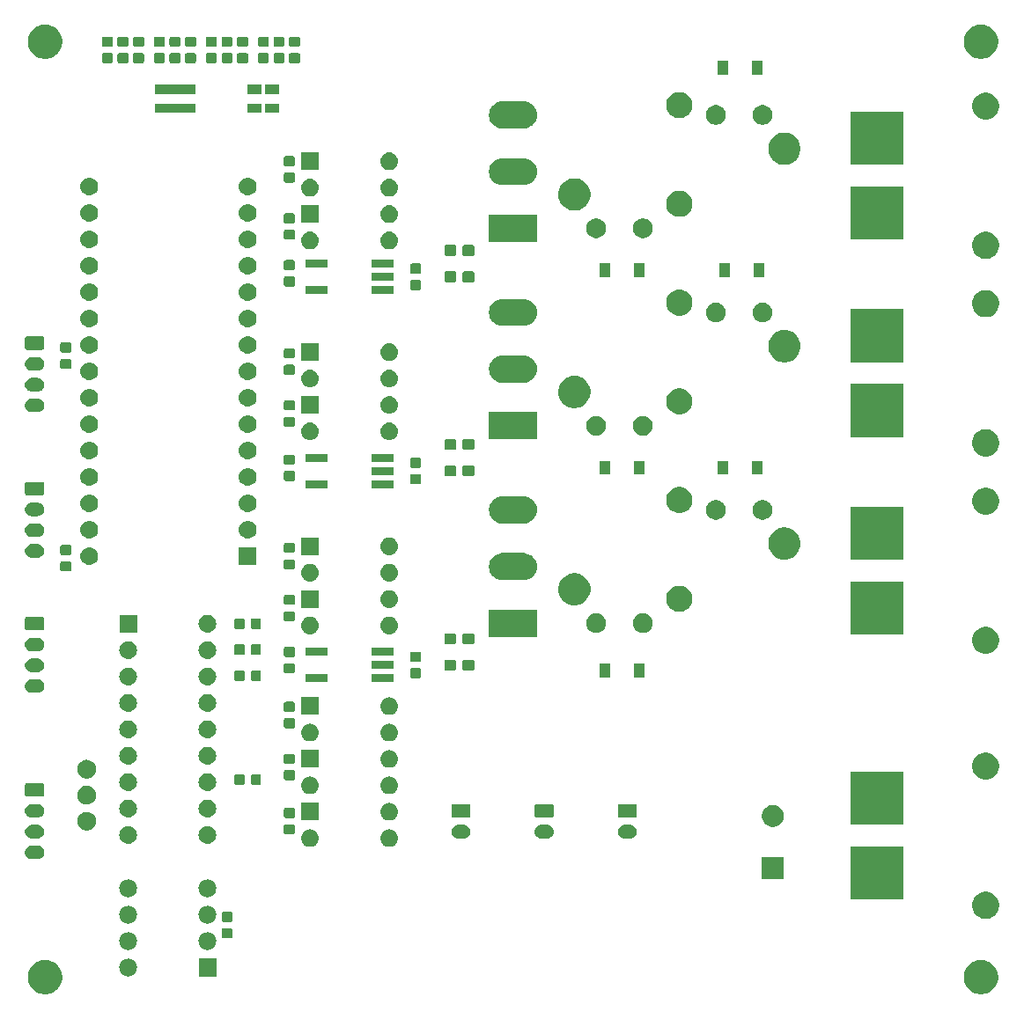
<source format=gts>
G04 #@! TF.GenerationSoftware,KiCad,Pcbnew,(5.1.2)-1*
G04 #@! TF.CreationDate,2019-09-05T15:18:28+09:00*
G04 #@! TF.ProjectId,MD_2016_remake,4d445f32-3031-4365-9f72-656d616b652e,2*
G04 #@! TF.SameCoordinates,PXaba9500PY3473bc0*
G04 #@! TF.FileFunction,Soldermask,Top*
G04 #@! TF.FilePolarity,Negative*
%FSLAX46Y46*%
G04 Gerber Fmt 4.6, Leading zero omitted, Abs format (unit mm)*
G04 Created by KiCad (PCBNEW (5.1.2)-1) date 2019-09-05 15:18:28*
%MOMM*%
%LPD*%
G04 APERTURE LIST*
%ADD10C,0.100000*%
G04 APERTURE END LIST*
D10*
G36*
X5375256Y-93391298D02*
G01*
X5481579Y-93412447D01*
X5782042Y-93536903D01*
X6052451Y-93717585D01*
X6282415Y-93947549D01*
X6463097Y-94217958D01*
X6587553Y-94518421D01*
X6608702Y-94624744D01*
X6641774Y-94791005D01*
X6651000Y-94837391D01*
X6651000Y-95162609D01*
X6587553Y-95481579D01*
X6463097Y-95782042D01*
X6282415Y-96052451D01*
X6052451Y-96282415D01*
X5782042Y-96463097D01*
X5481579Y-96587553D01*
X5375256Y-96608702D01*
X5162611Y-96651000D01*
X4837389Y-96651000D01*
X4624744Y-96608702D01*
X4518421Y-96587553D01*
X4217958Y-96463097D01*
X3947549Y-96282415D01*
X3717585Y-96052451D01*
X3536903Y-95782042D01*
X3412447Y-95481579D01*
X3349000Y-95162609D01*
X3349000Y-94837391D01*
X3358227Y-94791005D01*
X3391298Y-94624744D01*
X3412447Y-94518421D01*
X3536903Y-94217958D01*
X3717585Y-93947549D01*
X3947549Y-93717585D01*
X4217958Y-93536903D01*
X4518421Y-93412447D01*
X4624744Y-93391298D01*
X4837389Y-93349000D01*
X5162611Y-93349000D01*
X5375256Y-93391298D01*
X5375256Y-93391298D01*
G37*
G36*
X95375256Y-93391298D02*
G01*
X95481579Y-93412447D01*
X95782042Y-93536903D01*
X96052451Y-93717585D01*
X96282415Y-93947549D01*
X96463097Y-94217958D01*
X96587553Y-94518421D01*
X96608702Y-94624744D01*
X96641774Y-94791005D01*
X96651000Y-94837391D01*
X96651000Y-95162609D01*
X96587553Y-95481579D01*
X96463097Y-95782042D01*
X96282415Y-96052451D01*
X96052451Y-96282415D01*
X95782042Y-96463097D01*
X95481579Y-96587553D01*
X95375256Y-96608702D01*
X95162611Y-96651000D01*
X94837389Y-96651000D01*
X94624744Y-96608702D01*
X94518421Y-96587553D01*
X94217958Y-96463097D01*
X93947549Y-96282415D01*
X93717585Y-96052451D01*
X93536903Y-95782042D01*
X93412447Y-95481579D01*
X93349000Y-95162609D01*
X93349000Y-94837391D01*
X93358227Y-94791005D01*
X93391298Y-94624744D01*
X93412447Y-94518421D01*
X93536903Y-94217958D01*
X93717585Y-93947549D01*
X93947549Y-93717585D01*
X94217958Y-93536903D01*
X94518421Y-93412447D01*
X94624744Y-93391298D01*
X94837389Y-93349000D01*
X95162611Y-93349000D01*
X95375256Y-93391298D01*
X95375256Y-93391298D01*
G37*
G36*
X21471000Y-94931000D02*
G01*
X19769000Y-94931000D01*
X19769000Y-93229000D01*
X21471000Y-93229000D01*
X21471000Y-94931000D01*
X21471000Y-94931000D01*
G37*
G36*
X13166823Y-93241313D02*
G01*
X13327242Y-93289976D01*
X13437668Y-93349000D01*
X13475078Y-93368996D01*
X13604659Y-93475341D01*
X13711004Y-93604922D01*
X13711005Y-93604924D01*
X13790024Y-93752758D01*
X13838687Y-93913177D01*
X13855117Y-94080000D01*
X13838687Y-94246823D01*
X13790024Y-94407242D01*
X13730597Y-94518422D01*
X13711004Y-94555078D01*
X13604659Y-94684659D01*
X13475078Y-94791004D01*
X13475076Y-94791005D01*
X13327242Y-94870024D01*
X13166823Y-94918687D01*
X13041804Y-94931000D01*
X12958196Y-94931000D01*
X12833177Y-94918687D01*
X12672758Y-94870024D01*
X12524924Y-94791005D01*
X12524922Y-94791004D01*
X12395341Y-94684659D01*
X12288996Y-94555078D01*
X12269403Y-94518422D01*
X12209976Y-94407242D01*
X12161313Y-94246823D01*
X12144883Y-94080000D01*
X12161313Y-93913177D01*
X12209976Y-93752758D01*
X12288995Y-93604924D01*
X12288996Y-93604922D01*
X12395341Y-93475341D01*
X12524922Y-93368996D01*
X12562332Y-93349000D01*
X12672758Y-93289976D01*
X12833177Y-93241313D01*
X12958196Y-93229000D01*
X13041804Y-93229000D01*
X13166823Y-93241313D01*
X13166823Y-93241313D01*
G37*
G36*
X13166823Y-90701313D02*
G01*
X13327242Y-90749976D01*
X13459906Y-90820886D01*
X13475078Y-90828996D01*
X13604659Y-90935341D01*
X13711004Y-91064922D01*
X13711005Y-91064924D01*
X13790024Y-91212758D01*
X13838687Y-91373177D01*
X13855117Y-91540000D01*
X13838687Y-91706823D01*
X13790024Y-91867242D01*
X13719114Y-91999906D01*
X13711004Y-92015078D01*
X13604659Y-92144659D01*
X13475078Y-92251004D01*
X13475076Y-92251005D01*
X13327242Y-92330024D01*
X13166823Y-92378687D01*
X13041804Y-92391000D01*
X12958196Y-92391000D01*
X12833177Y-92378687D01*
X12672758Y-92330024D01*
X12524924Y-92251005D01*
X12524922Y-92251004D01*
X12395341Y-92144659D01*
X12288996Y-92015078D01*
X12280886Y-91999906D01*
X12209976Y-91867242D01*
X12161313Y-91706823D01*
X12144883Y-91540000D01*
X12161313Y-91373177D01*
X12209976Y-91212758D01*
X12288995Y-91064924D01*
X12288996Y-91064922D01*
X12395341Y-90935341D01*
X12524922Y-90828996D01*
X12540094Y-90820886D01*
X12672758Y-90749976D01*
X12833177Y-90701313D01*
X12958196Y-90689000D01*
X13041804Y-90689000D01*
X13166823Y-90701313D01*
X13166823Y-90701313D01*
G37*
G36*
X20786823Y-90701313D02*
G01*
X20947242Y-90749976D01*
X21079906Y-90820886D01*
X21095078Y-90828996D01*
X21224659Y-90935341D01*
X21331004Y-91064922D01*
X21331005Y-91064924D01*
X21410024Y-91212758D01*
X21458687Y-91373177D01*
X21475117Y-91540000D01*
X21458687Y-91706823D01*
X21410024Y-91867242D01*
X21339114Y-91999906D01*
X21331004Y-92015078D01*
X21224659Y-92144659D01*
X21095078Y-92251004D01*
X21095076Y-92251005D01*
X20947242Y-92330024D01*
X20786823Y-92378687D01*
X20661804Y-92391000D01*
X20578196Y-92391000D01*
X20453177Y-92378687D01*
X20292758Y-92330024D01*
X20144924Y-92251005D01*
X20144922Y-92251004D01*
X20015341Y-92144659D01*
X19908996Y-92015078D01*
X19900886Y-91999906D01*
X19829976Y-91867242D01*
X19781313Y-91706823D01*
X19764883Y-91540000D01*
X19781313Y-91373177D01*
X19829976Y-91212758D01*
X19908995Y-91064924D01*
X19908996Y-91064922D01*
X20015341Y-90935341D01*
X20144922Y-90828996D01*
X20160094Y-90820886D01*
X20292758Y-90749976D01*
X20453177Y-90701313D01*
X20578196Y-90689000D01*
X20661804Y-90689000D01*
X20786823Y-90701313D01*
X20786823Y-90701313D01*
G37*
G36*
X22879591Y-90303085D02*
G01*
X22913569Y-90313393D01*
X22944890Y-90330134D01*
X22972339Y-90352661D01*
X22994866Y-90380110D01*
X23011607Y-90411431D01*
X23021915Y-90445409D01*
X23026000Y-90486890D01*
X23026000Y-91088110D01*
X23021915Y-91129591D01*
X23011607Y-91163569D01*
X22994866Y-91194890D01*
X22972339Y-91222339D01*
X22944890Y-91244866D01*
X22913569Y-91261607D01*
X22879591Y-91271915D01*
X22838110Y-91276000D01*
X22161890Y-91276000D01*
X22120409Y-91271915D01*
X22086431Y-91261607D01*
X22055110Y-91244866D01*
X22027661Y-91222339D01*
X22005134Y-91194890D01*
X21988393Y-91163569D01*
X21978085Y-91129591D01*
X21974000Y-91088110D01*
X21974000Y-90486890D01*
X21978085Y-90445409D01*
X21988393Y-90411431D01*
X22005134Y-90380110D01*
X22027661Y-90352661D01*
X22055110Y-90330134D01*
X22086431Y-90313393D01*
X22120409Y-90303085D01*
X22161890Y-90299000D01*
X22838110Y-90299000D01*
X22879591Y-90303085D01*
X22879591Y-90303085D01*
G37*
G36*
X20786823Y-88161313D02*
G01*
X20947242Y-88209976D01*
X21079906Y-88280886D01*
X21095078Y-88288996D01*
X21224659Y-88395341D01*
X21331004Y-88524922D01*
X21331005Y-88524924D01*
X21410024Y-88672758D01*
X21458687Y-88833177D01*
X21475117Y-89000000D01*
X21458687Y-89166823D01*
X21410024Y-89327242D01*
X21370599Y-89401000D01*
X21331004Y-89475078D01*
X21224659Y-89604659D01*
X21095078Y-89711004D01*
X21095076Y-89711005D01*
X20947242Y-89790024D01*
X20786823Y-89838687D01*
X20661804Y-89851000D01*
X20578196Y-89851000D01*
X20453177Y-89838687D01*
X20292758Y-89790024D01*
X20144924Y-89711005D01*
X20144922Y-89711004D01*
X20015341Y-89604659D01*
X19908996Y-89475078D01*
X19869401Y-89401000D01*
X19829976Y-89327242D01*
X19781313Y-89166823D01*
X19764883Y-89000000D01*
X19781313Y-88833177D01*
X19829976Y-88672758D01*
X19908995Y-88524924D01*
X19908996Y-88524922D01*
X20015341Y-88395341D01*
X20144922Y-88288996D01*
X20160094Y-88280886D01*
X20292758Y-88209976D01*
X20453177Y-88161313D01*
X20578196Y-88149000D01*
X20661804Y-88149000D01*
X20786823Y-88161313D01*
X20786823Y-88161313D01*
G37*
G36*
X13166823Y-88161313D02*
G01*
X13327242Y-88209976D01*
X13459906Y-88280886D01*
X13475078Y-88288996D01*
X13604659Y-88395341D01*
X13711004Y-88524922D01*
X13711005Y-88524924D01*
X13790024Y-88672758D01*
X13838687Y-88833177D01*
X13855117Y-89000000D01*
X13838687Y-89166823D01*
X13790024Y-89327242D01*
X13750599Y-89401000D01*
X13711004Y-89475078D01*
X13604659Y-89604659D01*
X13475078Y-89711004D01*
X13475076Y-89711005D01*
X13327242Y-89790024D01*
X13166823Y-89838687D01*
X13041804Y-89851000D01*
X12958196Y-89851000D01*
X12833177Y-89838687D01*
X12672758Y-89790024D01*
X12524924Y-89711005D01*
X12524922Y-89711004D01*
X12395341Y-89604659D01*
X12288996Y-89475078D01*
X12249401Y-89401000D01*
X12209976Y-89327242D01*
X12161313Y-89166823D01*
X12144883Y-89000000D01*
X12161313Y-88833177D01*
X12209976Y-88672758D01*
X12288995Y-88524924D01*
X12288996Y-88524922D01*
X12395341Y-88395341D01*
X12524922Y-88288996D01*
X12540094Y-88280886D01*
X12672758Y-88209976D01*
X12833177Y-88161313D01*
X12958196Y-88149000D01*
X13041804Y-88149000D01*
X13166823Y-88161313D01*
X13166823Y-88161313D01*
G37*
G36*
X22879591Y-88728085D02*
G01*
X22913569Y-88738393D01*
X22944890Y-88755134D01*
X22972339Y-88777661D01*
X22994866Y-88805110D01*
X23011607Y-88836431D01*
X23021915Y-88870409D01*
X23026000Y-88911890D01*
X23026000Y-89513110D01*
X23021915Y-89554591D01*
X23011607Y-89588569D01*
X22994866Y-89619890D01*
X22972339Y-89647339D01*
X22944890Y-89669866D01*
X22913569Y-89686607D01*
X22879591Y-89696915D01*
X22838110Y-89701000D01*
X22161890Y-89701000D01*
X22120409Y-89696915D01*
X22086431Y-89686607D01*
X22055110Y-89669866D01*
X22027661Y-89647339D01*
X22005134Y-89619890D01*
X21988393Y-89588569D01*
X21978085Y-89554591D01*
X21974000Y-89513110D01*
X21974000Y-88911890D01*
X21978085Y-88870409D01*
X21988393Y-88836431D01*
X22005134Y-88805110D01*
X22027661Y-88777661D01*
X22055110Y-88755134D01*
X22086431Y-88738393D01*
X22120409Y-88728085D01*
X22161890Y-88724000D01*
X22838110Y-88724000D01*
X22879591Y-88728085D01*
X22879591Y-88728085D01*
G37*
G36*
X95829487Y-86848996D02*
G01*
X96066253Y-86947068D01*
X96066255Y-86947069D01*
X96242241Y-87064659D01*
X96279339Y-87089447D01*
X96460553Y-87270661D01*
X96602932Y-87483747D01*
X96701004Y-87720513D01*
X96751000Y-87971861D01*
X96751000Y-88228139D01*
X96701004Y-88479487D01*
X96682184Y-88524922D01*
X96602931Y-88716255D01*
X96460553Y-88929339D01*
X96279339Y-89110553D01*
X96066255Y-89252931D01*
X96066254Y-89252932D01*
X96066253Y-89252932D01*
X95829487Y-89351004D01*
X95578139Y-89401000D01*
X95321861Y-89401000D01*
X95070513Y-89351004D01*
X94833747Y-89252932D01*
X94833746Y-89252932D01*
X94833745Y-89252931D01*
X94620661Y-89110553D01*
X94439447Y-88929339D01*
X94297069Y-88716255D01*
X94217816Y-88524922D01*
X94198996Y-88479487D01*
X94149000Y-88228139D01*
X94149000Y-87971861D01*
X94198996Y-87720513D01*
X94297068Y-87483747D01*
X94439447Y-87270661D01*
X94620661Y-87089447D01*
X94657759Y-87064659D01*
X94833745Y-86947069D01*
X94833747Y-86947068D01*
X95070513Y-86848996D01*
X95321861Y-86799000D01*
X95578139Y-86799000D01*
X95829487Y-86848996D01*
X95829487Y-86848996D01*
G37*
G36*
X87551000Y-87551000D02*
G01*
X82449000Y-87551000D01*
X82449000Y-82449000D01*
X87551000Y-82449000D01*
X87551000Y-87551000D01*
X87551000Y-87551000D01*
G37*
G36*
X13166823Y-85621313D02*
G01*
X13327242Y-85669976D01*
X13459906Y-85740886D01*
X13475078Y-85748996D01*
X13604659Y-85855341D01*
X13711004Y-85984922D01*
X13711005Y-85984924D01*
X13790024Y-86132758D01*
X13838687Y-86293177D01*
X13855117Y-86460000D01*
X13838687Y-86626823D01*
X13790024Y-86787242D01*
X13757015Y-86848997D01*
X13711004Y-86935078D01*
X13604659Y-87064659D01*
X13475078Y-87171004D01*
X13475076Y-87171005D01*
X13327242Y-87250024D01*
X13166823Y-87298687D01*
X13041804Y-87311000D01*
X12958196Y-87311000D01*
X12833177Y-87298687D01*
X12672758Y-87250024D01*
X12524924Y-87171005D01*
X12524922Y-87171004D01*
X12395341Y-87064659D01*
X12288996Y-86935078D01*
X12242985Y-86848997D01*
X12209976Y-86787242D01*
X12161313Y-86626823D01*
X12144883Y-86460000D01*
X12161313Y-86293177D01*
X12209976Y-86132758D01*
X12288995Y-85984924D01*
X12288996Y-85984922D01*
X12395341Y-85855341D01*
X12524922Y-85748996D01*
X12540094Y-85740886D01*
X12672758Y-85669976D01*
X12833177Y-85621313D01*
X12958196Y-85609000D01*
X13041804Y-85609000D01*
X13166823Y-85621313D01*
X13166823Y-85621313D01*
G37*
G36*
X20786823Y-85621313D02*
G01*
X20947242Y-85669976D01*
X21079906Y-85740886D01*
X21095078Y-85748996D01*
X21224659Y-85855341D01*
X21331004Y-85984922D01*
X21331005Y-85984924D01*
X21410024Y-86132758D01*
X21458687Y-86293177D01*
X21475117Y-86460000D01*
X21458687Y-86626823D01*
X21410024Y-86787242D01*
X21377015Y-86848997D01*
X21331004Y-86935078D01*
X21224659Y-87064659D01*
X21095078Y-87171004D01*
X21095076Y-87171005D01*
X20947242Y-87250024D01*
X20786823Y-87298687D01*
X20661804Y-87311000D01*
X20578196Y-87311000D01*
X20453177Y-87298687D01*
X20292758Y-87250024D01*
X20144924Y-87171005D01*
X20144922Y-87171004D01*
X20015341Y-87064659D01*
X19908996Y-86935078D01*
X19862985Y-86848997D01*
X19829976Y-86787242D01*
X19781313Y-86626823D01*
X19764883Y-86460000D01*
X19781313Y-86293177D01*
X19829976Y-86132758D01*
X19908995Y-85984924D01*
X19908996Y-85984922D01*
X20015341Y-85855341D01*
X20144922Y-85748996D01*
X20160094Y-85740886D01*
X20292758Y-85669976D01*
X20453177Y-85621313D01*
X20578196Y-85609000D01*
X20661804Y-85609000D01*
X20786823Y-85621313D01*
X20786823Y-85621313D01*
G37*
G36*
X76051000Y-85551000D02*
G01*
X73949000Y-85551000D01*
X73949000Y-83449000D01*
X76051000Y-83449000D01*
X76051000Y-85551000D01*
X76051000Y-85551000D01*
G37*
G36*
X4338855Y-82352140D02*
G01*
X4402618Y-82358420D01*
X4493404Y-82385960D01*
X4525336Y-82395646D01*
X4638425Y-82456094D01*
X4737554Y-82537446D01*
X4818906Y-82636575D01*
X4879354Y-82749664D01*
X4879355Y-82749668D01*
X4916580Y-82872382D01*
X4929149Y-83000000D01*
X4916580Y-83127618D01*
X4889040Y-83218404D01*
X4879354Y-83250336D01*
X4818906Y-83363425D01*
X4737554Y-83462554D01*
X4638425Y-83543906D01*
X4525336Y-83604354D01*
X4493404Y-83614040D01*
X4402618Y-83641580D01*
X4338855Y-83647860D01*
X4306974Y-83651000D01*
X3693026Y-83651000D01*
X3661145Y-83647860D01*
X3597382Y-83641580D01*
X3506596Y-83614040D01*
X3474664Y-83604354D01*
X3361575Y-83543906D01*
X3262446Y-83462554D01*
X3181094Y-83363425D01*
X3120646Y-83250336D01*
X3110960Y-83218404D01*
X3083420Y-83127618D01*
X3070851Y-83000000D01*
X3083420Y-82872382D01*
X3120645Y-82749668D01*
X3120646Y-82749664D01*
X3181094Y-82636575D01*
X3262446Y-82537446D01*
X3361575Y-82456094D01*
X3474664Y-82395646D01*
X3506596Y-82385960D01*
X3597382Y-82358420D01*
X3661145Y-82352140D01*
X3693026Y-82349000D01*
X4306974Y-82349000D01*
X4338855Y-82352140D01*
X4338855Y-82352140D01*
G37*
G36*
X30646823Y-80791313D02*
G01*
X30807242Y-80839976D01*
X30921410Y-80901000D01*
X30955078Y-80918996D01*
X31084659Y-81025341D01*
X31191004Y-81154922D01*
X31191005Y-81154924D01*
X31270024Y-81302758D01*
X31318687Y-81463177D01*
X31335117Y-81630000D01*
X31318687Y-81796823D01*
X31270024Y-81957242D01*
X31230597Y-82031004D01*
X31191004Y-82105078D01*
X31084659Y-82234659D01*
X30955078Y-82341004D01*
X30955076Y-82341005D01*
X30807242Y-82420024D01*
X30646823Y-82468687D01*
X30521804Y-82481000D01*
X30438196Y-82481000D01*
X30313177Y-82468687D01*
X30152758Y-82420024D01*
X30004924Y-82341005D01*
X30004922Y-82341004D01*
X29875341Y-82234659D01*
X29768996Y-82105078D01*
X29729403Y-82031004D01*
X29689976Y-81957242D01*
X29641313Y-81796823D01*
X29624883Y-81630000D01*
X29641313Y-81463177D01*
X29689976Y-81302758D01*
X29768995Y-81154924D01*
X29768996Y-81154922D01*
X29875341Y-81025341D01*
X30004922Y-80918996D01*
X30038590Y-80901000D01*
X30152758Y-80839976D01*
X30313177Y-80791313D01*
X30438196Y-80779000D01*
X30521804Y-80779000D01*
X30646823Y-80791313D01*
X30646823Y-80791313D01*
G37*
G36*
X38266823Y-80791313D02*
G01*
X38427242Y-80839976D01*
X38541410Y-80901000D01*
X38575078Y-80918996D01*
X38704659Y-81025341D01*
X38811004Y-81154922D01*
X38811005Y-81154924D01*
X38890024Y-81302758D01*
X38938687Y-81463177D01*
X38955117Y-81630000D01*
X38938687Y-81796823D01*
X38890024Y-81957242D01*
X38850597Y-82031004D01*
X38811004Y-82105078D01*
X38704659Y-82234659D01*
X38575078Y-82341004D01*
X38575076Y-82341005D01*
X38427242Y-82420024D01*
X38266823Y-82468687D01*
X38141804Y-82481000D01*
X38058196Y-82481000D01*
X37933177Y-82468687D01*
X37772758Y-82420024D01*
X37624924Y-82341005D01*
X37624922Y-82341004D01*
X37495341Y-82234659D01*
X37388996Y-82105078D01*
X37349403Y-82031004D01*
X37309976Y-81957242D01*
X37261313Y-81796823D01*
X37244883Y-81630000D01*
X37261313Y-81463177D01*
X37309976Y-81302758D01*
X37388995Y-81154924D01*
X37388996Y-81154922D01*
X37495341Y-81025341D01*
X37624922Y-80918996D01*
X37658590Y-80901000D01*
X37772758Y-80839976D01*
X37933177Y-80791313D01*
X38058196Y-80779000D01*
X38141804Y-80779000D01*
X38266823Y-80791313D01*
X38266823Y-80791313D01*
G37*
G36*
X13166823Y-80481313D02*
G01*
X13327242Y-80529976D01*
X13410265Y-80574353D01*
X13475078Y-80608996D01*
X13604659Y-80715341D01*
X13711004Y-80844922D01*
X13711005Y-80844924D01*
X13790024Y-80992758D01*
X13838687Y-81153177D01*
X13855117Y-81320000D01*
X13838687Y-81486823D01*
X13790024Y-81647242D01*
X13788015Y-81651000D01*
X13711004Y-81795078D01*
X13604659Y-81924659D01*
X13475078Y-82031004D01*
X13475076Y-82031005D01*
X13327242Y-82110024D01*
X13166823Y-82158687D01*
X13041804Y-82171000D01*
X12958196Y-82171000D01*
X12833177Y-82158687D01*
X12672758Y-82110024D01*
X12524924Y-82031005D01*
X12524922Y-82031004D01*
X12395341Y-81924659D01*
X12288996Y-81795078D01*
X12211985Y-81651000D01*
X12209976Y-81647242D01*
X12161313Y-81486823D01*
X12144883Y-81320000D01*
X12161313Y-81153177D01*
X12209976Y-80992758D01*
X12288995Y-80844924D01*
X12288996Y-80844922D01*
X12395341Y-80715341D01*
X12524922Y-80608996D01*
X12589735Y-80574353D01*
X12672758Y-80529976D01*
X12833177Y-80481313D01*
X12958196Y-80469000D01*
X13041804Y-80469000D01*
X13166823Y-80481313D01*
X13166823Y-80481313D01*
G37*
G36*
X20786823Y-80481313D02*
G01*
X20947242Y-80529976D01*
X21030265Y-80574353D01*
X21095078Y-80608996D01*
X21224659Y-80715341D01*
X21331004Y-80844922D01*
X21331005Y-80844924D01*
X21410024Y-80992758D01*
X21458687Y-81153177D01*
X21475117Y-81320000D01*
X21458687Y-81486823D01*
X21410024Y-81647242D01*
X21408015Y-81651000D01*
X21331004Y-81795078D01*
X21224659Y-81924659D01*
X21095078Y-82031004D01*
X21095076Y-82031005D01*
X20947242Y-82110024D01*
X20786823Y-82158687D01*
X20661804Y-82171000D01*
X20578196Y-82171000D01*
X20453177Y-82158687D01*
X20292758Y-82110024D01*
X20144924Y-82031005D01*
X20144922Y-82031004D01*
X20015341Y-81924659D01*
X19908996Y-81795078D01*
X19831985Y-81651000D01*
X19829976Y-81647242D01*
X19781313Y-81486823D01*
X19764883Y-81320000D01*
X19781313Y-81153177D01*
X19829976Y-80992758D01*
X19908995Y-80844924D01*
X19908996Y-80844922D01*
X20015341Y-80715341D01*
X20144922Y-80608996D01*
X20209735Y-80574353D01*
X20292758Y-80529976D01*
X20453177Y-80481313D01*
X20578196Y-80469000D01*
X20661804Y-80469000D01*
X20786823Y-80481313D01*
X20786823Y-80481313D01*
G37*
G36*
X45327280Y-80351000D02*
G01*
X45402618Y-80358420D01*
X45474120Y-80380110D01*
X45525336Y-80395646D01*
X45638425Y-80456094D01*
X45737554Y-80537446D01*
X45818906Y-80636575D01*
X45879354Y-80749664D01*
X45879355Y-80749668D01*
X45916580Y-80872382D01*
X45929149Y-81000000D01*
X45916580Y-81127618D01*
X45896173Y-81194890D01*
X45879354Y-81250336D01*
X45818906Y-81363425D01*
X45737554Y-81462554D01*
X45638425Y-81543906D01*
X45525336Y-81604354D01*
X45493404Y-81614040D01*
X45402618Y-81641580D01*
X45345160Y-81647239D01*
X45306974Y-81651000D01*
X44693026Y-81651000D01*
X44654840Y-81647239D01*
X44597382Y-81641580D01*
X44506596Y-81614040D01*
X44474664Y-81604354D01*
X44361575Y-81543906D01*
X44262446Y-81462554D01*
X44181094Y-81363425D01*
X44120646Y-81250336D01*
X44103827Y-81194890D01*
X44083420Y-81127618D01*
X44070851Y-81000000D01*
X44083420Y-80872382D01*
X44120645Y-80749668D01*
X44120646Y-80749664D01*
X44181094Y-80636575D01*
X44262446Y-80537446D01*
X44361575Y-80456094D01*
X44474664Y-80395646D01*
X44525880Y-80380110D01*
X44597382Y-80358420D01*
X44672720Y-80351000D01*
X44693026Y-80349000D01*
X45306974Y-80349000D01*
X45327280Y-80351000D01*
X45327280Y-80351000D01*
G37*
G36*
X53327280Y-80351000D02*
G01*
X53402618Y-80358420D01*
X53474120Y-80380110D01*
X53525336Y-80395646D01*
X53638425Y-80456094D01*
X53737554Y-80537446D01*
X53818906Y-80636575D01*
X53879354Y-80749664D01*
X53879355Y-80749668D01*
X53916580Y-80872382D01*
X53929149Y-81000000D01*
X53916580Y-81127618D01*
X53896173Y-81194890D01*
X53879354Y-81250336D01*
X53818906Y-81363425D01*
X53737554Y-81462554D01*
X53638425Y-81543906D01*
X53525336Y-81604354D01*
X53493404Y-81614040D01*
X53402618Y-81641580D01*
X53345160Y-81647239D01*
X53306974Y-81651000D01*
X52693026Y-81651000D01*
X52654840Y-81647239D01*
X52597382Y-81641580D01*
X52506596Y-81614040D01*
X52474664Y-81604354D01*
X52361575Y-81543906D01*
X52262446Y-81462554D01*
X52181094Y-81363425D01*
X52120646Y-81250336D01*
X52103827Y-81194890D01*
X52083420Y-81127618D01*
X52070851Y-81000000D01*
X52083420Y-80872382D01*
X52120645Y-80749668D01*
X52120646Y-80749664D01*
X52181094Y-80636575D01*
X52262446Y-80537446D01*
X52361575Y-80456094D01*
X52474664Y-80395646D01*
X52525880Y-80380110D01*
X52597382Y-80358420D01*
X52672720Y-80351000D01*
X52693026Y-80349000D01*
X53306974Y-80349000D01*
X53327280Y-80351000D01*
X53327280Y-80351000D01*
G37*
G36*
X4327280Y-80351000D02*
G01*
X4402618Y-80358420D01*
X4474120Y-80380110D01*
X4525336Y-80395646D01*
X4638425Y-80456094D01*
X4737554Y-80537446D01*
X4818906Y-80636575D01*
X4879354Y-80749664D01*
X4879355Y-80749668D01*
X4916580Y-80872382D01*
X4929149Y-81000000D01*
X4916580Y-81127618D01*
X4896173Y-81194890D01*
X4879354Y-81250336D01*
X4818906Y-81363425D01*
X4737554Y-81462554D01*
X4638425Y-81543906D01*
X4525336Y-81604354D01*
X4493404Y-81614040D01*
X4402618Y-81641580D01*
X4345160Y-81647239D01*
X4306974Y-81651000D01*
X3693026Y-81651000D01*
X3654840Y-81647239D01*
X3597382Y-81641580D01*
X3506596Y-81614040D01*
X3474664Y-81604354D01*
X3361575Y-81543906D01*
X3262446Y-81462554D01*
X3181094Y-81363425D01*
X3120646Y-81250336D01*
X3103827Y-81194890D01*
X3083420Y-81127618D01*
X3070851Y-81000000D01*
X3083420Y-80872382D01*
X3120645Y-80749668D01*
X3120646Y-80749664D01*
X3181094Y-80636575D01*
X3262446Y-80537446D01*
X3361575Y-80456094D01*
X3474664Y-80395646D01*
X3525880Y-80380110D01*
X3597382Y-80358420D01*
X3672720Y-80351000D01*
X3693026Y-80349000D01*
X4306974Y-80349000D01*
X4327280Y-80351000D01*
X4327280Y-80351000D01*
G37*
G36*
X61327280Y-80351000D02*
G01*
X61402618Y-80358420D01*
X61474120Y-80380110D01*
X61525336Y-80395646D01*
X61638425Y-80456094D01*
X61737554Y-80537446D01*
X61818906Y-80636575D01*
X61879354Y-80749664D01*
X61879355Y-80749668D01*
X61916580Y-80872382D01*
X61929149Y-81000000D01*
X61916580Y-81127618D01*
X61896173Y-81194890D01*
X61879354Y-81250336D01*
X61818906Y-81363425D01*
X61737554Y-81462554D01*
X61638425Y-81543906D01*
X61525336Y-81604354D01*
X61493404Y-81614040D01*
X61402618Y-81641580D01*
X61345160Y-81647239D01*
X61306974Y-81651000D01*
X60693026Y-81651000D01*
X60654840Y-81647239D01*
X60597382Y-81641580D01*
X60506596Y-81614040D01*
X60474664Y-81604354D01*
X60361575Y-81543906D01*
X60262446Y-81462554D01*
X60181094Y-81363425D01*
X60120646Y-81250336D01*
X60103827Y-81194890D01*
X60083420Y-81127618D01*
X60070851Y-81000000D01*
X60083420Y-80872382D01*
X60120645Y-80749668D01*
X60120646Y-80749664D01*
X60181094Y-80636575D01*
X60262446Y-80537446D01*
X60361575Y-80456094D01*
X60474664Y-80395646D01*
X60525880Y-80380110D01*
X60597382Y-80358420D01*
X60672720Y-80351000D01*
X60693026Y-80349000D01*
X61306974Y-80349000D01*
X61327280Y-80351000D01*
X61327280Y-80351000D01*
G37*
G36*
X28879591Y-80303085D02*
G01*
X28913569Y-80313393D01*
X28944890Y-80330134D01*
X28972339Y-80352661D01*
X28994866Y-80380110D01*
X29011607Y-80411431D01*
X29021915Y-80445409D01*
X29026000Y-80486890D01*
X29026000Y-81088110D01*
X29021915Y-81129591D01*
X29011607Y-81163569D01*
X28994866Y-81194890D01*
X28972339Y-81222339D01*
X28944890Y-81244866D01*
X28913569Y-81261607D01*
X28879591Y-81271915D01*
X28838110Y-81276000D01*
X28161890Y-81276000D01*
X28120409Y-81271915D01*
X28086431Y-81261607D01*
X28055110Y-81244866D01*
X28027661Y-81222339D01*
X28005134Y-81194890D01*
X27988393Y-81163569D01*
X27978085Y-81129591D01*
X27974000Y-81088110D01*
X27974000Y-80486890D01*
X27978085Y-80445409D01*
X27988393Y-80411431D01*
X28005134Y-80380110D01*
X28027661Y-80352661D01*
X28055110Y-80330134D01*
X28086431Y-80313393D01*
X28120409Y-80303085D01*
X28161890Y-80299000D01*
X28838110Y-80299000D01*
X28879591Y-80303085D01*
X28879591Y-80303085D01*
G37*
G36*
X9113512Y-79103927D02*
G01*
X9262812Y-79133624D01*
X9426784Y-79201544D01*
X9574354Y-79300147D01*
X9699853Y-79425646D01*
X9798456Y-79573216D01*
X9866376Y-79737188D01*
X9901000Y-79911259D01*
X9901000Y-80088741D01*
X9866376Y-80262812D01*
X9798456Y-80426784D01*
X9699853Y-80574354D01*
X9574354Y-80699853D01*
X9426784Y-80798456D01*
X9262812Y-80866376D01*
X9113512Y-80896073D01*
X9088742Y-80901000D01*
X8911258Y-80901000D01*
X8886488Y-80896073D01*
X8737188Y-80866376D01*
X8573216Y-80798456D01*
X8425646Y-80699853D01*
X8300147Y-80574354D01*
X8201544Y-80426784D01*
X8133624Y-80262812D01*
X8099000Y-80088741D01*
X8099000Y-79911259D01*
X8133624Y-79737188D01*
X8201544Y-79573216D01*
X8300147Y-79425646D01*
X8425646Y-79300147D01*
X8573216Y-79201544D01*
X8737188Y-79133624D01*
X8886488Y-79103927D01*
X8911258Y-79099000D01*
X9088742Y-79099000D01*
X9113512Y-79103927D01*
X9113512Y-79103927D01*
G37*
G36*
X75306564Y-78489389D02*
G01*
X75461279Y-78553474D01*
X75497835Y-78568616D01*
X75669973Y-78683635D01*
X75816365Y-78830027D01*
X75908723Y-78968250D01*
X75931385Y-79002167D01*
X76010611Y-79193436D01*
X76051000Y-79396484D01*
X76051000Y-79603516D01*
X76010611Y-79806564D01*
X75960026Y-79928687D01*
X75931384Y-79997835D01*
X75816365Y-80169973D01*
X75669973Y-80316365D01*
X75497835Y-80431384D01*
X75497834Y-80431385D01*
X75497833Y-80431385D01*
X75306564Y-80510611D01*
X75103516Y-80551000D01*
X74896484Y-80551000D01*
X74693436Y-80510611D01*
X74502167Y-80431385D01*
X74502166Y-80431385D01*
X74502165Y-80431384D01*
X74330027Y-80316365D01*
X74183635Y-80169973D01*
X74068616Y-79997835D01*
X74039974Y-79928687D01*
X73989389Y-79806564D01*
X73949000Y-79603516D01*
X73949000Y-79396484D01*
X73989389Y-79193436D01*
X74068615Y-79002167D01*
X74091278Y-78968250D01*
X74183635Y-78830027D01*
X74330027Y-78683635D01*
X74502165Y-78568616D01*
X74538721Y-78553474D01*
X74693436Y-78489389D01*
X74896484Y-78449000D01*
X75103516Y-78449000D01*
X75306564Y-78489389D01*
X75306564Y-78489389D01*
G37*
G36*
X87551000Y-80351000D02*
G01*
X82449000Y-80351000D01*
X82449000Y-75249000D01*
X87551000Y-75249000D01*
X87551000Y-80351000D01*
X87551000Y-80351000D01*
G37*
G36*
X31331000Y-79941000D02*
G01*
X29629000Y-79941000D01*
X29629000Y-78239000D01*
X31331000Y-78239000D01*
X31331000Y-79941000D01*
X31331000Y-79941000D01*
G37*
G36*
X38266823Y-78251313D02*
G01*
X38397380Y-78290917D01*
X38422232Y-78298456D01*
X38427242Y-78299976D01*
X38557589Y-78369648D01*
X38575078Y-78378996D01*
X38704659Y-78485341D01*
X38811004Y-78614922D01*
X38811005Y-78614924D01*
X38890024Y-78762758D01*
X38938687Y-78923177D01*
X38955117Y-79090000D01*
X38938687Y-79256823D01*
X38890024Y-79417242D01*
X38822321Y-79543905D01*
X38811004Y-79565078D01*
X38704659Y-79694659D01*
X38575078Y-79801004D01*
X38575076Y-79801005D01*
X38427242Y-79880024D01*
X38266823Y-79928687D01*
X38141804Y-79941000D01*
X38058196Y-79941000D01*
X37933177Y-79928687D01*
X37772758Y-79880024D01*
X37624924Y-79801005D01*
X37624922Y-79801004D01*
X37495341Y-79694659D01*
X37388996Y-79565078D01*
X37377679Y-79543905D01*
X37309976Y-79417242D01*
X37261313Y-79256823D01*
X37244883Y-79090000D01*
X37261313Y-78923177D01*
X37309976Y-78762758D01*
X37388995Y-78614924D01*
X37388996Y-78614922D01*
X37495341Y-78485341D01*
X37624922Y-78378996D01*
X37642411Y-78369648D01*
X37772758Y-78299976D01*
X37777769Y-78298456D01*
X37802620Y-78290917D01*
X37933177Y-78251313D01*
X38058196Y-78239000D01*
X38141804Y-78239000D01*
X38266823Y-78251313D01*
X38266823Y-78251313D01*
G37*
G36*
X28879591Y-78728085D02*
G01*
X28913569Y-78738393D01*
X28944890Y-78755134D01*
X28972339Y-78777661D01*
X28994866Y-78805110D01*
X29011607Y-78836431D01*
X29021915Y-78870409D01*
X29026000Y-78911890D01*
X29026000Y-79513110D01*
X29021915Y-79554591D01*
X29011607Y-79588569D01*
X28994866Y-79619890D01*
X28972339Y-79647339D01*
X28944890Y-79669866D01*
X28913569Y-79686607D01*
X28879591Y-79696915D01*
X28838110Y-79701000D01*
X28161890Y-79701000D01*
X28120409Y-79696915D01*
X28086431Y-79686607D01*
X28055110Y-79669866D01*
X28027661Y-79647339D01*
X28005134Y-79619890D01*
X27988393Y-79588569D01*
X27978085Y-79554591D01*
X27974000Y-79513110D01*
X27974000Y-78911890D01*
X27978085Y-78870409D01*
X27988393Y-78836431D01*
X28005134Y-78805110D01*
X28027661Y-78777661D01*
X28055110Y-78755134D01*
X28086431Y-78738393D01*
X28120409Y-78728085D01*
X28161890Y-78724000D01*
X28838110Y-78724000D01*
X28879591Y-78728085D01*
X28879591Y-78728085D01*
G37*
G36*
X61766242Y-78353404D02*
G01*
X61803337Y-78364657D01*
X61837515Y-78382925D01*
X61867481Y-78407519D01*
X61892075Y-78437485D01*
X61910343Y-78471663D01*
X61921596Y-78508758D01*
X61926000Y-78553474D01*
X61926000Y-79446526D01*
X61921596Y-79491242D01*
X61910343Y-79528337D01*
X61892075Y-79562515D01*
X61867481Y-79592481D01*
X61837515Y-79617075D01*
X61803337Y-79635343D01*
X61766242Y-79646596D01*
X61721526Y-79651000D01*
X60278474Y-79651000D01*
X60233758Y-79646596D01*
X60196663Y-79635343D01*
X60162485Y-79617075D01*
X60132519Y-79592481D01*
X60107925Y-79562515D01*
X60089657Y-79528337D01*
X60078404Y-79491242D01*
X60074000Y-79446526D01*
X60074000Y-78553474D01*
X60078404Y-78508758D01*
X60089657Y-78471663D01*
X60107925Y-78437485D01*
X60132519Y-78407519D01*
X60162485Y-78382925D01*
X60196663Y-78364657D01*
X60233758Y-78353404D01*
X60278474Y-78349000D01*
X61721526Y-78349000D01*
X61766242Y-78353404D01*
X61766242Y-78353404D01*
G37*
G36*
X53766242Y-78353404D02*
G01*
X53803337Y-78364657D01*
X53837515Y-78382925D01*
X53867481Y-78407519D01*
X53892075Y-78437485D01*
X53910343Y-78471663D01*
X53921596Y-78508758D01*
X53926000Y-78553474D01*
X53926000Y-79446526D01*
X53921596Y-79491242D01*
X53910343Y-79528337D01*
X53892075Y-79562515D01*
X53867481Y-79592481D01*
X53837515Y-79617075D01*
X53803337Y-79635343D01*
X53766242Y-79646596D01*
X53721526Y-79651000D01*
X52278474Y-79651000D01*
X52233758Y-79646596D01*
X52196663Y-79635343D01*
X52162485Y-79617075D01*
X52132519Y-79592481D01*
X52107925Y-79562515D01*
X52089657Y-79528337D01*
X52078404Y-79491242D01*
X52074000Y-79446526D01*
X52074000Y-78553474D01*
X52078404Y-78508758D01*
X52089657Y-78471663D01*
X52107925Y-78437485D01*
X52132519Y-78407519D01*
X52162485Y-78382925D01*
X52196663Y-78364657D01*
X52233758Y-78353404D01*
X52278474Y-78349000D01*
X53721526Y-78349000D01*
X53766242Y-78353404D01*
X53766242Y-78353404D01*
G37*
G36*
X45766242Y-78353404D02*
G01*
X45803337Y-78364657D01*
X45837515Y-78382925D01*
X45867481Y-78407519D01*
X45892075Y-78437485D01*
X45910343Y-78471663D01*
X45921596Y-78508758D01*
X45926000Y-78553474D01*
X45926000Y-79446526D01*
X45921596Y-79491242D01*
X45910343Y-79528337D01*
X45892075Y-79562515D01*
X45867481Y-79592481D01*
X45837515Y-79617075D01*
X45803337Y-79635343D01*
X45766242Y-79646596D01*
X45721526Y-79651000D01*
X44278474Y-79651000D01*
X44233758Y-79646596D01*
X44196663Y-79635343D01*
X44162485Y-79617075D01*
X44132519Y-79592481D01*
X44107925Y-79562515D01*
X44089657Y-79528337D01*
X44078404Y-79491242D01*
X44074000Y-79446526D01*
X44074000Y-78553474D01*
X44078404Y-78508758D01*
X44089657Y-78471663D01*
X44107925Y-78437485D01*
X44132519Y-78407519D01*
X44162485Y-78382925D01*
X44196663Y-78364657D01*
X44233758Y-78353404D01*
X44278474Y-78349000D01*
X45721526Y-78349000D01*
X45766242Y-78353404D01*
X45766242Y-78353404D01*
G37*
G36*
X4338855Y-78352140D02*
G01*
X4402618Y-78358420D01*
X4483400Y-78382925D01*
X4525336Y-78395646D01*
X4638425Y-78456094D01*
X4737554Y-78537446D01*
X4818906Y-78636575D01*
X4879354Y-78749664D01*
X4879355Y-78749668D01*
X4916580Y-78872382D01*
X4929149Y-79000000D01*
X4916580Y-79127618D01*
X4896614Y-79193436D01*
X4879354Y-79250336D01*
X4818906Y-79363425D01*
X4737554Y-79462554D01*
X4638425Y-79543906D01*
X4525336Y-79604354D01*
X4493404Y-79614040D01*
X4402618Y-79641580D01*
X4338855Y-79647860D01*
X4306974Y-79651000D01*
X3693026Y-79651000D01*
X3661145Y-79647860D01*
X3597382Y-79641580D01*
X3506596Y-79614040D01*
X3474664Y-79604354D01*
X3361575Y-79543906D01*
X3262446Y-79462554D01*
X3181094Y-79363425D01*
X3120646Y-79250336D01*
X3103386Y-79193436D01*
X3083420Y-79127618D01*
X3070851Y-79000000D01*
X3083420Y-78872382D01*
X3120645Y-78749668D01*
X3120646Y-78749664D01*
X3181094Y-78636575D01*
X3262446Y-78537446D01*
X3361575Y-78456094D01*
X3474664Y-78395646D01*
X3516600Y-78382925D01*
X3597382Y-78358420D01*
X3661145Y-78352140D01*
X3693026Y-78349000D01*
X4306974Y-78349000D01*
X4338855Y-78352140D01*
X4338855Y-78352140D01*
G37*
G36*
X20786823Y-77941313D02*
G01*
X20947242Y-77989976D01*
X21079906Y-78060886D01*
X21095078Y-78068996D01*
X21224659Y-78175341D01*
X21331004Y-78304922D01*
X21331005Y-78304924D01*
X21410024Y-78452758D01*
X21458687Y-78613177D01*
X21475117Y-78780000D01*
X21458687Y-78946823D01*
X21410024Y-79107242D01*
X21363953Y-79193435D01*
X21331004Y-79255078D01*
X21224659Y-79384659D01*
X21095078Y-79491004D01*
X21095076Y-79491005D01*
X20947242Y-79570024D01*
X20947239Y-79570025D01*
X20936713Y-79573218D01*
X20786823Y-79618687D01*
X20661804Y-79631000D01*
X20578196Y-79631000D01*
X20453177Y-79618687D01*
X20303287Y-79573218D01*
X20292761Y-79570025D01*
X20292758Y-79570024D01*
X20144924Y-79491005D01*
X20144922Y-79491004D01*
X20015341Y-79384659D01*
X19908996Y-79255078D01*
X19876047Y-79193435D01*
X19829976Y-79107242D01*
X19781313Y-78946823D01*
X19764883Y-78780000D01*
X19781313Y-78613177D01*
X19829976Y-78452758D01*
X19908995Y-78304924D01*
X19908996Y-78304922D01*
X20015341Y-78175341D01*
X20144922Y-78068996D01*
X20160094Y-78060886D01*
X20292758Y-77989976D01*
X20453177Y-77941313D01*
X20578196Y-77929000D01*
X20661804Y-77929000D01*
X20786823Y-77941313D01*
X20786823Y-77941313D01*
G37*
G36*
X13166823Y-77941313D02*
G01*
X13327242Y-77989976D01*
X13459906Y-78060886D01*
X13475078Y-78068996D01*
X13604659Y-78175341D01*
X13711004Y-78304922D01*
X13711005Y-78304924D01*
X13790024Y-78452758D01*
X13838687Y-78613177D01*
X13855117Y-78780000D01*
X13838687Y-78946823D01*
X13790024Y-79107242D01*
X13743953Y-79193435D01*
X13711004Y-79255078D01*
X13604659Y-79384659D01*
X13475078Y-79491004D01*
X13475076Y-79491005D01*
X13327242Y-79570024D01*
X13327239Y-79570025D01*
X13316713Y-79573218D01*
X13166823Y-79618687D01*
X13041804Y-79631000D01*
X12958196Y-79631000D01*
X12833177Y-79618687D01*
X12683287Y-79573218D01*
X12672761Y-79570025D01*
X12672758Y-79570024D01*
X12524924Y-79491005D01*
X12524922Y-79491004D01*
X12395341Y-79384659D01*
X12288996Y-79255078D01*
X12256047Y-79193435D01*
X12209976Y-79107242D01*
X12161313Y-78946823D01*
X12144883Y-78780000D01*
X12161313Y-78613177D01*
X12209976Y-78452758D01*
X12288995Y-78304924D01*
X12288996Y-78304922D01*
X12395341Y-78175341D01*
X12524922Y-78068996D01*
X12540094Y-78060886D01*
X12672758Y-77989976D01*
X12833177Y-77941313D01*
X12958196Y-77929000D01*
X13041804Y-77929000D01*
X13166823Y-77941313D01*
X13166823Y-77941313D01*
G37*
G36*
X9113512Y-76603927D02*
G01*
X9262812Y-76633624D01*
X9426784Y-76701544D01*
X9574354Y-76800147D01*
X9699853Y-76925646D01*
X9798456Y-77073216D01*
X9866376Y-77237188D01*
X9886831Y-77340025D01*
X9898960Y-77401000D01*
X9901000Y-77411259D01*
X9901000Y-77588741D01*
X9866376Y-77762812D01*
X9798456Y-77926784D01*
X9699853Y-78074354D01*
X9574354Y-78199853D01*
X9426784Y-78298456D01*
X9262812Y-78366376D01*
X9115663Y-78395645D01*
X9088742Y-78401000D01*
X8911258Y-78401000D01*
X8884337Y-78395645D01*
X8737188Y-78366376D01*
X8573216Y-78298456D01*
X8425646Y-78199853D01*
X8300147Y-78074354D01*
X8201544Y-77926784D01*
X8133624Y-77762812D01*
X8099000Y-77588741D01*
X8099000Y-77411259D01*
X8101041Y-77401000D01*
X8113169Y-77340025D01*
X8133624Y-77237188D01*
X8201544Y-77073216D01*
X8300147Y-76925646D01*
X8425646Y-76800147D01*
X8573216Y-76701544D01*
X8737188Y-76633624D01*
X8886488Y-76603927D01*
X8911258Y-76599000D01*
X9088742Y-76599000D01*
X9113512Y-76603927D01*
X9113512Y-76603927D01*
G37*
G36*
X4766242Y-76353404D02*
G01*
X4803337Y-76364657D01*
X4837515Y-76382925D01*
X4867481Y-76407519D01*
X4892075Y-76437485D01*
X4910343Y-76471663D01*
X4921596Y-76508758D01*
X4926000Y-76553474D01*
X4926000Y-77446526D01*
X4921596Y-77491242D01*
X4910343Y-77528337D01*
X4892075Y-77562515D01*
X4867481Y-77592481D01*
X4837515Y-77617075D01*
X4803337Y-77635343D01*
X4766242Y-77646596D01*
X4721526Y-77651000D01*
X3278474Y-77651000D01*
X3233758Y-77646596D01*
X3196663Y-77635343D01*
X3162485Y-77617075D01*
X3132519Y-77592481D01*
X3107925Y-77562515D01*
X3089657Y-77528337D01*
X3078404Y-77491242D01*
X3074000Y-77446526D01*
X3074000Y-76553474D01*
X3078404Y-76508758D01*
X3089657Y-76471663D01*
X3107925Y-76437485D01*
X3132519Y-76407519D01*
X3162485Y-76382925D01*
X3196663Y-76364657D01*
X3233758Y-76353404D01*
X3278474Y-76349000D01*
X4721526Y-76349000D01*
X4766242Y-76353404D01*
X4766242Y-76353404D01*
G37*
G36*
X38266823Y-75711313D02*
G01*
X38427242Y-75759976D01*
X38538136Y-75819250D01*
X38575078Y-75838996D01*
X38704659Y-75945341D01*
X38811004Y-76074922D01*
X38811005Y-76074924D01*
X38890024Y-76222758D01*
X38938687Y-76383177D01*
X38955117Y-76550000D01*
X38938687Y-76716823D01*
X38890024Y-76877242D01*
X38864151Y-76925646D01*
X38811004Y-77025078D01*
X38704659Y-77154659D01*
X38575078Y-77261004D01*
X38575076Y-77261005D01*
X38427242Y-77340024D01*
X38266823Y-77388687D01*
X38141804Y-77401000D01*
X38058196Y-77401000D01*
X37933177Y-77388687D01*
X37772758Y-77340024D01*
X37624924Y-77261005D01*
X37624922Y-77261004D01*
X37495341Y-77154659D01*
X37388996Y-77025078D01*
X37335849Y-76925646D01*
X37309976Y-76877242D01*
X37261313Y-76716823D01*
X37244883Y-76550000D01*
X37261313Y-76383177D01*
X37309976Y-76222758D01*
X37388995Y-76074924D01*
X37388996Y-76074922D01*
X37495341Y-75945341D01*
X37624922Y-75838996D01*
X37661864Y-75819250D01*
X37772758Y-75759976D01*
X37933177Y-75711313D01*
X38058196Y-75699000D01*
X38141804Y-75699000D01*
X38266823Y-75711313D01*
X38266823Y-75711313D01*
G37*
G36*
X30646823Y-75711313D02*
G01*
X30807242Y-75759976D01*
X30918136Y-75819250D01*
X30955078Y-75838996D01*
X31084659Y-75945341D01*
X31191004Y-76074922D01*
X31191005Y-76074924D01*
X31270024Y-76222758D01*
X31318687Y-76383177D01*
X31335117Y-76550000D01*
X31318687Y-76716823D01*
X31270024Y-76877242D01*
X31244151Y-76925646D01*
X31191004Y-77025078D01*
X31084659Y-77154659D01*
X30955078Y-77261004D01*
X30955076Y-77261005D01*
X30807242Y-77340024D01*
X30646823Y-77388687D01*
X30521804Y-77401000D01*
X30438196Y-77401000D01*
X30313177Y-77388687D01*
X30152758Y-77340024D01*
X30004924Y-77261005D01*
X30004922Y-77261004D01*
X29875341Y-77154659D01*
X29768996Y-77025078D01*
X29715849Y-76925646D01*
X29689976Y-76877242D01*
X29641313Y-76716823D01*
X29624883Y-76550000D01*
X29641313Y-76383177D01*
X29689976Y-76222758D01*
X29768995Y-76074924D01*
X29768996Y-76074922D01*
X29875341Y-75945341D01*
X30004922Y-75838996D01*
X30041864Y-75819250D01*
X30152758Y-75759976D01*
X30313177Y-75711313D01*
X30438196Y-75699000D01*
X30521804Y-75699000D01*
X30646823Y-75711313D01*
X30646823Y-75711313D01*
G37*
G36*
X13166823Y-75401313D02*
G01*
X13327242Y-75449976D01*
X13430435Y-75505134D01*
X13475078Y-75528996D01*
X13604659Y-75635341D01*
X13711004Y-75764922D01*
X13711005Y-75764924D01*
X13790024Y-75912758D01*
X13838687Y-76073177D01*
X13855117Y-76240000D01*
X13838687Y-76406823D01*
X13790024Y-76567242D01*
X13719114Y-76699906D01*
X13711004Y-76715078D01*
X13604659Y-76844659D01*
X13475078Y-76951004D01*
X13475076Y-76951005D01*
X13327242Y-77030024D01*
X13166823Y-77078687D01*
X13041804Y-77091000D01*
X12958196Y-77091000D01*
X12833177Y-77078687D01*
X12672758Y-77030024D01*
X12524924Y-76951005D01*
X12524922Y-76951004D01*
X12395341Y-76844659D01*
X12288996Y-76715078D01*
X12280886Y-76699906D01*
X12209976Y-76567242D01*
X12161313Y-76406823D01*
X12144883Y-76240000D01*
X12161313Y-76073177D01*
X12209976Y-75912758D01*
X12288995Y-75764924D01*
X12288996Y-75764922D01*
X12395341Y-75635341D01*
X12524922Y-75528996D01*
X12569565Y-75505134D01*
X12672758Y-75449976D01*
X12833177Y-75401313D01*
X12958196Y-75389000D01*
X13041804Y-75389000D01*
X13166823Y-75401313D01*
X13166823Y-75401313D01*
G37*
G36*
X20786823Y-75401313D02*
G01*
X20947242Y-75449976D01*
X21050435Y-75505134D01*
X21095078Y-75528996D01*
X21224659Y-75635341D01*
X21331004Y-75764922D01*
X21331005Y-75764924D01*
X21410024Y-75912758D01*
X21458687Y-76073177D01*
X21475117Y-76240000D01*
X21458687Y-76406823D01*
X21410024Y-76567242D01*
X21339114Y-76699906D01*
X21331004Y-76715078D01*
X21224659Y-76844659D01*
X21095078Y-76951004D01*
X21095076Y-76951005D01*
X20947242Y-77030024D01*
X20786823Y-77078687D01*
X20661804Y-77091000D01*
X20578196Y-77091000D01*
X20453177Y-77078687D01*
X20292758Y-77030024D01*
X20144924Y-76951005D01*
X20144922Y-76951004D01*
X20015341Y-76844659D01*
X19908996Y-76715078D01*
X19900886Y-76699906D01*
X19829976Y-76567242D01*
X19781313Y-76406823D01*
X19764883Y-76240000D01*
X19781313Y-76073177D01*
X19829976Y-75912758D01*
X19908995Y-75764924D01*
X19908996Y-75764922D01*
X20015341Y-75635341D01*
X20144922Y-75528996D01*
X20189565Y-75505134D01*
X20292758Y-75449976D01*
X20453177Y-75401313D01*
X20578196Y-75389000D01*
X20661804Y-75389000D01*
X20786823Y-75401313D01*
X20786823Y-75401313D01*
G37*
G36*
X25629591Y-75478085D02*
G01*
X25663569Y-75488393D01*
X25694890Y-75505134D01*
X25722339Y-75527661D01*
X25744866Y-75555110D01*
X25761607Y-75586431D01*
X25771915Y-75620409D01*
X25776000Y-75661890D01*
X25776000Y-76338110D01*
X25771915Y-76379591D01*
X25761607Y-76413569D01*
X25744866Y-76444890D01*
X25722339Y-76472339D01*
X25694890Y-76494866D01*
X25663569Y-76511607D01*
X25629591Y-76521915D01*
X25588110Y-76526000D01*
X24986890Y-76526000D01*
X24945409Y-76521915D01*
X24911431Y-76511607D01*
X24880110Y-76494866D01*
X24852661Y-76472339D01*
X24830134Y-76444890D01*
X24813393Y-76413569D01*
X24803085Y-76379591D01*
X24799000Y-76338110D01*
X24799000Y-75661890D01*
X24803085Y-75620409D01*
X24813393Y-75586431D01*
X24830134Y-75555110D01*
X24852661Y-75527661D01*
X24880110Y-75505134D01*
X24911431Y-75488393D01*
X24945409Y-75478085D01*
X24986890Y-75474000D01*
X25588110Y-75474000D01*
X25629591Y-75478085D01*
X25629591Y-75478085D01*
G37*
G36*
X24054591Y-75478085D02*
G01*
X24088569Y-75488393D01*
X24119890Y-75505134D01*
X24147339Y-75527661D01*
X24169866Y-75555110D01*
X24186607Y-75586431D01*
X24196915Y-75620409D01*
X24201000Y-75661890D01*
X24201000Y-76338110D01*
X24196915Y-76379591D01*
X24186607Y-76413569D01*
X24169866Y-76444890D01*
X24147339Y-76472339D01*
X24119890Y-76494866D01*
X24088569Y-76511607D01*
X24054591Y-76521915D01*
X24013110Y-76526000D01*
X23411890Y-76526000D01*
X23370409Y-76521915D01*
X23336431Y-76511607D01*
X23305110Y-76494866D01*
X23277661Y-76472339D01*
X23255134Y-76444890D01*
X23238393Y-76413569D01*
X23228085Y-76379591D01*
X23224000Y-76338110D01*
X23224000Y-75661890D01*
X23228085Y-75620409D01*
X23238393Y-75586431D01*
X23255134Y-75555110D01*
X23277661Y-75527661D01*
X23305110Y-75505134D01*
X23336431Y-75488393D01*
X23370409Y-75478085D01*
X23411890Y-75474000D01*
X24013110Y-75474000D01*
X24054591Y-75478085D01*
X24054591Y-75478085D01*
G37*
G36*
X28879591Y-75090585D02*
G01*
X28913569Y-75100893D01*
X28944890Y-75117634D01*
X28972339Y-75140161D01*
X28994866Y-75167610D01*
X29011607Y-75198931D01*
X29021915Y-75232909D01*
X29026000Y-75274390D01*
X29026000Y-75875610D01*
X29021915Y-75917091D01*
X29011607Y-75951069D01*
X28994866Y-75982390D01*
X28972339Y-76009839D01*
X28944890Y-76032366D01*
X28913569Y-76049107D01*
X28879591Y-76059415D01*
X28838110Y-76063500D01*
X28161890Y-76063500D01*
X28120409Y-76059415D01*
X28086431Y-76049107D01*
X28055110Y-76032366D01*
X28027661Y-76009839D01*
X28005134Y-75982390D01*
X27988393Y-75951069D01*
X27978085Y-75917091D01*
X27974000Y-75875610D01*
X27974000Y-75274390D01*
X27978085Y-75232909D01*
X27988393Y-75198931D01*
X28005134Y-75167610D01*
X28027661Y-75140161D01*
X28055110Y-75117634D01*
X28086431Y-75100893D01*
X28120409Y-75090585D01*
X28161890Y-75086500D01*
X28838110Y-75086500D01*
X28879591Y-75090585D01*
X28879591Y-75090585D01*
G37*
G36*
X95829487Y-73448996D02*
G01*
X96055548Y-73542634D01*
X96066255Y-73547069D01*
X96120088Y-73583039D01*
X96279339Y-73689447D01*
X96460553Y-73870661D01*
X96602932Y-74083747D01*
X96701004Y-74320513D01*
X96751000Y-74571861D01*
X96751000Y-74828139D01*
X96701004Y-75079487D01*
X96630789Y-75249000D01*
X96602931Y-75316255D01*
X96460553Y-75529339D01*
X96279339Y-75710553D01*
X96066255Y-75852931D01*
X96066254Y-75852932D01*
X96066253Y-75852932D01*
X95829487Y-75951004D01*
X95578139Y-76001000D01*
X95321861Y-76001000D01*
X95070513Y-75951004D01*
X94833747Y-75852932D01*
X94833746Y-75852932D01*
X94833745Y-75852931D01*
X94620661Y-75710553D01*
X94439447Y-75529339D01*
X94297069Y-75316255D01*
X94269211Y-75249000D01*
X94198996Y-75079487D01*
X94149000Y-74828139D01*
X94149000Y-74571861D01*
X94198996Y-74320513D01*
X94297068Y-74083747D01*
X94439447Y-73870661D01*
X94620661Y-73689447D01*
X94779912Y-73583039D01*
X94833745Y-73547069D01*
X94844452Y-73542634D01*
X95070513Y-73448996D01*
X95321861Y-73399000D01*
X95578139Y-73399000D01*
X95829487Y-73448996D01*
X95829487Y-73448996D01*
G37*
G36*
X9113512Y-74103927D02*
G01*
X9262812Y-74133624D01*
X9426784Y-74201544D01*
X9574354Y-74300147D01*
X9699853Y-74425646D01*
X9798456Y-74573216D01*
X9866376Y-74737188D01*
X9901000Y-74911259D01*
X9901000Y-75088741D01*
X9866376Y-75262812D01*
X9798456Y-75426784D01*
X9699853Y-75574354D01*
X9574354Y-75699853D01*
X9426784Y-75798456D01*
X9262812Y-75866376D01*
X9113512Y-75896073D01*
X9088742Y-75901000D01*
X8911258Y-75901000D01*
X8886488Y-75896073D01*
X8737188Y-75866376D01*
X8573216Y-75798456D01*
X8425646Y-75699853D01*
X8300147Y-75574354D01*
X8201544Y-75426784D01*
X8133624Y-75262812D01*
X8099000Y-75088741D01*
X8099000Y-74911259D01*
X8133624Y-74737188D01*
X8201544Y-74573216D01*
X8300147Y-74425646D01*
X8425646Y-74300147D01*
X8573216Y-74201544D01*
X8737188Y-74133624D01*
X8886488Y-74103927D01*
X8911258Y-74099000D01*
X9088742Y-74099000D01*
X9113512Y-74103927D01*
X9113512Y-74103927D01*
G37*
G36*
X31331000Y-74861000D02*
G01*
X29629000Y-74861000D01*
X29629000Y-73159000D01*
X31331000Y-73159000D01*
X31331000Y-74861000D01*
X31331000Y-74861000D01*
G37*
G36*
X38266823Y-73171313D02*
G01*
X38427242Y-73219976D01*
X38559906Y-73290886D01*
X38575078Y-73298996D01*
X38704659Y-73405341D01*
X38811004Y-73534922D01*
X38811005Y-73534924D01*
X38890024Y-73682758D01*
X38938687Y-73843177D01*
X38955117Y-74010000D01*
X38938687Y-74176823D01*
X38890024Y-74337242D01*
X38867197Y-74379948D01*
X38811004Y-74485078D01*
X38704659Y-74614659D01*
X38575078Y-74721004D01*
X38575076Y-74721005D01*
X38427242Y-74800024D01*
X38266823Y-74848687D01*
X38141804Y-74861000D01*
X38058196Y-74861000D01*
X37933177Y-74848687D01*
X37772758Y-74800024D01*
X37624924Y-74721005D01*
X37624922Y-74721004D01*
X37495341Y-74614659D01*
X37388996Y-74485078D01*
X37332803Y-74379948D01*
X37309976Y-74337242D01*
X37261313Y-74176823D01*
X37244883Y-74010000D01*
X37261313Y-73843177D01*
X37309976Y-73682758D01*
X37388995Y-73534924D01*
X37388996Y-73534922D01*
X37495341Y-73405341D01*
X37624922Y-73298996D01*
X37640094Y-73290886D01*
X37772758Y-73219976D01*
X37933177Y-73171313D01*
X38058196Y-73159000D01*
X38141804Y-73159000D01*
X38266823Y-73171313D01*
X38266823Y-73171313D01*
G37*
G36*
X20786823Y-72861313D02*
G01*
X20947242Y-72909976D01*
X21079906Y-72980886D01*
X21095078Y-72988996D01*
X21224659Y-73095341D01*
X21331004Y-73224922D01*
X21331005Y-73224924D01*
X21410024Y-73372758D01*
X21410025Y-73372761D01*
X21419083Y-73402620D01*
X21458687Y-73533177D01*
X21475117Y-73700000D01*
X21458687Y-73866823D01*
X21410024Y-74027242D01*
X21353161Y-74133625D01*
X21331004Y-74175078D01*
X21224659Y-74304659D01*
X21095078Y-74411004D01*
X21095076Y-74411005D01*
X20947242Y-74490024D01*
X20786823Y-74538687D01*
X20661804Y-74551000D01*
X20578196Y-74551000D01*
X20453177Y-74538687D01*
X20292758Y-74490024D01*
X20144924Y-74411005D01*
X20144922Y-74411004D01*
X20015341Y-74304659D01*
X19908996Y-74175078D01*
X19886839Y-74133625D01*
X19829976Y-74027242D01*
X19781313Y-73866823D01*
X19764883Y-73700000D01*
X19781313Y-73533177D01*
X19820917Y-73402620D01*
X19829975Y-73372761D01*
X19829976Y-73372758D01*
X19908995Y-73224924D01*
X19908996Y-73224922D01*
X20015341Y-73095341D01*
X20144922Y-72988996D01*
X20160094Y-72980886D01*
X20292758Y-72909976D01*
X20453177Y-72861313D01*
X20578196Y-72849000D01*
X20661804Y-72849000D01*
X20786823Y-72861313D01*
X20786823Y-72861313D01*
G37*
G36*
X13166823Y-72861313D02*
G01*
X13327242Y-72909976D01*
X13459906Y-72980886D01*
X13475078Y-72988996D01*
X13604659Y-73095341D01*
X13711004Y-73224922D01*
X13711005Y-73224924D01*
X13790024Y-73372758D01*
X13790025Y-73372761D01*
X13799083Y-73402620D01*
X13838687Y-73533177D01*
X13855117Y-73700000D01*
X13838687Y-73866823D01*
X13790024Y-74027242D01*
X13733161Y-74133625D01*
X13711004Y-74175078D01*
X13604659Y-74304659D01*
X13475078Y-74411004D01*
X13475076Y-74411005D01*
X13327242Y-74490024D01*
X13166823Y-74538687D01*
X13041804Y-74551000D01*
X12958196Y-74551000D01*
X12833177Y-74538687D01*
X12672758Y-74490024D01*
X12524924Y-74411005D01*
X12524922Y-74411004D01*
X12395341Y-74304659D01*
X12288996Y-74175078D01*
X12266839Y-74133625D01*
X12209976Y-74027242D01*
X12161313Y-73866823D01*
X12144883Y-73700000D01*
X12161313Y-73533177D01*
X12200917Y-73402620D01*
X12209975Y-73372761D01*
X12209976Y-73372758D01*
X12288995Y-73224924D01*
X12288996Y-73224922D01*
X12395341Y-73095341D01*
X12524922Y-72988996D01*
X12540094Y-72980886D01*
X12672758Y-72909976D01*
X12833177Y-72861313D01*
X12958196Y-72849000D01*
X13041804Y-72849000D01*
X13166823Y-72861313D01*
X13166823Y-72861313D01*
G37*
G36*
X28879591Y-73515585D02*
G01*
X28913569Y-73525893D01*
X28944890Y-73542634D01*
X28972339Y-73565161D01*
X28994866Y-73592610D01*
X29011607Y-73623931D01*
X29021915Y-73657909D01*
X29026000Y-73699390D01*
X29026000Y-74300610D01*
X29021915Y-74342091D01*
X29011607Y-74376069D01*
X28994866Y-74407390D01*
X28972339Y-74434839D01*
X28944890Y-74457366D01*
X28913569Y-74474107D01*
X28879591Y-74484415D01*
X28838110Y-74488500D01*
X28161890Y-74488500D01*
X28120409Y-74484415D01*
X28086431Y-74474107D01*
X28055110Y-74457366D01*
X28027661Y-74434839D01*
X28005134Y-74407390D01*
X27988393Y-74376069D01*
X27978085Y-74342091D01*
X27974000Y-74300610D01*
X27974000Y-73699390D01*
X27978085Y-73657909D01*
X27988393Y-73623931D01*
X28005134Y-73592610D01*
X28027661Y-73565161D01*
X28055110Y-73542634D01*
X28086431Y-73525893D01*
X28120409Y-73515585D01*
X28161890Y-73511500D01*
X28838110Y-73511500D01*
X28879591Y-73515585D01*
X28879591Y-73515585D01*
G37*
G36*
X38266823Y-70631313D02*
G01*
X38427242Y-70679976D01*
X38559906Y-70750886D01*
X38575078Y-70758996D01*
X38704659Y-70865341D01*
X38811004Y-70994922D01*
X38811005Y-70994924D01*
X38890024Y-71142758D01*
X38938687Y-71303177D01*
X38955117Y-71470000D01*
X38938687Y-71636823D01*
X38890024Y-71797242D01*
X38850597Y-71871004D01*
X38811004Y-71945078D01*
X38704659Y-72074659D01*
X38575078Y-72181004D01*
X38575076Y-72181005D01*
X38427242Y-72260024D01*
X38266823Y-72308687D01*
X38141804Y-72321000D01*
X38058196Y-72321000D01*
X37933177Y-72308687D01*
X37772758Y-72260024D01*
X37624924Y-72181005D01*
X37624922Y-72181004D01*
X37495341Y-72074659D01*
X37388996Y-71945078D01*
X37349403Y-71871004D01*
X37309976Y-71797242D01*
X37261313Y-71636823D01*
X37244883Y-71470000D01*
X37261313Y-71303177D01*
X37309976Y-71142758D01*
X37388995Y-70994924D01*
X37388996Y-70994922D01*
X37495341Y-70865341D01*
X37624922Y-70758996D01*
X37640094Y-70750886D01*
X37772758Y-70679976D01*
X37933177Y-70631313D01*
X38058196Y-70619000D01*
X38141804Y-70619000D01*
X38266823Y-70631313D01*
X38266823Y-70631313D01*
G37*
G36*
X30646823Y-70631313D02*
G01*
X30807242Y-70679976D01*
X30939906Y-70750886D01*
X30955078Y-70758996D01*
X31084659Y-70865341D01*
X31191004Y-70994922D01*
X31191005Y-70994924D01*
X31270024Y-71142758D01*
X31318687Y-71303177D01*
X31335117Y-71470000D01*
X31318687Y-71636823D01*
X31270024Y-71797242D01*
X31230597Y-71871004D01*
X31191004Y-71945078D01*
X31084659Y-72074659D01*
X30955078Y-72181004D01*
X30955076Y-72181005D01*
X30807242Y-72260024D01*
X30646823Y-72308687D01*
X30521804Y-72321000D01*
X30438196Y-72321000D01*
X30313177Y-72308687D01*
X30152758Y-72260024D01*
X30004924Y-72181005D01*
X30004922Y-72181004D01*
X29875341Y-72074659D01*
X29768996Y-71945078D01*
X29729403Y-71871004D01*
X29689976Y-71797242D01*
X29641313Y-71636823D01*
X29624883Y-71470000D01*
X29641313Y-71303177D01*
X29689976Y-71142758D01*
X29768995Y-70994924D01*
X29768996Y-70994922D01*
X29875341Y-70865341D01*
X30004922Y-70758996D01*
X30020094Y-70750886D01*
X30152758Y-70679976D01*
X30313177Y-70631313D01*
X30438196Y-70619000D01*
X30521804Y-70619000D01*
X30646823Y-70631313D01*
X30646823Y-70631313D01*
G37*
G36*
X13166823Y-70321313D02*
G01*
X13327242Y-70369976D01*
X13459906Y-70440886D01*
X13475078Y-70448996D01*
X13604659Y-70555341D01*
X13711004Y-70684922D01*
X13711005Y-70684924D01*
X13790024Y-70832758D01*
X13838687Y-70993177D01*
X13855117Y-71160000D01*
X13838687Y-71326823D01*
X13790024Y-71487242D01*
X13719114Y-71619906D01*
X13711004Y-71635078D01*
X13604659Y-71764659D01*
X13475078Y-71871004D01*
X13475076Y-71871005D01*
X13327242Y-71950024D01*
X13166823Y-71998687D01*
X13041804Y-72011000D01*
X12958196Y-72011000D01*
X12833177Y-71998687D01*
X12672758Y-71950024D01*
X12524924Y-71871005D01*
X12524922Y-71871004D01*
X12395341Y-71764659D01*
X12288996Y-71635078D01*
X12280886Y-71619906D01*
X12209976Y-71487242D01*
X12161313Y-71326823D01*
X12144883Y-71160000D01*
X12161313Y-70993177D01*
X12209976Y-70832758D01*
X12288995Y-70684924D01*
X12288996Y-70684922D01*
X12395341Y-70555341D01*
X12524922Y-70448996D01*
X12540094Y-70440886D01*
X12672758Y-70369976D01*
X12833177Y-70321313D01*
X12958196Y-70309000D01*
X13041804Y-70309000D01*
X13166823Y-70321313D01*
X13166823Y-70321313D01*
G37*
G36*
X20786823Y-70321313D02*
G01*
X20947242Y-70369976D01*
X21079906Y-70440886D01*
X21095078Y-70448996D01*
X21224659Y-70555341D01*
X21331004Y-70684922D01*
X21331005Y-70684924D01*
X21410024Y-70832758D01*
X21458687Y-70993177D01*
X21475117Y-71160000D01*
X21458687Y-71326823D01*
X21410024Y-71487242D01*
X21339114Y-71619906D01*
X21331004Y-71635078D01*
X21224659Y-71764659D01*
X21095078Y-71871004D01*
X21095076Y-71871005D01*
X20947242Y-71950024D01*
X20786823Y-71998687D01*
X20661804Y-72011000D01*
X20578196Y-72011000D01*
X20453177Y-71998687D01*
X20292758Y-71950024D01*
X20144924Y-71871005D01*
X20144922Y-71871004D01*
X20015341Y-71764659D01*
X19908996Y-71635078D01*
X19900886Y-71619906D01*
X19829976Y-71487242D01*
X19781313Y-71326823D01*
X19764883Y-71160000D01*
X19781313Y-70993177D01*
X19829976Y-70832758D01*
X19908995Y-70684924D01*
X19908996Y-70684922D01*
X20015341Y-70555341D01*
X20144922Y-70448996D01*
X20160094Y-70440886D01*
X20292758Y-70369976D01*
X20453177Y-70321313D01*
X20578196Y-70309000D01*
X20661804Y-70309000D01*
X20786823Y-70321313D01*
X20786823Y-70321313D01*
G37*
G36*
X28879591Y-70090585D02*
G01*
X28913569Y-70100893D01*
X28944890Y-70117634D01*
X28972339Y-70140161D01*
X28994866Y-70167610D01*
X29011607Y-70198931D01*
X29021915Y-70232909D01*
X29026000Y-70274390D01*
X29026000Y-70875610D01*
X29021915Y-70917091D01*
X29011607Y-70951069D01*
X28994866Y-70982390D01*
X28972339Y-71009839D01*
X28944890Y-71032366D01*
X28913569Y-71049107D01*
X28879591Y-71059415D01*
X28838110Y-71063500D01*
X28161890Y-71063500D01*
X28120409Y-71059415D01*
X28086431Y-71049107D01*
X28055110Y-71032366D01*
X28027661Y-71009839D01*
X28005134Y-70982390D01*
X27988393Y-70951069D01*
X27978085Y-70917091D01*
X27974000Y-70875610D01*
X27974000Y-70274390D01*
X27978085Y-70232909D01*
X27988393Y-70198931D01*
X28005134Y-70167610D01*
X28027661Y-70140161D01*
X28055110Y-70117634D01*
X28086431Y-70100893D01*
X28120409Y-70090585D01*
X28161890Y-70086500D01*
X28838110Y-70086500D01*
X28879591Y-70090585D01*
X28879591Y-70090585D01*
G37*
G36*
X38266823Y-68091313D02*
G01*
X38427242Y-68139976D01*
X38559906Y-68210886D01*
X38575078Y-68218996D01*
X38704659Y-68325341D01*
X38811004Y-68454922D01*
X38811005Y-68454924D01*
X38890024Y-68602758D01*
X38938687Y-68763177D01*
X38955117Y-68930000D01*
X38938687Y-69096823D01*
X38890024Y-69257242D01*
X38844671Y-69342091D01*
X38811004Y-69405078D01*
X38704659Y-69534659D01*
X38575078Y-69641004D01*
X38575076Y-69641005D01*
X38427242Y-69720024D01*
X38266823Y-69768687D01*
X38141804Y-69781000D01*
X38058196Y-69781000D01*
X37933177Y-69768687D01*
X37772758Y-69720024D01*
X37624924Y-69641005D01*
X37624922Y-69641004D01*
X37495341Y-69534659D01*
X37388996Y-69405078D01*
X37355329Y-69342091D01*
X37309976Y-69257242D01*
X37261313Y-69096823D01*
X37244883Y-68930000D01*
X37261313Y-68763177D01*
X37309976Y-68602758D01*
X37388995Y-68454924D01*
X37388996Y-68454922D01*
X37495341Y-68325341D01*
X37624922Y-68218996D01*
X37640094Y-68210886D01*
X37772758Y-68139976D01*
X37933177Y-68091313D01*
X38058196Y-68079000D01*
X38141804Y-68079000D01*
X38266823Y-68091313D01*
X38266823Y-68091313D01*
G37*
G36*
X31331000Y-69781000D02*
G01*
X29629000Y-69781000D01*
X29629000Y-68079000D01*
X31331000Y-68079000D01*
X31331000Y-69781000D01*
X31331000Y-69781000D01*
G37*
G36*
X28879591Y-68515585D02*
G01*
X28913569Y-68525893D01*
X28944890Y-68542634D01*
X28972339Y-68565161D01*
X28994866Y-68592610D01*
X29011607Y-68623931D01*
X29021915Y-68657909D01*
X29026000Y-68699390D01*
X29026000Y-69300610D01*
X29021915Y-69342091D01*
X29011607Y-69376069D01*
X28994866Y-69407390D01*
X28972339Y-69434839D01*
X28944890Y-69457366D01*
X28913569Y-69474107D01*
X28879591Y-69484415D01*
X28838110Y-69488500D01*
X28161890Y-69488500D01*
X28120409Y-69484415D01*
X28086431Y-69474107D01*
X28055110Y-69457366D01*
X28027661Y-69434839D01*
X28005134Y-69407390D01*
X27988393Y-69376069D01*
X27978085Y-69342091D01*
X27974000Y-69300610D01*
X27974000Y-68699390D01*
X27978085Y-68657909D01*
X27988393Y-68623931D01*
X28005134Y-68592610D01*
X28027661Y-68565161D01*
X28055110Y-68542634D01*
X28086431Y-68525893D01*
X28120409Y-68515585D01*
X28161890Y-68511500D01*
X28838110Y-68511500D01*
X28879591Y-68515585D01*
X28879591Y-68515585D01*
G37*
G36*
X20786823Y-67781313D02*
G01*
X20947242Y-67829976D01*
X21079906Y-67900886D01*
X21095078Y-67908996D01*
X21224659Y-68015341D01*
X21331004Y-68144922D01*
X21331005Y-68144924D01*
X21410024Y-68292758D01*
X21458687Y-68453177D01*
X21475117Y-68620000D01*
X21458687Y-68786823D01*
X21410024Y-68947242D01*
X21339114Y-69079906D01*
X21331004Y-69095078D01*
X21224659Y-69224659D01*
X21095078Y-69331004D01*
X21095076Y-69331005D01*
X20947242Y-69410024D01*
X20786823Y-69458687D01*
X20661804Y-69471000D01*
X20578196Y-69471000D01*
X20453177Y-69458687D01*
X20292758Y-69410024D01*
X20144924Y-69331005D01*
X20144922Y-69331004D01*
X20015341Y-69224659D01*
X19908996Y-69095078D01*
X19900886Y-69079906D01*
X19829976Y-68947242D01*
X19781313Y-68786823D01*
X19764883Y-68620000D01*
X19781313Y-68453177D01*
X19829976Y-68292758D01*
X19908995Y-68144924D01*
X19908996Y-68144922D01*
X20015341Y-68015341D01*
X20144922Y-67908996D01*
X20160094Y-67900886D01*
X20292758Y-67829976D01*
X20453177Y-67781313D01*
X20578196Y-67769000D01*
X20661804Y-67769000D01*
X20786823Y-67781313D01*
X20786823Y-67781313D01*
G37*
G36*
X13166823Y-67781313D02*
G01*
X13327242Y-67829976D01*
X13459906Y-67900886D01*
X13475078Y-67908996D01*
X13604659Y-68015341D01*
X13711004Y-68144922D01*
X13711005Y-68144924D01*
X13790024Y-68292758D01*
X13838687Y-68453177D01*
X13855117Y-68620000D01*
X13838687Y-68786823D01*
X13790024Y-68947242D01*
X13719114Y-69079906D01*
X13711004Y-69095078D01*
X13604659Y-69224659D01*
X13475078Y-69331004D01*
X13475076Y-69331005D01*
X13327242Y-69410024D01*
X13166823Y-69458687D01*
X13041804Y-69471000D01*
X12958196Y-69471000D01*
X12833177Y-69458687D01*
X12672758Y-69410024D01*
X12524924Y-69331005D01*
X12524922Y-69331004D01*
X12395341Y-69224659D01*
X12288996Y-69095078D01*
X12280886Y-69079906D01*
X12209976Y-68947242D01*
X12161313Y-68786823D01*
X12144883Y-68620000D01*
X12161313Y-68453177D01*
X12209976Y-68292758D01*
X12288995Y-68144924D01*
X12288996Y-68144922D01*
X12395341Y-68015341D01*
X12524922Y-67908996D01*
X12540094Y-67900886D01*
X12672758Y-67829976D01*
X12833177Y-67781313D01*
X12958196Y-67769000D01*
X13041804Y-67769000D01*
X13166823Y-67781313D01*
X13166823Y-67781313D01*
G37*
G36*
X4338855Y-66352140D02*
G01*
X4402618Y-66358420D01*
X4472409Y-66379591D01*
X4525336Y-66395646D01*
X4638425Y-66456094D01*
X4737554Y-66537446D01*
X4818906Y-66636575D01*
X4879354Y-66749664D01*
X4879355Y-66749668D01*
X4916580Y-66872382D01*
X4929149Y-67000000D01*
X4916580Y-67127618D01*
X4889040Y-67218404D01*
X4879354Y-67250336D01*
X4818906Y-67363425D01*
X4737554Y-67462554D01*
X4638425Y-67543906D01*
X4525336Y-67604354D01*
X4493404Y-67614040D01*
X4402618Y-67641580D01*
X4338855Y-67647860D01*
X4306974Y-67651000D01*
X3693026Y-67651000D01*
X3661145Y-67647860D01*
X3597382Y-67641580D01*
X3506596Y-67614040D01*
X3474664Y-67604354D01*
X3361575Y-67543906D01*
X3262446Y-67462554D01*
X3181094Y-67363425D01*
X3120646Y-67250336D01*
X3110960Y-67218404D01*
X3083420Y-67127618D01*
X3070851Y-67000000D01*
X3083420Y-66872382D01*
X3120645Y-66749668D01*
X3120646Y-66749664D01*
X3181094Y-66636575D01*
X3262446Y-66537446D01*
X3361575Y-66456094D01*
X3474664Y-66395646D01*
X3527591Y-66379591D01*
X3597382Y-66358420D01*
X3661145Y-66352140D01*
X3693026Y-66349000D01*
X4306974Y-66349000D01*
X4338855Y-66352140D01*
X4338855Y-66352140D01*
G37*
G36*
X13166823Y-65241313D02*
G01*
X13327242Y-65289976D01*
X13427651Y-65343646D01*
X13475078Y-65368996D01*
X13604659Y-65475341D01*
X13711004Y-65604922D01*
X13711005Y-65604924D01*
X13790024Y-65752758D01*
X13838687Y-65913177D01*
X13855117Y-66080000D01*
X13838687Y-66246823D01*
X13790024Y-66407242D01*
X13755229Y-66472339D01*
X13711004Y-66555078D01*
X13604659Y-66684659D01*
X13475078Y-66791004D01*
X13475076Y-66791005D01*
X13327242Y-66870024D01*
X13166823Y-66918687D01*
X13041804Y-66931000D01*
X12958196Y-66931000D01*
X12833177Y-66918687D01*
X12672758Y-66870024D01*
X12524924Y-66791005D01*
X12524922Y-66791004D01*
X12395341Y-66684659D01*
X12288996Y-66555078D01*
X12244771Y-66472339D01*
X12209976Y-66407242D01*
X12161313Y-66246823D01*
X12144883Y-66080000D01*
X12161313Y-65913177D01*
X12209976Y-65752758D01*
X12288995Y-65604924D01*
X12288996Y-65604922D01*
X12395341Y-65475341D01*
X12524922Y-65368996D01*
X12572349Y-65343646D01*
X12672758Y-65289976D01*
X12833177Y-65241313D01*
X12958196Y-65229000D01*
X13041804Y-65229000D01*
X13166823Y-65241313D01*
X13166823Y-65241313D01*
G37*
G36*
X20786823Y-65241313D02*
G01*
X20947242Y-65289976D01*
X21047651Y-65343646D01*
X21095078Y-65368996D01*
X21224659Y-65475341D01*
X21331004Y-65604922D01*
X21331005Y-65604924D01*
X21410024Y-65752758D01*
X21458687Y-65913177D01*
X21475117Y-66080000D01*
X21458687Y-66246823D01*
X21410024Y-66407242D01*
X21375229Y-66472339D01*
X21331004Y-66555078D01*
X21224659Y-66684659D01*
X21095078Y-66791004D01*
X21095076Y-66791005D01*
X20947242Y-66870024D01*
X20786823Y-66918687D01*
X20661804Y-66931000D01*
X20578196Y-66931000D01*
X20453177Y-66918687D01*
X20292758Y-66870024D01*
X20144924Y-66791005D01*
X20144922Y-66791004D01*
X20015341Y-66684659D01*
X19908996Y-66555078D01*
X19864771Y-66472339D01*
X19829976Y-66407242D01*
X19781313Y-66246823D01*
X19764883Y-66080000D01*
X19781313Y-65913177D01*
X19829976Y-65752758D01*
X19908995Y-65604924D01*
X19908996Y-65604922D01*
X20015341Y-65475341D01*
X20144922Y-65368996D01*
X20192349Y-65343646D01*
X20292758Y-65289976D01*
X20453177Y-65241313D01*
X20578196Y-65229000D01*
X20661804Y-65229000D01*
X20786823Y-65241313D01*
X20786823Y-65241313D01*
G37*
G36*
X32191000Y-66621000D02*
G01*
X30089000Y-66621000D01*
X30089000Y-65879000D01*
X32191000Y-65879000D01*
X32191000Y-66621000D01*
X32191000Y-66621000D01*
G37*
G36*
X38491000Y-66621000D02*
G01*
X36389000Y-66621000D01*
X36389000Y-65879000D01*
X38491000Y-65879000D01*
X38491000Y-66621000D01*
X38491000Y-66621000D01*
G37*
G36*
X25629591Y-65478085D02*
G01*
X25663569Y-65488393D01*
X25694890Y-65505134D01*
X25722339Y-65527661D01*
X25744866Y-65555110D01*
X25761607Y-65586431D01*
X25771915Y-65620409D01*
X25776000Y-65661890D01*
X25776000Y-66338110D01*
X25771915Y-66379591D01*
X25761607Y-66413569D01*
X25744866Y-66444890D01*
X25722339Y-66472339D01*
X25694890Y-66494866D01*
X25663569Y-66511607D01*
X25629591Y-66521915D01*
X25588110Y-66526000D01*
X24986890Y-66526000D01*
X24945409Y-66521915D01*
X24911431Y-66511607D01*
X24880110Y-66494866D01*
X24852661Y-66472339D01*
X24830134Y-66444890D01*
X24813393Y-66413569D01*
X24803085Y-66379591D01*
X24799000Y-66338110D01*
X24799000Y-65661890D01*
X24803085Y-65620409D01*
X24813393Y-65586431D01*
X24830134Y-65555110D01*
X24852661Y-65527661D01*
X24880110Y-65505134D01*
X24911431Y-65488393D01*
X24945409Y-65478085D01*
X24986890Y-65474000D01*
X25588110Y-65474000D01*
X25629591Y-65478085D01*
X25629591Y-65478085D01*
G37*
G36*
X24054591Y-65478085D02*
G01*
X24088569Y-65488393D01*
X24119890Y-65505134D01*
X24147339Y-65527661D01*
X24169866Y-65555110D01*
X24186607Y-65586431D01*
X24196915Y-65620409D01*
X24201000Y-65661890D01*
X24201000Y-66338110D01*
X24196915Y-66379591D01*
X24186607Y-66413569D01*
X24169866Y-66444890D01*
X24147339Y-66472339D01*
X24119890Y-66494866D01*
X24088569Y-66511607D01*
X24054591Y-66521915D01*
X24013110Y-66526000D01*
X23411890Y-66526000D01*
X23370409Y-66521915D01*
X23336431Y-66511607D01*
X23305110Y-66494866D01*
X23277661Y-66472339D01*
X23255134Y-66444890D01*
X23238393Y-66413569D01*
X23228085Y-66379591D01*
X23224000Y-66338110D01*
X23224000Y-65661890D01*
X23228085Y-65620409D01*
X23238393Y-65586431D01*
X23255134Y-65555110D01*
X23277661Y-65527661D01*
X23305110Y-65505134D01*
X23336431Y-65488393D01*
X23370409Y-65478085D01*
X23411890Y-65474000D01*
X24013110Y-65474000D01*
X24054591Y-65478085D01*
X24054591Y-65478085D01*
G37*
G36*
X41019591Y-65283085D02*
G01*
X41053569Y-65293393D01*
X41084890Y-65310134D01*
X41112339Y-65332661D01*
X41134866Y-65360110D01*
X41151607Y-65391431D01*
X41161915Y-65425409D01*
X41166000Y-65466890D01*
X41166000Y-66068110D01*
X41161915Y-66109591D01*
X41151607Y-66143569D01*
X41134866Y-66174890D01*
X41112339Y-66202339D01*
X41084890Y-66224866D01*
X41053569Y-66241607D01*
X41019591Y-66251915D01*
X40978110Y-66256000D01*
X40301890Y-66256000D01*
X40260409Y-66251915D01*
X40226431Y-66241607D01*
X40195110Y-66224866D01*
X40167661Y-66202339D01*
X40145134Y-66174890D01*
X40128393Y-66143569D01*
X40118085Y-66109591D01*
X40114000Y-66068110D01*
X40114000Y-65466890D01*
X40118085Y-65425409D01*
X40128393Y-65391431D01*
X40145134Y-65360110D01*
X40167661Y-65332661D01*
X40195110Y-65310134D01*
X40226431Y-65293393D01*
X40260409Y-65283085D01*
X40301890Y-65279000D01*
X40978110Y-65279000D01*
X41019591Y-65283085D01*
X41019591Y-65283085D01*
G37*
G36*
X59351000Y-66151000D02*
G01*
X58349000Y-66151000D01*
X58349000Y-64849000D01*
X59351000Y-64849000D01*
X59351000Y-66151000D01*
X59351000Y-66151000D01*
G37*
G36*
X62651000Y-66151000D02*
G01*
X61649000Y-66151000D01*
X61649000Y-64849000D01*
X62651000Y-64849000D01*
X62651000Y-66151000D01*
X62651000Y-66151000D01*
G37*
G36*
X28879591Y-64803085D02*
G01*
X28913569Y-64813393D01*
X28944890Y-64830134D01*
X28972339Y-64852661D01*
X28994866Y-64880110D01*
X29011607Y-64911431D01*
X29021915Y-64945409D01*
X29026000Y-64986890D01*
X29026000Y-65588110D01*
X29021915Y-65629591D01*
X29011607Y-65663569D01*
X28994866Y-65694890D01*
X28972339Y-65722339D01*
X28944890Y-65744866D01*
X28913569Y-65761607D01*
X28879591Y-65771915D01*
X28838110Y-65776000D01*
X28161890Y-65776000D01*
X28120409Y-65771915D01*
X28086431Y-65761607D01*
X28055110Y-65744866D01*
X28027661Y-65722339D01*
X28005134Y-65694890D01*
X27988393Y-65663569D01*
X27978085Y-65629591D01*
X27974000Y-65588110D01*
X27974000Y-64986890D01*
X27978085Y-64945409D01*
X27988393Y-64911431D01*
X28005134Y-64880110D01*
X28027661Y-64852661D01*
X28055110Y-64830134D01*
X28086431Y-64813393D01*
X28120409Y-64803085D01*
X28161890Y-64799000D01*
X28838110Y-64799000D01*
X28879591Y-64803085D01*
X28879591Y-64803085D01*
G37*
G36*
X4338855Y-64352140D02*
G01*
X4402618Y-64358420D01*
X4469429Y-64378687D01*
X4525336Y-64395646D01*
X4638425Y-64456094D01*
X4737554Y-64537446D01*
X4818906Y-64636575D01*
X4879354Y-64749664D01*
X4879355Y-64749668D01*
X4916580Y-64872382D01*
X4929149Y-65000000D01*
X4916580Y-65127618D01*
X4889040Y-65218404D01*
X4879354Y-65250336D01*
X4818906Y-65363425D01*
X4737554Y-65462554D01*
X4638425Y-65543906D01*
X4525336Y-65604354D01*
X4493404Y-65614040D01*
X4402618Y-65641580D01*
X4338855Y-65647860D01*
X4306974Y-65651000D01*
X3693026Y-65651000D01*
X3661145Y-65647860D01*
X3597382Y-65641580D01*
X3506596Y-65614040D01*
X3474664Y-65604354D01*
X3361575Y-65543906D01*
X3262446Y-65462554D01*
X3181094Y-65363425D01*
X3120646Y-65250336D01*
X3110960Y-65218404D01*
X3083420Y-65127618D01*
X3070851Y-65000000D01*
X3083420Y-64872382D01*
X3120645Y-64749668D01*
X3120646Y-64749664D01*
X3181094Y-64636575D01*
X3262446Y-64537446D01*
X3361575Y-64456094D01*
X3474664Y-64395646D01*
X3530571Y-64378687D01*
X3597382Y-64358420D01*
X3661145Y-64352140D01*
X3693026Y-64349000D01*
X4306974Y-64349000D01*
X4338855Y-64352140D01*
X4338855Y-64352140D01*
G37*
G36*
X44384499Y-64458445D02*
G01*
X44421995Y-64469820D01*
X44456554Y-64488292D01*
X44486847Y-64513153D01*
X44511708Y-64543446D01*
X44530180Y-64578005D01*
X44541555Y-64615501D01*
X44546000Y-64660638D01*
X44546000Y-65299362D01*
X44541555Y-65344499D01*
X44530180Y-65381995D01*
X44511708Y-65416554D01*
X44486847Y-65446847D01*
X44456554Y-65471708D01*
X44421995Y-65490180D01*
X44384499Y-65501555D01*
X44339362Y-65506000D01*
X43600638Y-65506000D01*
X43555501Y-65501555D01*
X43518005Y-65490180D01*
X43483446Y-65471708D01*
X43453153Y-65446847D01*
X43428292Y-65416554D01*
X43409820Y-65381995D01*
X43398445Y-65344499D01*
X43394000Y-65299362D01*
X43394000Y-64660638D01*
X43398445Y-64615501D01*
X43409820Y-64578005D01*
X43428292Y-64543446D01*
X43453153Y-64513153D01*
X43483446Y-64488292D01*
X43518005Y-64469820D01*
X43555501Y-64458445D01*
X43600638Y-64454000D01*
X44339362Y-64454000D01*
X44384499Y-64458445D01*
X44384499Y-64458445D01*
G37*
G36*
X46134499Y-64458445D02*
G01*
X46171995Y-64469820D01*
X46206554Y-64488292D01*
X46236847Y-64513153D01*
X46261708Y-64543446D01*
X46280180Y-64578005D01*
X46291555Y-64615501D01*
X46296000Y-64660638D01*
X46296000Y-65299362D01*
X46291555Y-65344499D01*
X46280180Y-65381995D01*
X46261708Y-65416554D01*
X46236847Y-65446847D01*
X46206554Y-65471708D01*
X46171995Y-65490180D01*
X46134499Y-65501555D01*
X46089362Y-65506000D01*
X45350638Y-65506000D01*
X45305501Y-65501555D01*
X45268005Y-65490180D01*
X45233446Y-65471708D01*
X45203153Y-65446847D01*
X45178292Y-65416554D01*
X45159820Y-65381995D01*
X45148445Y-65344499D01*
X45144000Y-65299362D01*
X45144000Y-64660638D01*
X45148445Y-64615501D01*
X45159820Y-64578005D01*
X45178292Y-64543446D01*
X45203153Y-64513153D01*
X45233446Y-64488292D01*
X45268005Y-64469820D01*
X45305501Y-64458445D01*
X45350638Y-64454000D01*
X46089362Y-64454000D01*
X46134499Y-64458445D01*
X46134499Y-64458445D01*
G37*
G36*
X38491000Y-65351000D02*
G01*
X36389000Y-65351000D01*
X36389000Y-64609000D01*
X38491000Y-64609000D01*
X38491000Y-65351000D01*
X38491000Y-65351000D01*
G37*
G36*
X41019591Y-63708085D02*
G01*
X41053569Y-63718393D01*
X41084890Y-63735134D01*
X41112339Y-63757661D01*
X41134866Y-63785110D01*
X41151607Y-63816431D01*
X41161915Y-63850409D01*
X41166000Y-63891890D01*
X41166000Y-64493110D01*
X41161915Y-64534591D01*
X41151607Y-64568569D01*
X41134866Y-64599890D01*
X41112339Y-64627339D01*
X41084890Y-64649866D01*
X41053569Y-64666607D01*
X41019591Y-64676915D01*
X40978110Y-64681000D01*
X40301890Y-64681000D01*
X40260409Y-64676915D01*
X40226431Y-64666607D01*
X40195110Y-64649866D01*
X40167661Y-64627339D01*
X40145134Y-64599890D01*
X40128393Y-64568569D01*
X40118085Y-64534591D01*
X40114000Y-64493110D01*
X40114000Y-63891890D01*
X40118085Y-63850409D01*
X40128393Y-63816431D01*
X40145134Y-63785110D01*
X40167661Y-63757661D01*
X40195110Y-63735134D01*
X40226431Y-63718393D01*
X40260409Y-63708085D01*
X40301890Y-63704000D01*
X40978110Y-63704000D01*
X41019591Y-63708085D01*
X41019591Y-63708085D01*
G37*
G36*
X13166823Y-62701313D02*
G01*
X13297380Y-62740917D01*
X13326214Y-62749664D01*
X13327242Y-62749976D01*
X13427651Y-62803646D01*
X13475078Y-62828996D01*
X13604659Y-62935341D01*
X13711004Y-63064922D01*
X13711005Y-63064924D01*
X13790024Y-63212758D01*
X13838687Y-63373177D01*
X13855117Y-63540000D01*
X13838687Y-63706823D01*
X13790024Y-63867242D01*
X13763188Y-63917448D01*
X13711004Y-64015078D01*
X13604659Y-64144659D01*
X13475078Y-64251004D01*
X13475076Y-64251005D01*
X13327242Y-64330024D01*
X13166823Y-64378687D01*
X13041804Y-64391000D01*
X12958196Y-64391000D01*
X12833177Y-64378687D01*
X12672758Y-64330024D01*
X12524924Y-64251005D01*
X12524922Y-64251004D01*
X12395341Y-64144659D01*
X12288996Y-64015078D01*
X12236812Y-63917448D01*
X12209976Y-63867242D01*
X12161313Y-63706823D01*
X12144883Y-63540000D01*
X12161313Y-63373177D01*
X12209976Y-63212758D01*
X12288995Y-63064924D01*
X12288996Y-63064922D01*
X12395341Y-62935341D01*
X12524922Y-62828996D01*
X12572349Y-62803646D01*
X12672758Y-62749976D01*
X12673787Y-62749664D01*
X12702620Y-62740917D01*
X12833177Y-62701313D01*
X12958196Y-62689000D01*
X13041804Y-62689000D01*
X13166823Y-62701313D01*
X13166823Y-62701313D01*
G37*
G36*
X20786823Y-62701313D02*
G01*
X20917380Y-62740917D01*
X20946214Y-62749664D01*
X20947242Y-62749976D01*
X21047651Y-62803646D01*
X21095078Y-62828996D01*
X21224659Y-62935341D01*
X21331004Y-63064922D01*
X21331005Y-63064924D01*
X21410024Y-63212758D01*
X21458687Y-63373177D01*
X21475117Y-63540000D01*
X21458687Y-63706823D01*
X21410024Y-63867242D01*
X21383188Y-63917448D01*
X21331004Y-64015078D01*
X21224659Y-64144659D01*
X21095078Y-64251004D01*
X21095076Y-64251005D01*
X20947242Y-64330024D01*
X20786823Y-64378687D01*
X20661804Y-64391000D01*
X20578196Y-64391000D01*
X20453177Y-64378687D01*
X20292758Y-64330024D01*
X20144924Y-64251005D01*
X20144922Y-64251004D01*
X20015341Y-64144659D01*
X19908996Y-64015078D01*
X19856812Y-63917448D01*
X19829976Y-63867242D01*
X19781313Y-63706823D01*
X19764883Y-63540000D01*
X19781313Y-63373177D01*
X19829976Y-63212758D01*
X19908995Y-63064924D01*
X19908996Y-63064922D01*
X20015341Y-62935341D01*
X20144922Y-62828996D01*
X20192349Y-62803646D01*
X20292758Y-62749976D01*
X20293787Y-62749664D01*
X20322620Y-62740917D01*
X20453177Y-62701313D01*
X20578196Y-62689000D01*
X20661804Y-62689000D01*
X20786823Y-62701313D01*
X20786823Y-62701313D01*
G37*
G36*
X28879591Y-63228085D02*
G01*
X28913569Y-63238393D01*
X28944890Y-63255134D01*
X28972339Y-63277661D01*
X28994866Y-63305110D01*
X29011607Y-63336431D01*
X29021915Y-63370409D01*
X29026000Y-63411890D01*
X29026000Y-64013110D01*
X29021915Y-64054591D01*
X29011607Y-64088569D01*
X28994866Y-64119890D01*
X28972339Y-64147339D01*
X28944890Y-64169866D01*
X28913569Y-64186607D01*
X28879591Y-64196915D01*
X28838110Y-64201000D01*
X28161890Y-64201000D01*
X28120409Y-64196915D01*
X28086431Y-64186607D01*
X28055110Y-64169866D01*
X28027661Y-64147339D01*
X28005134Y-64119890D01*
X27988393Y-64088569D01*
X27978085Y-64054591D01*
X27974000Y-64013110D01*
X27974000Y-63411890D01*
X27978085Y-63370409D01*
X27988393Y-63336431D01*
X28005134Y-63305110D01*
X28027661Y-63277661D01*
X28055110Y-63255134D01*
X28086431Y-63238393D01*
X28120409Y-63228085D01*
X28161890Y-63224000D01*
X28838110Y-63224000D01*
X28879591Y-63228085D01*
X28879591Y-63228085D01*
G37*
G36*
X32191000Y-64081000D02*
G01*
X30089000Y-64081000D01*
X30089000Y-63339000D01*
X32191000Y-63339000D01*
X32191000Y-64081000D01*
X32191000Y-64081000D01*
G37*
G36*
X38491000Y-64081000D02*
G01*
X36389000Y-64081000D01*
X36389000Y-63339000D01*
X38491000Y-63339000D01*
X38491000Y-64081000D01*
X38491000Y-64081000D01*
G37*
G36*
X24054591Y-62978085D02*
G01*
X24088569Y-62988393D01*
X24119890Y-63005134D01*
X24147339Y-63027661D01*
X24169866Y-63055110D01*
X24186607Y-63086431D01*
X24196915Y-63120409D01*
X24201000Y-63161890D01*
X24201000Y-63838110D01*
X24196915Y-63879591D01*
X24186607Y-63913569D01*
X24169866Y-63944890D01*
X24147339Y-63972339D01*
X24119890Y-63994866D01*
X24088569Y-64011607D01*
X24054591Y-64021915D01*
X24013110Y-64026000D01*
X23411890Y-64026000D01*
X23370409Y-64021915D01*
X23336431Y-64011607D01*
X23305110Y-63994866D01*
X23277661Y-63972339D01*
X23255134Y-63944890D01*
X23238393Y-63913569D01*
X23228085Y-63879591D01*
X23224000Y-63838110D01*
X23224000Y-63161890D01*
X23228085Y-63120409D01*
X23238393Y-63086431D01*
X23255134Y-63055110D01*
X23277661Y-63027661D01*
X23305110Y-63005134D01*
X23336431Y-62988393D01*
X23370409Y-62978085D01*
X23411890Y-62974000D01*
X24013110Y-62974000D01*
X24054591Y-62978085D01*
X24054591Y-62978085D01*
G37*
G36*
X25629591Y-62978085D02*
G01*
X25663569Y-62988393D01*
X25694890Y-63005134D01*
X25722339Y-63027661D01*
X25744866Y-63055110D01*
X25761607Y-63086431D01*
X25771915Y-63120409D01*
X25776000Y-63161890D01*
X25776000Y-63838110D01*
X25771915Y-63879591D01*
X25761607Y-63913569D01*
X25744866Y-63944890D01*
X25722339Y-63972339D01*
X25694890Y-63994866D01*
X25663569Y-64011607D01*
X25629591Y-64021915D01*
X25588110Y-64026000D01*
X24986890Y-64026000D01*
X24945409Y-64021915D01*
X24911431Y-64011607D01*
X24880110Y-63994866D01*
X24852661Y-63972339D01*
X24830134Y-63944890D01*
X24813393Y-63913569D01*
X24803085Y-63879591D01*
X24799000Y-63838110D01*
X24799000Y-63161890D01*
X24803085Y-63120409D01*
X24813393Y-63086431D01*
X24830134Y-63055110D01*
X24852661Y-63027661D01*
X24880110Y-63005134D01*
X24911431Y-62988393D01*
X24945409Y-62978085D01*
X24986890Y-62974000D01*
X25588110Y-62974000D01*
X25629591Y-62978085D01*
X25629591Y-62978085D01*
G37*
G36*
X95829487Y-61348996D02*
G01*
X96066253Y-61447068D01*
X96066255Y-61447069D01*
X96279339Y-61589447D01*
X96460553Y-61770661D01*
X96595854Y-61973153D01*
X96602932Y-61983747D01*
X96701004Y-62220513D01*
X96751000Y-62471861D01*
X96751000Y-62728139D01*
X96701004Y-62979487D01*
X96604380Y-63212758D01*
X96602931Y-63216255D01*
X96460553Y-63429339D01*
X96279339Y-63610553D01*
X96066255Y-63752931D01*
X96066254Y-63752932D01*
X96066253Y-63752932D01*
X95829487Y-63851004D01*
X95578139Y-63901000D01*
X95321861Y-63901000D01*
X95070513Y-63851004D01*
X94833747Y-63752932D01*
X94833746Y-63752932D01*
X94833745Y-63752931D01*
X94620661Y-63610553D01*
X94439447Y-63429339D01*
X94297069Y-63216255D01*
X94295620Y-63212758D01*
X94198996Y-62979487D01*
X94149000Y-62728139D01*
X94149000Y-62471861D01*
X94198996Y-62220513D01*
X94297068Y-61983747D01*
X94304147Y-61973153D01*
X94439447Y-61770661D01*
X94620661Y-61589447D01*
X94833745Y-61447069D01*
X94833747Y-61447068D01*
X95070513Y-61348996D01*
X95321861Y-61299000D01*
X95578139Y-61299000D01*
X95829487Y-61348996D01*
X95829487Y-61348996D01*
G37*
G36*
X4338855Y-62352140D02*
G01*
X4402618Y-62358420D01*
X4493404Y-62385960D01*
X4525336Y-62395646D01*
X4638425Y-62456094D01*
X4737554Y-62537446D01*
X4818906Y-62636575D01*
X4879354Y-62749664D01*
X4880763Y-62754309D01*
X4916580Y-62872382D01*
X4929149Y-63000000D01*
X4916580Y-63127618D01*
X4890753Y-63212758D01*
X4879354Y-63250336D01*
X4818906Y-63363425D01*
X4737554Y-63462554D01*
X4638425Y-63543906D01*
X4525336Y-63604354D01*
X4504900Y-63610553D01*
X4402618Y-63641580D01*
X4338855Y-63647860D01*
X4306974Y-63651000D01*
X3693026Y-63651000D01*
X3661145Y-63647860D01*
X3597382Y-63641580D01*
X3495100Y-63610553D01*
X3474664Y-63604354D01*
X3361575Y-63543906D01*
X3262446Y-63462554D01*
X3181094Y-63363425D01*
X3120646Y-63250336D01*
X3109247Y-63212758D01*
X3083420Y-63127618D01*
X3070851Y-63000000D01*
X3083420Y-62872382D01*
X3119237Y-62754309D01*
X3120646Y-62749664D01*
X3181094Y-62636575D01*
X3262446Y-62537446D01*
X3361575Y-62456094D01*
X3474664Y-62395646D01*
X3506596Y-62385960D01*
X3597382Y-62358420D01*
X3661145Y-62352140D01*
X3693026Y-62349000D01*
X4306974Y-62349000D01*
X4338855Y-62352140D01*
X4338855Y-62352140D01*
G37*
G36*
X46134499Y-61918445D02*
G01*
X46171995Y-61929820D01*
X46206554Y-61948292D01*
X46236847Y-61973153D01*
X46261708Y-62003446D01*
X46280180Y-62038005D01*
X46291555Y-62075501D01*
X46296000Y-62120638D01*
X46296000Y-62759362D01*
X46291555Y-62804499D01*
X46280180Y-62841995D01*
X46261708Y-62876554D01*
X46236847Y-62906847D01*
X46206554Y-62931708D01*
X46171995Y-62950180D01*
X46134499Y-62961555D01*
X46089362Y-62966000D01*
X45350638Y-62966000D01*
X45305501Y-62961555D01*
X45268005Y-62950180D01*
X45233446Y-62931708D01*
X45203153Y-62906847D01*
X45178292Y-62876554D01*
X45159820Y-62841995D01*
X45148445Y-62804499D01*
X45144000Y-62759362D01*
X45144000Y-62120638D01*
X45148445Y-62075501D01*
X45159820Y-62038005D01*
X45178292Y-62003446D01*
X45203153Y-61973153D01*
X45233446Y-61948292D01*
X45268005Y-61929820D01*
X45305501Y-61918445D01*
X45350638Y-61914000D01*
X46089362Y-61914000D01*
X46134499Y-61918445D01*
X46134499Y-61918445D01*
G37*
G36*
X44384499Y-61918445D02*
G01*
X44421995Y-61929820D01*
X44456554Y-61948292D01*
X44486847Y-61973153D01*
X44511708Y-62003446D01*
X44530180Y-62038005D01*
X44541555Y-62075501D01*
X44546000Y-62120638D01*
X44546000Y-62759362D01*
X44541555Y-62804499D01*
X44530180Y-62841995D01*
X44511708Y-62876554D01*
X44486847Y-62906847D01*
X44456554Y-62931708D01*
X44421995Y-62950180D01*
X44384499Y-62961555D01*
X44339362Y-62966000D01*
X43600638Y-62966000D01*
X43555501Y-62961555D01*
X43518005Y-62950180D01*
X43483446Y-62931708D01*
X43453153Y-62906847D01*
X43428292Y-62876554D01*
X43409820Y-62841995D01*
X43398445Y-62804499D01*
X43394000Y-62759362D01*
X43394000Y-62120638D01*
X43398445Y-62075501D01*
X43409820Y-62038005D01*
X43428292Y-62003446D01*
X43453153Y-61973153D01*
X43483446Y-61948292D01*
X43518005Y-61929820D01*
X43555501Y-61918445D01*
X43600638Y-61914000D01*
X44339362Y-61914000D01*
X44384499Y-61918445D01*
X44384499Y-61918445D01*
G37*
G36*
X52301000Y-62251000D02*
G01*
X47699000Y-62251000D01*
X47699000Y-59649000D01*
X52301000Y-59649000D01*
X52301000Y-62251000D01*
X52301000Y-62251000D01*
G37*
G36*
X87551000Y-62051000D02*
G01*
X82449000Y-62051000D01*
X82449000Y-56949000D01*
X87551000Y-56949000D01*
X87551000Y-62051000D01*
X87551000Y-62051000D01*
G37*
G36*
X38266823Y-60331313D02*
G01*
X38427242Y-60379976D01*
X38559906Y-60450886D01*
X38575078Y-60458996D01*
X38704659Y-60565341D01*
X38811004Y-60694922D01*
X38811005Y-60694924D01*
X38890024Y-60842758D01*
X38938687Y-61003177D01*
X38955117Y-61170000D01*
X38938687Y-61336823D01*
X38890024Y-61497242D01*
X38832608Y-61604659D01*
X38811004Y-61645078D01*
X38704659Y-61774659D01*
X38575078Y-61881004D01*
X38575076Y-61881005D01*
X38427242Y-61960024D01*
X38266823Y-62008687D01*
X38141804Y-62021000D01*
X38058196Y-62021000D01*
X37933177Y-62008687D01*
X37772758Y-61960024D01*
X37624924Y-61881005D01*
X37624922Y-61881004D01*
X37495341Y-61774659D01*
X37388996Y-61645078D01*
X37367392Y-61604659D01*
X37309976Y-61497242D01*
X37261313Y-61336823D01*
X37244883Y-61170000D01*
X37261313Y-61003177D01*
X37309976Y-60842758D01*
X37388995Y-60694924D01*
X37388996Y-60694922D01*
X37495341Y-60565341D01*
X37624922Y-60458996D01*
X37640094Y-60450886D01*
X37772758Y-60379976D01*
X37933177Y-60331313D01*
X38058196Y-60319000D01*
X38141804Y-60319000D01*
X38266823Y-60331313D01*
X38266823Y-60331313D01*
G37*
G36*
X30646823Y-60331313D02*
G01*
X30807242Y-60379976D01*
X30939906Y-60450886D01*
X30955078Y-60458996D01*
X31084659Y-60565341D01*
X31191004Y-60694922D01*
X31191005Y-60694924D01*
X31270024Y-60842758D01*
X31318687Y-61003177D01*
X31335117Y-61170000D01*
X31318687Y-61336823D01*
X31270024Y-61497242D01*
X31212608Y-61604659D01*
X31191004Y-61645078D01*
X31084659Y-61774659D01*
X30955078Y-61881004D01*
X30955076Y-61881005D01*
X30807242Y-61960024D01*
X30646823Y-62008687D01*
X30521804Y-62021000D01*
X30438196Y-62021000D01*
X30313177Y-62008687D01*
X30152758Y-61960024D01*
X30004924Y-61881005D01*
X30004922Y-61881004D01*
X29875341Y-61774659D01*
X29768996Y-61645078D01*
X29747392Y-61604659D01*
X29689976Y-61497242D01*
X29641313Y-61336823D01*
X29624883Y-61170000D01*
X29641313Y-61003177D01*
X29689976Y-60842758D01*
X29768995Y-60694924D01*
X29768996Y-60694922D01*
X29875341Y-60565341D01*
X30004922Y-60458996D01*
X30020094Y-60450886D01*
X30152758Y-60379976D01*
X30313177Y-60331313D01*
X30438196Y-60319000D01*
X30521804Y-60319000D01*
X30646823Y-60331313D01*
X30646823Y-60331313D01*
G37*
G36*
X62777395Y-60035546D02*
G01*
X62950466Y-60107234D01*
X62950467Y-60107235D01*
X63106227Y-60211310D01*
X63238690Y-60343773D01*
X63291081Y-60422182D01*
X63342766Y-60499534D01*
X63414454Y-60672605D01*
X63451000Y-60856333D01*
X63451000Y-61043667D01*
X63414454Y-61227395D01*
X63342766Y-61400466D01*
X63313083Y-61444890D01*
X63238690Y-61556227D01*
X63106227Y-61688690D01*
X63072830Y-61711005D01*
X62950466Y-61792766D01*
X62777395Y-61864454D01*
X62593667Y-61901000D01*
X62406333Y-61901000D01*
X62222605Y-61864454D01*
X62049534Y-61792766D01*
X61927170Y-61711005D01*
X61893773Y-61688690D01*
X61761310Y-61556227D01*
X61686917Y-61444890D01*
X61657234Y-61400466D01*
X61585546Y-61227395D01*
X61549000Y-61043667D01*
X61549000Y-60856333D01*
X61585546Y-60672605D01*
X61657234Y-60499534D01*
X61708919Y-60422182D01*
X61761310Y-60343773D01*
X61893773Y-60211310D01*
X62049533Y-60107235D01*
X62049534Y-60107234D01*
X62222605Y-60035546D01*
X62406333Y-59999000D01*
X62593667Y-59999000D01*
X62777395Y-60035546D01*
X62777395Y-60035546D01*
G37*
G36*
X58277395Y-60035546D02*
G01*
X58450466Y-60107234D01*
X58450467Y-60107235D01*
X58606227Y-60211310D01*
X58738690Y-60343773D01*
X58791081Y-60422182D01*
X58842766Y-60499534D01*
X58914454Y-60672605D01*
X58951000Y-60856333D01*
X58951000Y-61043667D01*
X58914454Y-61227395D01*
X58842766Y-61400466D01*
X58813083Y-61444890D01*
X58738690Y-61556227D01*
X58606227Y-61688690D01*
X58572830Y-61711005D01*
X58450466Y-61792766D01*
X58277395Y-61864454D01*
X58093667Y-61901000D01*
X57906333Y-61901000D01*
X57722605Y-61864454D01*
X57549534Y-61792766D01*
X57427170Y-61711005D01*
X57393773Y-61688690D01*
X57261310Y-61556227D01*
X57186917Y-61444890D01*
X57157234Y-61400466D01*
X57085546Y-61227395D01*
X57049000Y-61043667D01*
X57049000Y-60856333D01*
X57085546Y-60672605D01*
X57157234Y-60499534D01*
X57208919Y-60422182D01*
X57261310Y-60343773D01*
X57393773Y-60211310D01*
X57549533Y-60107235D01*
X57549534Y-60107234D01*
X57722605Y-60035546D01*
X57906333Y-59999000D01*
X58093667Y-59999000D01*
X58277395Y-60035546D01*
X58277395Y-60035546D01*
G37*
G36*
X20786823Y-60161313D02*
G01*
X20947242Y-60209976D01*
X21079906Y-60280886D01*
X21095078Y-60288996D01*
X21224659Y-60395341D01*
X21331004Y-60524922D01*
X21331005Y-60524924D01*
X21410024Y-60672758D01*
X21458687Y-60833177D01*
X21475117Y-61000000D01*
X21458687Y-61166823D01*
X21410024Y-61327242D01*
X21381957Y-61379751D01*
X21331004Y-61475078D01*
X21224659Y-61604659D01*
X21095078Y-61711004D01*
X21095076Y-61711005D01*
X20947242Y-61790024D01*
X20786823Y-61838687D01*
X20661804Y-61851000D01*
X20578196Y-61851000D01*
X20453177Y-61838687D01*
X20292758Y-61790024D01*
X20144924Y-61711005D01*
X20144922Y-61711004D01*
X20015341Y-61604659D01*
X19908996Y-61475078D01*
X19858043Y-61379751D01*
X19829976Y-61327242D01*
X19781313Y-61166823D01*
X19764883Y-61000000D01*
X19781313Y-60833177D01*
X19829976Y-60672758D01*
X19908995Y-60524924D01*
X19908996Y-60524922D01*
X20015341Y-60395341D01*
X20144922Y-60288996D01*
X20160094Y-60280886D01*
X20292758Y-60209976D01*
X20453177Y-60161313D01*
X20578196Y-60149000D01*
X20661804Y-60149000D01*
X20786823Y-60161313D01*
X20786823Y-60161313D01*
G37*
G36*
X13851000Y-61851000D02*
G01*
X12149000Y-61851000D01*
X12149000Y-60149000D01*
X13851000Y-60149000D01*
X13851000Y-61851000D01*
X13851000Y-61851000D01*
G37*
G36*
X4766242Y-60353404D02*
G01*
X4803337Y-60364657D01*
X4837515Y-60382925D01*
X4867481Y-60407519D01*
X4892075Y-60437485D01*
X4910343Y-60471663D01*
X4921596Y-60508758D01*
X4926000Y-60553474D01*
X4926000Y-61446526D01*
X4921596Y-61491242D01*
X4910343Y-61528337D01*
X4892075Y-61562515D01*
X4867481Y-61592481D01*
X4837515Y-61617075D01*
X4803337Y-61635343D01*
X4766242Y-61646596D01*
X4721526Y-61651000D01*
X3278474Y-61651000D01*
X3233758Y-61646596D01*
X3196663Y-61635343D01*
X3162485Y-61617075D01*
X3132519Y-61592481D01*
X3107925Y-61562515D01*
X3089657Y-61528337D01*
X3078404Y-61491242D01*
X3074000Y-61446526D01*
X3074000Y-60553474D01*
X3078404Y-60508758D01*
X3089657Y-60471663D01*
X3107925Y-60437485D01*
X3132519Y-60407519D01*
X3162485Y-60382925D01*
X3196663Y-60364657D01*
X3233758Y-60353404D01*
X3278474Y-60349000D01*
X4721526Y-60349000D01*
X4766242Y-60353404D01*
X4766242Y-60353404D01*
G37*
G36*
X25629591Y-60478085D02*
G01*
X25663569Y-60488393D01*
X25694890Y-60505134D01*
X25722339Y-60527661D01*
X25744866Y-60555110D01*
X25761607Y-60586431D01*
X25771915Y-60620409D01*
X25776000Y-60661890D01*
X25776000Y-61338110D01*
X25771915Y-61379591D01*
X25761607Y-61413569D01*
X25744866Y-61444890D01*
X25722339Y-61472339D01*
X25694890Y-61494866D01*
X25663569Y-61511607D01*
X25629591Y-61521915D01*
X25588110Y-61526000D01*
X24986890Y-61526000D01*
X24945409Y-61521915D01*
X24911431Y-61511607D01*
X24880110Y-61494866D01*
X24852661Y-61472339D01*
X24830134Y-61444890D01*
X24813393Y-61413569D01*
X24803085Y-61379591D01*
X24799000Y-61338110D01*
X24799000Y-60661890D01*
X24803085Y-60620409D01*
X24813393Y-60586431D01*
X24830134Y-60555110D01*
X24852661Y-60527661D01*
X24880110Y-60505134D01*
X24911431Y-60488393D01*
X24945409Y-60478085D01*
X24986890Y-60474000D01*
X25588110Y-60474000D01*
X25629591Y-60478085D01*
X25629591Y-60478085D01*
G37*
G36*
X24054591Y-60478085D02*
G01*
X24088569Y-60488393D01*
X24119890Y-60505134D01*
X24147339Y-60527661D01*
X24169866Y-60555110D01*
X24186607Y-60586431D01*
X24196915Y-60620409D01*
X24201000Y-60661890D01*
X24201000Y-61338110D01*
X24196915Y-61379591D01*
X24186607Y-61413569D01*
X24169866Y-61444890D01*
X24147339Y-61472339D01*
X24119890Y-61494866D01*
X24088569Y-61511607D01*
X24054591Y-61521915D01*
X24013110Y-61526000D01*
X23411890Y-61526000D01*
X23370409Y-61521915D01*
X23336431Y-61511607D01*
X23305110Y-61494866D01*
X23277661Y-61472339D01*
X23255134Y-61444890D01*
X23238393Y-61413569D01*
X23228085Y-61379591D01*
X23224000Y-61338110D01*
X23224000Y-60661890D01*
X23228085Y-60620409D01*
X23238393Y-60586431D01*
X23255134Y-60555110D01*
X23277661Y-60527661D01*
X23305110Y-60505134D01*
X23336431Y-60488393D01*
X23370409Y-60478085D01*
X23411890Y-60474000D01*
X24013110Y-60474000D01*
X24054591Y-60478085D01*
X24054591Y-60478085D01*
G37*
G36*
X28879591Y-59803085D02*
G01*
X28913569Y-59813393D01*
X28944890Y-59830134D01*
X28972339Y-59852661D01*
X28994866Y-59880110D01*
X29011607Y-59911431D01*
X29021915Y-59945409D01*
X29026000Y-59986890D01*
X29026000Y-60588110D01*
X29021915Y-60629591D01*
X29011607Y-60663569D01*
X28994866Y-60694890D01*
X28972339Y-60722339D01*
X28944890Y-60744866D01*
X28913569Y-60761607D01*
X28879591Y-60771915D01*
X28838110Y-60776000D01*
X28161890Y-60776000D01*
X28120409Y-60771915D01*
X28086431Y-60761607D01*
X28055110Y-60744866D01*
X28027661Y-60722339D01*
X28005134Y-60694890D01*
X27988393Y-60663569D01*
X27978085Y-60629591D01*
X27974000Y-60588110D01*
X27974000Y-59986890D01*
X27978085Y-59945409D01*
X27988393Y-59911431D01*
X28005134Y-59880110D01*
X28027661Y-59852661D01*
X28055110Y-59830134D01*
X28086431Y-59813393D01*
X28120409Y-59803085D01*
X28161890Y-59799000D01*
X28838110Y-59799000D01*
X28879591Y-59803085D01*
X28879591Y-59803085D01*
G37*
G36*
X66364903Y-57397075D02*
G01*
X66592571Y-57491378D01*
X66797466Y-57628285D01*
X66971715Y-57802534D01*
X67108622Y-58007429D01*
X67108623Y-58007431D01*
X67202925Y-58235097D01*
X67251000Y-58476786D01*
X67251000Y-58723214D01*
X67202925Y-58964903D01*
X67111093Y-59186607D01*
X67108622Y-59192571D01*
X66971715Y-59397466D01*
X66797466Y-59571715D01*
X66592571Y-59708622D01*
X66592570Y-59708623D01*
X66592569Y-59708623D01*
X66364903Y-59802925D01*
X66123214Y-59851000D01*
X65876786Y-59851000D01*
X65635097Y-59802925D01*
X65407431Y-59708623D01*
X65407430Y-59708623D01*
X65407429Y-59708622D01*
X65202534Y-59571715D01*
X65028285Y-59397466D01*
X64891378Y-59192571D01*
X64888908Y-59186607D01*
X64797075Y-58964903D01*
X64749000Y-58723214D01*
X64749000Y-58476786D01*
X64797075Y-58235097D01*
X64891377Y-58007431D01*
X64891378Y-58007429D01*
X65028285Y-57802534D01*
X65202534Y-57628285D01*
X65407429Y-57491378D01*
X65635097Y-57397075D01*
X65876786Y-57349000D01*
X66123214Y-57349000D01*
X66364903Y-57397075D01*
X66364903Y-57397075D01*
G37*
G36*
X31331000Y-59481000D02*
G01*
X29629000Y-59481000D01*
X29629000Y-57779000D01*
X31331000Y-57779000D01*
X31331000Y-59481000D01*
X31331000Y-59481000D01*
G37*
G36*
X38266823Y-57791313D02*
G01*
X38427242Y-57839976D01*
X38559906Y-57910886D01*
X38575078Y-57918996D01*
X38704659Y-58025341D01*
X38811004Y-58154922D01*
X38811005Y-58154924D01*
X38890024Y-58302758D01*
X38890025Y-58302761D01*
X38899062Y-58332552D01*
X38938687Y-58463177D01*
X38955117Y-58630000D01*
X38938687Y-58796823D01*
X38890024Y-58957242D01*
X38885929Y-58964903D01*
X38811004Y-59105078D01*
X38704659Y-59234659D01*
X38575078Y-59341004D01*
X38575076Y-59341005D01*
X38427242Y-59420024D01*
X38266823Y-59468687D01*
X38141804Y-59481000D01*
X38058196Y-59481000D01*
X37933177Y-59468687D01*
X37772758Y-59420024D01*
X37624924Y-59341005D01*
X37624922Y-59341004D01*
X37495341Y-59234659D01*
X37388996Y-59105078D01*
X37314071Y-58964903D01*
X37309976Y-58957242D01*
X37261313Y-58796823D01*
X37244883Y-58630000D01*
X37261313Y-58463177D01*
X37300938Y-58332552D01*
X37309975Y-58302761D01*
X37309976Y-58302758D01*
X37388995Y-58154924D01*
X37388996Y-58154922D01*
X37495341Y-58025341D01*
X37624922Y-57918996D01*
X37640094Y-57910886D01*
X37772758Y-57839976D01*
X37933177Y-57791313D01*
X38058196Y-57779000D01*
X38141804Y-57779000D01*
X38266823Y-57791313D01*
X38266823Y-57791313D01*
G37*
G36*
X56202585Y-56178802D02*
G01*
X56352410Y-56208604D01*
X56634674Y-56325521D01*
X56888705Y-56495259D01*
X57104741Y-56711295D01*
X57274479Y-56965326D01*
X57391396Y-57247590D01*
X57451000Y-57547240D01*
X57451000Y-57852760D01*
X57391396Y-58152410D01*
X57274479Y-58434674D01*
X57104741Y-58688705D01*
X56888705Y-58904741D01*
X56634674Y-59074479D01*
X56352410Y-59191396D01*
X56304127Y-59201000D01*
X56052761Y-59251000D01*
X55747239Y-59251000D01*
X55495873Y-59201000D01*
X55447590Y-59191396D01*
X55165326Y-59074479D01*
X54911295Y-58904741D01*
X54695259Y-58688705D01*
X54525521Y-58434674D01*
X54408604Y-58152410D01*
X54349000Y-57852760D01*
X54349000Y-57547240D01*
X54408604Y-57247590D01*
X54525521Y-56965326D01*
X54695259Y-56711295D01*
X54911295Y-56495259D01*
X55165326Y-56325521D01*
X55447590Y-56208604D01*
X55597415Y-56178802D01*
X55747239Y-56149000D01*
X56052761Y-56149000D01*
X56202585Y-56178802D01*
X56202585Y-56178802D01*
G37*
G36*
X28879591Y-58228085D02*
G01*
X28913569Y-58238393D01*
X28944890Y-58255134D01*
X28972339Y-58277661D01*
X28994866Y-58305110D01*
X29011607Y-58336431D01*
X29021915Y-58370409D01*
X29026000Y-58411890D01*
X29026000Y-59013110D01*
X29021915Y-59054591D01*
X29011607Y-59088569D01*
X28994866Y-59119890D01*
X28972339Y-59147339D01*
X28944890Y-59169866D01*
X28913569Y-59186607D01*
X28879591Y-59196915D01*
X28838110Y-59201000D01*
X28161890Y-59201000D01*
X28120409Y-59196915D01*
X28086431Y-59186607D01*
X28055110Y-59169866D01*
X28027661Y-59147339D01*
X28005134Y-59119890D01*
X27988393Y-59088569D01*
X27978085Y-59054591D01*
X27974000Y-59013110D01*
X27974000Y-58411890D01*
X27978085Y-58370409D01*
X27988393Y-58336431D01*
X28005134Y-58305110D01*
X28027661Y-58277661D01*
X28055110Y-58255134D01*
X28086431Y-58238393D01*
X28120409Y-58228085D01*
X28161890Y-58224000D01*
X28838110Y-58224000D01*
X28879591Y-58228085D01*
X28879591Y-58228085D01*
G37*
G36*
X30646823Y-55251313D02*
G01*
X30807242Y-55299976D01*
X30879663Y-55338686D01*
X30955078Y-55378996D01*
X31084659Y-55485341D01*
X31191004Y-55614922D01*
X31191005Y-55614924D01*
X31270024Y-55762758D01*
X31318687Y-55923177D01*
X31335117Y-56090000D01*
X31318687Y-56256823D01*
X31270024Y-56417242D01*
X31228323Y-56495259D01*
X31191004Y-56565078D01*
X31084659Y-56694659D01*
X30955078Y-56801004D01*
X30955076Y-56801005D01*
X30807242Y-56880024D01*
X30646823Y-56928687D01*
X30521804Y-56941000D01*
X30438196Y-56941000D01*
X30313177Y-56928687D01*
X30152758Y-56880024D01*
X30004924Y-56801005D01*
X30004922Y-56801004D01*
X29875341Y-56694659D01*
X29768996Y-56565078D01*
X29731677Y-56495259D01*
X29689976Y-56417242D01*
X29641313Y-56256823D01*
X29624883Y-56090000D01*
X29641313Y-55923177D01*
X29689976Y-55762758D01*
X29768995Y-55614924D01*
X29768996Y-55614922D01*
X29875341Y-55485341D01*
X30004922Y-55378996D01*
X30080337Y-55338686D01*
X30152758Y-55299976D01*
X30313177Y-55251313D01*
X30438196Y-55239000D01*
X30521804Y-55239000D01*
X30646823Y-55251313D01*
X30646823Y-55251313D01*
G37*
G36*
X38266823Y-55251313D02*
G01*
X38427242Y-55299976D01*
X38499663Y-55338686D01*
X38575078Y-55378996D01*
X38704659Y-55485341D01*
X38811004Y-55614922D01*
X38811005Y-55614924D01*
X38890024Y-55762758D01*
X38938687Y-55923177D01*
X38955117Y-56090000D01*
X38938687Y-56256823D01*
X38890024Y-56417242D01*
X38848323Y-56495259D01*
X38811004Y-56565078D01*
X38704659Y-56694659D01*
X38575078Y-56801004D01*
X38575076Y-56801005D01*
X38427242Y-56880024D01*
X38266823Y-56928687D01*
X38141804Y-56941000D01*
X38058196Y-56941000D01*
X37933177Y-56928687D01*
X37772758Y-56880024D01*
X37624924Y-56801005D01*
X37624922Y-56801004D01*
X37495341Y-56694659D01*
X37388996Y-56565078D01*
X37351677Y-56495259D01*
X37309976Y-56417242D01*
X37261313Y-56256823D01*
X37244883Y-56090000D01*
X37261313Y-55923177D01*
X37309976Y-55762758D01*
X37388995Y-55614924D01*
X37388996Y-55614922D01*
X37495341Y-55485341D01*
X37624922Y-55378996D01*
X37700337Y-55338686D01*
X37772758Y-55299976D01*
X37933177Y-55251313D01*
X38058196Y-55239000D01*
X38141804Y-55239000D01*
X38266823Y-55251313D01*
X38266823Y-55251313D01*
G37*
G36*
X51084212Y-54201000D02*
G01*
X51255040Y-54217825D01*
X51500280Y-54292218D01*
X51726294Y-54413025D01*
X51777899Y-54455376D01*
X51924397Y-54575603D01*
X52044624Y-54722101D01*
X52086975Y-54773706D01*
X52207782Y-54999720D01*
X52282175Y-55244960D01*
X52307294Y-55500000D01*
X52282175Y-55755040D01*
X52207782Y-56000280D01*
X52086975Y-56226294D01*
X52044624Y-56277899D01*
X51924397Y-56424397D01*
X51777899Y-56544624D01*
X51726294Y-56586975D01*
X51726292Y-56586976D01*
X51524832Y-56694659D01*
X51500280Y-56707782D01*
X51255040Y-56782175D01*
X51159473Y-56791587D01*
X51063906Y-56801000D01*
X48936094Y-56801000D01*
X48840527Y-56791587D01*
X48744960Y-56782175D01*
X48499720Y-56707782D01*
X48475169Y-56694659D01*
X48273708Y-56586976D01*
X48273706Y-56586975D01*
X48222101Y-56544624D01*
X48075603Y-56424397D01*
X47955376Y-56277899D01*
X47913025Y-56226294D01*
X47792218Y-56000280D01*
X47717825Y-55755040D01*
X47692706Y-55500000D01*
X47717825Y-55244960D01*
X47792218Y-54999720D01*
X47913025Y-54773706D01*
X47955376Y-54722101D01*
X48075603Y-54575603D01*
X48222101Y-54455376D01*
X48273706Y-54413025D01*
X48499720Y-54292218D01*
X48744960Y-54217825D01*
X48915788Y-54201000D01*
X48936094Y-54199000D01*
X51063906Y-54199000D01*
X51084212Y-54201000D01*
X51084212Y-54201000D01*
G37*
G36*
X7379591Y-55003085D02*
G01*
X7413569Y-55013393D01*
X7444890Y-55030134D01*
X7472339Y-55052661D01*
X7494866Y-55080110D01*
X7511607Y-55111431D01*
X7521915Y-55145409D01*
X7526000Y-55186890D01*
X7526000Y-55788110D01*
X7521915Y-55829591D01*
X7511607Y-55863569D01*
X7494866Y-55894890D01*
X7472339Y-55922339D01*
X7444890Y-55944866D01*
X7413569Y-55961607D01*
X7379591Y-55971915D01*
X7338110Y-55976000D01*
X6661890Y-55976000D01*
X6620409Y-55971915D01*
X6586431Y-55961607D01*
X6555110Y-55944866D01*
X6527661Y-55922339D01*
X6505134Y-55894890D01*
X6488393Y-55863569D01*
X6478085Y-55829591D01*
X6474000Y-55788110D01*
X6474000Y-55186890D01*
X6478085Y-55145409D01*
X6488393Y-55111431D01*
X6505134Y-55080110D01*
X6527661Y-55052661D01*
X6555110Y-55030134D01*
X6586431Y-55013393D01*
X6620409Y-55003085D01*
X6661890Y-54999000D01*
X7338110Y-54999000D01*
X7379591Y-55003085D01*
X7379591Y-55003085D01*
G37*
G36*
X28879591Y-54803085D02*
G01*
X28913569Y-54813393D01*
X28944890Y-54830134D01*
X28972339Y-54852661D01*
X28994866Y-54880110D01*
X29011607Y-54911431D01*
X29021915Y-54945409D01*
X29026000Y-54986890D01*
X29026000Y-55588110D01*
X29021915Y-55629591D01*
X29011607Y-55663569D01*
X28994866Y-55694890D01*
X28972339Y-55722339D01*
X28944890Y-55744866D01*
X28913569Y-55761607D01*
X28879591Y-55771915D01*
X28838110Y-55776000D01*
X28161890Y-55776000D01*
X28120409Y-55771915D01*
X28086431Y-55761607D01*
X28055110Y-55744866D01*
X28027661Y-55722339D01*
X28005134Y-55694890D01*
X27988393Y-55663569D01*
X27978085Y-55629591D01*
X27974000Y-55588110D01*
X27974000Y-54986890D01*
X27978085Y-54945409D01*
X27988393Y-54911431D01*
X28005134Y-54880110D01*
X28027661Y-54852661D01*
X28055110Y-54830134D01*
X28086431Y-54813393D01*
X28120409Y-54803085D01*
X28161890Y-54799000D01*
X28838110Y-54799000D01*
X28879591Y-54803085D01*
X28879591Y-54803085D01*
G37*
G36*
X9426823Y-53661313D02*
G01*
X9587242Y-53709976D01*
X9661500Y-53749668D01*
X9735078Y-53788996D01*
X9864659Y-53895341D01*
X9971004Y-54024922D01*
X9979114Y-54040094D01*
X10050024Y-54172758D01*
X10050025Y-54172761D01*
X10058591Y-54201000D01*
X10098687Y-54333177D01*
X10115117Y-54500000D01*
X10098687Y-54666823D01*
X10050024Y-54827242D01*
X10037325Y-54851000D01*
X9971004Y-54975078D01*
X9864659Y-55104659D01*
X9735078Y-55211004D01*
X9735076Y-55211005D01*
X9587242Y-55290024D01*
X9426823Y-55338687D01*
X9301804Y-55351000D01*
X9218196Y-55351000D01*
X9093177Y-55338687D01*
X8932758Y-55290024D01*
X8784924Y-55211005D01*
X8784922Y-55211004D01*
X8655341Y-55104659D01*
X8548996Y-54975078D01*
X8482675Y-54851000D01*
X8469976Y-54827242D01*
X8421313Y-54666823D01*
X8404883Y-54500000D01*
X8421313Y-54333177D01*
X8461409Y-54201000D01*
X8469975Y-54172761D01*
X8469976Y-54172758D01*
X8540886Y-54040094D01*
X8548996Y-54024922D01*
X8655341Y-53895341D01*
X8784922Y-53788996D01*
X8858500Y-53749668D01*
X8932758Y-53709976D01*
X9093177Y-53661313D01*
X9218196Y-53649000D01*
X9301804Y-53649000D01*
X9426823Y-53661313D01*
X9426823Y-53661313D01*
G37*
G36*
X25351000Y-55351000D02*
G01*
X23649000Y-55351000D01*
X23649000Y-53649000D01*
X25351000Y-53649000D01*
X25351000Y-55351000D01*
X25351000Y-55351000D01*
G37*
G36*
X87551000Y-54851000D02*
G01*
X82449000Y-54851000D01*
X82449000Y-49749000D01*
X87551000Y-49749000D01*
X87551000Y-54851000D01*
X87551000Y-54851000D01*
G37*
G36*
X76402585Y-51778802D02*
G01*
X76552410Y-51808604D01*
X76834674Y-51925521D01*
X77088705Y-52095259D01*
X77304741Y-52311295D01*
X77474479Y-52565326D01*
X77587836Y-52838996D01*
X77591396Y-52847591D01*
X77651000Y-53147239D01*
X77651000Y-53452761D01*
X77634357Y-53536431D01*
X77591396Y-53752410D01*
X77474479Y-54034674D01*
X77304741Y-54288705D01*
X77088705Y-54504741D01*
X76834674Y-54674479D01*
X76552410Y-54791396D01*
X76402585Y-54821198D01*
X76252761Y-54851000D01*
X75947239Y-54851000D01*
X75797415Y-54821198D01*
X75647590Y-54791396D01*
X75365326Y-54674479D01*
X75111295Y-54504741D01*
X74895259Y-54288705D01*
X74725521Y-54034674D01*
X74608604Y-53752410D01*
X74565643Y-53536431D01*
X74549000Y-53452761D01*
X74549000Y-53147239D01*
X74608604Y-52847591D01*
X74612164Y-52838996D01*
X74725521Y-52565326D01*
X74895259Y-52311295D01*
X75111295Y-52095259D01*
X75365326Y-51925521D01*
X75647590Y-51808604D01*
X75797415Y-51778802D01*
X75947239Y-51749000D01*
X76252761Y-51749000D01*
X76402585Y-51778802D01*
X76402585Y-51778802D01*
G37*
G36*
X4338855Y-53352140D02*
G01*
X4402618Y-53358420D01*
X4493404Y-53385960D01*
X4525336Y-53395646D01*
X4638425Y-53456094D01*
X4737554Y-53537446D01*
X4818906Y-53636575D01*
X4879354Y-53749664D01*
X4880187Y-53752410D01*
X4916580Y-53872382D01*
X4929149Y-54000000D01*
X4916580Y-54127618D01*
X4898686Y-54186607D01*
X4879354Y-54250336D01*
X4818906Y-54363425D01*
X4737554Y-54462554D01*
X4638425Y-54543906D01*
X4525336Y-54604354D01*
X4493404Y-54614040D01*
X4402618Y-54641580D01*
X4338855Y-54647860D01*
X4306974Y-54651000D01*
X3693026Y-54651000D01*
X3661145Y-54647860D01*
X3597382Y-54641580D01*
X3506596Y-54614040D01*
X3474664Y-54604354D01*
X3361575Y-54543906D01*
X3262446Y-54462554D01*
X3181094Y-54363425D01*
X3120646Y-54250336D01*
X3101314Y-54186607D01*
X3083420Y-54127618D01*
X3070851Y-54000000D01*
X3083420Y-53872382D01*
X3119813Y-53752410D01*
X3120646Y-53749664D01*
X3181094Y-53636575D01*
X3262446Y-53537446D01*
X3361575Y-53456094D01*
X3474664Y-53395646D01*
X3506596Y-53385960D01*
X3597382Y-53358420D01*
X3661145Y-53352140D01*
X3693026Y-53349000D01*
X4306974Y-53349000D01*
X4338855Y-53352140D01*
X4338855Y-53352140D01*
G37*
G36*
X7379591Y-53428085D02*
G01*
X7413569Y-53438393D01*
X7444890Y-53455134D01*
X7472339Y-53477661D01*
X7494866Y-53505110D01*
X7511607Y-53536431D01*
X7521915Y-53570409D01*
X7526000Y-53611890D01*
X7526000Y-54213110D01*
X7521915Y-54254591D01*
X7511607Y-54288569D01*
X7494866Y-54319890D01*
X7472339Y-54347339D01*
X7444890Y-54369866D01*
X7413569Y-54386607D01*
X7379591Y-54396915D01*
X7338110Y-54401000D01*
X6661890Y-54401000D01*
X6620409Y-54396915D01*
X6586431Y-54386607D01*
X6555110Y-54369866D01*
X6527661Y-54347339D01*
X6505134Y-54319890D01*
X6488393Y-54288569D01*
X6478085Y-54254591D01*
X6474000Y-54213110D01*
X6474000Y-53611890D01*
X6478085Y-53570409D01*
X6488393Y-53536431D01*
X6505134Y-53505110D01*
X6527661Y-53477661D01*
X6555110Y-53455134D01*
X6586431Y-53438393D01*
X6620409Y-53428085D01*
X6661890Y-53424000D01*
X7338110Y-53424000D01*
X7379591Y-53428085D01*
X7379591Y-53428085D01*
G37*
G36*
X31331000Y-54401000D02*
G01*
X29629000Y-54401000D01*
X29629000Y-52699000D01*
X31331000Y-52699000D01*
X31331000Y-54401000D01*
X31331000Y-54401000D01*
G37*
G36*
X38266823Y-52711313D02*
G01*
X38427242Y-52759976D01*
X38499663Y-52798686D01*
X38575078Y-52838996D01*
X38704659Y-52945341D01*
X38811004Y-53074922D01*
X38811005Y-53074924D01*
X38890024Y-53222758D01*
X38938687Y-53383177D01*
X38955117Y-53550000D01*
X38938687Y-53716823D01*
X38890024Y-53877242D01*
X38847526Y-53956750D01*
X38811004Y-54025078D01*
X38704659Y-54154659D01*
X38575078Y-54261004D01*
X38575076Y-54261005D01*
X38427242Y-54340024D01*
X38266823Y-54388687D01*
X38141804Y-54401000D01*
X38058196Y-54401000D01*
X37933177Y-54388687D01*
X37772758Y-54340024D01*
X37624924Y-54261005D01*
X37624922Y-54261004D01*
X37495341Y-54154659D01*
X37388996Y-54025078D01*
X37352474Y-53956750D01*
X37309976Y-53877242D01*
X37261313Y-53716823D01*
X37244883Y-53550000D01*
X37261313Y-53383177D01*
X37309976Y-53222758D01*
X37388995Y-53074924D01*
X37388996Y-53074922D01*
X37495341Y-52945341D01*
X37624922Y-52838996D01*
X37700337Y-52798686D01*
X37772758Y-52759976D01*
X37933177Y-52711313D01*
X38058196Y-52699000D01*
X38141804Y-52699000D01*
X38266823Y-52711313D01*
X38266823Y-52711313D01*
G37*
G36*
X28879591Y-53228085D02*
G01*
X28913569Y-53238393D01*
X28944890Y-53255134D01*
X28972339Y-53277661D01*
X28994866Y-53305110D01*
X29011607Y-53336431D01*
X29021915Y-53370409D01*
X29026000Y-53411890D01*
X29026000Y-54013110D01*
X29021915Y-54054591D01*
X29011607Y-54088569D01*
X28994866Y-54119890D01*
X28972339Y-54147339D01*
X28944890Y-54169866D01*
X28913569Y-54186607D01*
X28879591Y-54196915D01*
X28838110Y-54201000D01*
X28161890Y-54201000D01*
X28120409Y-54196915D01*
X28086431Y-54186607D01*
X28055110Y-54169866D01*
X28027661Y-54147339D01*
X28005134Y-54119890D01*
X27988393Y-54088569D01*
X27978085Y-54054591D01*
X27974000Y-54013110D01*
X27974000Y-53411890D01*
X27978085Y-53370409D01*
X27988393Y-53336431D01*
X28005134Y-53305110D01*
X28027661Y-53277661D01*
X28055110Y-53255134D01*
X28086431Y-53238393D01*
X28120409Y-53228085D01*
X28161890Y-53224000D01*
X28838110Y-53224000D01*
X28879591Y-53228085D01*
X28879591Y-53228085D01*
G37*
G36*
X24666823Y-51121313D02*
G01*
X24827242Y-51169976D01*
X24959906Y-51240886D01*
X24975078Y-51248996D01*
X25104659Y-51355341D01*
X25211004Y-51484922D01*
X25211005Y-51484924D01*
X25290024Y-51632758D01*
X25338687Y-51793177D01*
X25355117Y-51960000D01*
X25338687Y-52126823D01*
X25290024Y-52287242D01*
X25249303Y-52363425D01*
X25211004Y-52435078D01*
X25104659Y-52564659D01*
X24975078Y-52671004D01*
X24975076Y-52671005D01*
X24827242Y-52750024D01*
X24666823Y-52798687D01*
X24541804Y-52811000D01*
X24458196Y-52811000D01*
X24333177Y-52798687D01*
X24172758Y-52750024D01*
X24024924Y-52671005D01*
X24024922Y-52671004D01*
X23895341Y-52564659D01*
X23788996Y-52435078D01*
X23750697Y-52363425D01*
X23709976Y-52287242D01*
X23661313Y-52126823D01*
X23644883Y-51960000D01*
X23661313Y-51793177D01*
X23709976Y-51632758D01*
X23788995Y-51484924D01*
X23788996Y-51484922D01*
X23895341Y-51355341D01*
X24024922Y-51248996D01*
X24040094Y-51240886D01*
X24172758Y-51169976D01*
X24333177Y-51121313D01*
X24458196Y-51109000D01*
X24541804Y-51109000D01*
X24666823Y-51121313D01*
X24666823Y-51121313D01*
G37*
G36*
X9426823Y-51121313D02*
G01*
X9587242Y-51169976D01*
X9719906Y-51240886D01*
X9735078Y-51248996D01*
X9864659Y-51355341D01*
X9971004Y-51484922D01*
X9971005Y-51484924D01*
X10050024Y-51632758D01*
X10098687Y-51793177D01*
X10115117Y-51960000D01*
X10098687Y-52126823D01*
X10050024Y-52287242D01*
X10009303Y-52363425D01*
X9971004Y-52435078D01*
X9864659Y-52564659D01*
X9735078Y-52671004D01*
X9735076Y-52671005D01*
X9587242Y-52750024D01*
X9426823Y-52798687D01*
X9301804Y-52811000D01*
X9218196Y-52811000D01*
X9093177Y-52798687D01*
X8932758Y-52750024D01*
X8784924Y-52671005D01*
X8784922Y-52671004D01*
X8655341Y-52564659D01*
X8548996Y-52435078D01*
X8510697Y-52363425D01*
X8469976Y-52287242D01*
X8421313Y-52126823D01*
X8404883Y-51960000D01*
X8421313Y-51793177D01*
X8469976Y-51632758D01*
X8548995Y-51484924D01*
X8548996Y-51484922D01*
X8655341Y-51355341D01*
X8784922Y-51248996D01*
X8800094Y-51240886D01*
X8932758Y-51169976D01*
X9093177Y-51121313D01*
X9218196Y-51109000D01*
X9301804Y-51109000D01*
X9426823Y-51121313D01*
X9426823Y-51121313D01*
G37*
G36*
X4327280Y-51351000D02*
G01*
X4402618Y-51358420D01*
X4493404Y-51385960D01*
X4525336Y-51395646D01*
X4638425Y-51456094D01*
X4737554Y-51537446D01*
X4818906Y-51636575D01*
X4879354Y-51749664D01*
X4879355Y-51749668D01*
X4916580Y-51872382D01*
X4929149Y-52000000D01*
X4916580Y-52127618D01*
X4889040Y-52218404D01*
X4879354Y-52250336D01*
X4818906Y-52363425D01*
X4737554Y-52462554D01*
X4638425Y-52543906D01*
X4525336Y-52604354D01*
X4493404Y-52614040D01*
X4402618Y-52641580D01*
X4338855Y-52647860D01*
X4306974Y-52651000D01*
X3693026Y-52651000D01*
X3661145Y-52647860D01*
X3597382Y-52641580D01*
X3506596Y-52614040D01*
X3474664Y-52604354D01*
X3361575Y-52543906D01*
X3262446Y-52462554D01*
X3181094Y-52363425D01*
X3120646Y-52250336D01*
X3110960Y-52218404D01*
X3083420Y-52127618D01*
X3070851Y-52000000D01*
X3083420Y-51872382D01*
X3120645Y-51749668D01*
X3120646Y-51749664D01*
X3181094Y-51636575D01*
X3262446Y-51537446D01*
X3361575Y-51456094D01*
X3474664Y-51395646D01*
X3506596Y-51385960D01*
X3597382Y-51358420D01*
X3672720Y-51351000D01*
X3693026Y-51349000D01*
X4306974Y-51349000D01*
X4327280Y-51351000D01*
X4327280Y-51351000D01*
G37*
G36*
X51159473Y-48758413D02*
G01*
X51255040Y-48767825D01*
X51500280Y-48842218D01*
X51726294Y-48963025D01*
X51777899Y-49005376D01*
X51924397Y-49125603D01*
X52029093Y-49253177D01*
X52086975Y-49323706D01*
X52207782Y-49549720D01*
X52282175Y-49794960D01*
X52307294Y-50050000D01*
X52282175Y-50305040D01*
X52207782Y-50550280D01*
X52086975Y-50776294D01*
X52076801Y-50788691D01*
X51924397Y-50974397D01*
X51777899Y-51094624D01*
X51726294Y-51136975D01*
X51726292Y-51136976D01*
X51516718Y-51248996D01*
X51500280Y-51257782D01*
X51255040Y-51332175D01*
X51159472Y-51341588D01*
X51063906Y-51351000D01*
X48936094Y-51351000D01*
X48840528Y-51341588D01*
X48744960Y-51332175D01*
X48499720Y-51257782D01*
X48483283Y-51248996D01*
X48273708Y-51136976D01*
X48273706Y-51136975D01*
X48222101Y-51094624D01*
X48075603Y-50974397D01*
X47923199Y-50788691D01*
X47913025Y-50776294D01*
X47792218Y-50550280D01*
X47717825Y-50305040D01*
X47692706Y-50050000D01*
X47717825Y-49794960D01*
X47792218Y-49549720D01*
X47913025Y-49323706D01*
X47970907Y-49253177D01*
X48075603Y-49125603D01*
X48222101Y-49005376D01*
X48273706Y-48963025D01*
X48499720Y-48842218D01*
X48744960Y-48767825D01*
X48840528Y-48758412D01*
X48936094Y-48749000D01*
X51063906Y-48749000D01*
X51159473Y-48758413D01*
X51159473Y-48758413D01*
G37*
G36*
X69777395Y-49135546D02*
G01*
X69950466Y-49207234D01*
X70019221Y-49253175D01*
X70106227Y-49311310D01*
X70238690Y-49443773D01*
X70291081Y-49522182D01*
X70342766Y-49599534D01*
X70414454Y-49772605D01*
X70451000Y-49956333D01*
X70451000Y-50143667D01*
X70414454Y-50327395D01*
X70342766Y-50500466D01*
X70342765Y-50500467D01*
X70238690Y-50656227D01*
X70106227Y-50788690D01*
X70027818Y-50841081D01*
X69950466Y-50892766D01*
X69777395Y-50964454D01*
X69593667Y-51001000D01*
X69406333Y-51001000D01*
X69222605Y-50964454D01*
X69049534Y-50892766D01*
X68972182Y-50841081D01*
X68893773Y-50788690D01*
X68761310Y-50656227D01*
X68657235Y-50500467D01*
X68657234Y-50500466D01*
X68585546Y-50327395D01*
X68549000Y-50143667D01*
X68549000Y-49956333D01*
X68585546Y-49772605D01*
X68657234Y-49599534D01*
X68708919Y-49522182D01*
X68761310Y-49443773D01*
X68893773Y-49311310D01*
X68980779Y-49253175D01*
X69049534Y-49207234D01*
X69222605Y-49135546D01*
X69406333Y-49099000D01*
X69593667Y-49099000D01*
X69777395Y-49135546D01*
X69777395Y-49135546D01*
G37*
G36*
X74277395Y-49135546D02*
G01*
X74450466Y-49207234D01*
X74519221Y-49253175D01*
X74606227Y-49311310D01*
X74738690Y-49443773D01*
X74791081Y-49522182D01*
X74842766Y-49599534D01*
X74914454Y-49772605D01*
X74951000Y-49956333D01*
X74951000Y-50143667D01*
X74914454Y-50327395D01*
X74842766Y-50500466D01*
X74842765Y-50500467D01*
X74738690Y-50656227D01*
X74606227Y-50788690D01*
X74527818Y-50841081D01*
X74450466Y-50892766D01*
X74277395Y-50964454D01*
X74093667Y-51001000D01*
X73906333Y-51001000D01*
X73722605Y-50964454D01*
X73549534Y-50892766D01*
X73472182Y-50841081D01*
X73393773Y-50788690D01*
X73261310Y-50656227D01*
X73157235Y-50500467D01*
X73157234Y-50500466D01*
X73085546Y-50327395D01*
X73049000Y-50143667D01*
X73049000Y-49956333D01*
X73085546Y-49772605D01*
X73157234Y-49599534D01*
X73208919Y-49522182D01*
X73261310Y-49443773D01*
X73393773Y-49311310D01*
X73480779Y-49253175D01*
X73549534Y-49207234D01*
X73722605Y-49135546D01*
X73906333Y-49099000D01*
X74093667Y-49099000D01*
X74277395Y-49135546D01*
X74277395Y-49135546D01*
G37*
G36*
X4338855Y-49352140D02*
G01*
X4402618Y-49358420D01*
X4493404Y-49385960D01*
X4525336Y-49395646D01*
X4638425Y-49456094D01*
X4737554Y-49537446D01*
X4818906Y-49636575D01*
X4879354Y-49749664D01*
X4879355Y-49749668D01*
X4916580Y-49872382D01*
X4929149Y-50000000D01*
X4916580Y-50127618D01*
X4892008Y-50208622D01*
X4879354Y-50250336D01*
X4818906Y-50363425D01*
X4737554Y-50462554D01*
X4638425Y-50543906D01*
X4525336Y-50604354D01*
X4493404Y-50614040D01*
X4402618Y-50641580D01*
X4338855Y-50647860D01*
X4306974Y-50651000D01*
X3693026Y-50651000D01*
X3661145Y-50647860D01*
X3597382Y-50641580D01*
X3506596Y-50614040D01*
X3474664Y-50604354D01*
X3361575Y-50543906D01*
X3262446Y-50462554D01*
X3181094Y-50363425D01*
X3120646Y-50250336D01*
X3107992Y-50208622D01*
X3083420Y-50127618D01*
X3070851Y-50000000D01*
X3083420Y-49872382D01*
X3120645Y-49749668D01*
X3120646Y-49749664D01*
X3181094Y-49636575D01*
X3262446Y-49537446D01*
X3361575Y-49456094D01*
X3474664Y-49395646D01*
X3506596Y-49385960D01*
X3597382Y-49358420D01*
X3661145Y-49352140D01*
X3693026Y-49349000D01*
X4306974Y-49349000D01*
X4338855Y-49352140D01*
X4338855Y-49352140D01*
G37*
G36*
X95829487Y-47948996D02*
G01*
X96066253Y-48047068D01*
X96066255Y-48047069D01*
X96279339Y-48189447D01*
X96460553Y-48370661D01*
X96601307Y-48581314D01*
X96602932Y-48583747D01*
X96701004Y-48820513D01*
X96751000Y-49071861D01*
X96751000Y-49328139D01*
X96701004Y-49579487D01*
X96611752Y-49794960D01*
X96602931Y-49816255D01*
X96460553Y-50029339D01*
X96279339Y-50210553D01*
X96066255Y-50352931D01*
X96066254Y-50352932D01*
X96066253Y-50352932D01*
X95829487Y-50451004D01*
X95578139Y-50501000D01*
X95321861Y-50501000D01*
X95070513Y-50451004D01*
X94833747Y-50352932D01*
X94833746Y-50352932D01*
X94833745Y-50352931D01*
X94620661Y-50210553D01*
X94439447Y-50029339D01*
X94297069Y-49816255D01*
X94288248Y-49794960D01*
X94198996Y-49579487D01*
X94149000Y-49328139D01*
X94149000Y-49071861D01*
X94198996Y-48820513D01*
X94297068Y-48583747D01*
X94298694Y-48581314D01*
X94439447Y-48370661D01*
X94620661Y-48189447D01*
X94833745Y-48047069D01*
X94833747Y-48047068D01*
X95070513Y-47948996D01*
X95321861Y-47899000D01*
X95578139Y-47899000D01*
X95829487Y-47948996D01*
X95829487Y-47948996D01*
G37*
G36*
X66364903Y-47897075D02*
G01*
X66592571Y-47991378D01*
X66797466Y-48128285D01*
X66971715Y-48302534D01*
X67097806Y-48491242D01*
X67108623Y-48507431D01*
X67202925Y-48735097D01*
X67251000Y-48976786D01*
X67251000Y-49223214D01*
X67202925Y-49464903D01*
X67155463Y-49579488D01*
X67108622Y-49692571D01*
X66971715Y-49897466D01*
X66797466Y-50071715D01*
X66592571Y-50208622D01*
X66592570Y-50208623D01*
X66592569Y-50208623D01*
X66364903Y-50302925D01*
X66123214Y-50351000D01*
X65876786Y-50351000D01*
X65635097Y-50302925D01*
X65407431Y-50208623D01*
X65407430Y-50208623D01*
X65407429Y-50208622D01*
X65202534Y-50071715D01*
X65028285Y-49897466D01*
X64891378Y-49692571D01*
X64844538Y-49579488D01*
X64797075Y-49464903D01*
X64749000Y-49223214D01*
X64749000Y-48976786D01*
X64797075Y-48735097D01*
X64891377Y-48507431D01*
X64902194Y-48491242D01*
X65028285Y-48302534D01*
X65202534Y-48128285D01*
X65407429Y-47991378D01*
X65635097Y-47897075D01*
X65876786Y-47849000D01*
X66123214Y-47849000D01*
X66364903Y-47897075D01*
X66364903Y-47897075D01*
G37*
G36*
X9426823Y-48581313D02*
G01*
X9587242Y-48629976D01*
X9719906Y-48700886D01*
X9735078Y-48708996D01*
X9864659Y-48815341D01*
X9971004Y-48944922D01*
X9971005Y-48944924D01*
X10050024Y-49092758D01*
X10098687Y-49253177D01*
X10115117Y-49420000D01*
X10098687Y-49586823D01*
X10050024Y-49747242D01*
X9983135Y-49872382D01*
X9971004Y-49895078D01*
X9864659Y-50024659D01*
X9735078Y-50131004D01*
X9735076Y-50131005D01*
X9587242Y-50210024D01*
X9426823Y-50258687D01*
X9301804Y-50271000D01*
X9218196Y-50271000D01*
X9093177Y-50258687D01*
X8932758Y-50210024D01*
X8784924Y-50131005D01*
X8784922Y-50131004D01*
X8655341Y-50024659D01*
X8548996Y-49895078D01*
X8536865Y-49872382D01*
X8469976Y-49747242D01*
X8421313Y-49586823D01*
X8404883Y-49420000D01*
X8421313Y-49253177D01*
X8469976Y-49092758D01*
X8548995Y-48944924D01*
X8548996Y-48944922D01*
X8655341Y-48815341D01*
X8784922Y-48708996D01*
X8800094Y-48700886D01*
X8932758Y-48629976D01*
X9093177Y-48581313D01*
X9218196Y-48569000D01*
X9301804Y-48569000D01*
X9426823Y-48581313D01*
X9426823Y-48581313D01*
G37*
G36*
X24666823Y-48581313D02*
G01*
X24827242Y-48629976D01*
X24959906Y-48700886D01*
X24975078Y-48708996D01*
X25104659Y-48815341D01*
X25211004Y-48944922D01*
X25211005Y-48944924D01*
X25290024Y-49092758D01*
X25338687Y-49253177D01*
X25355117Y-49420000D01*
X25338687Y-49586823D01*
X25290024Y-49747242D01*
X25223135Y-49872382D01*
X25211004Y-49895078D01*
X25104659Y-50024659D01*
X24975078Y-50131004D01*
X24975076Y-50131005D01*
X24827242Y-50210024D01*
X24666823Y-50258687D01*
X24541804Y-50271000D01*
X24458196Y-50271000D01*
X24333177Y-50258687D01*
X24172758Y-50210024D01*
X24024924Y-50131005D01*
X24024922Y-50131004D01*
X23895341Y-50024659D01*
X23788996Y-49895078D01*
X23776865Y-49872382D01*
X23709976Y-49747242D01*
X23661313Y-49586823D01*
X23644883Y-49420000D01*
X23661313Y-49253177D01*
X23709976Y-49092758D01*
X23788995Y-48944924D01*
X23788996Y-48944922D01*
X23895341Y-48815341D01*
X24024922Y-48708996D01*
X24040094Y-48700886D01*
X24172758Y-48629976D01*
X24333177Y-48581313D01*
X24458196Y-48569000D01*
X24541804Y-48569000D01*
X24666823Y-48581313D01*
X24666823Y-48581313D01*
G37*
G36*
X4766242Y-47353404D02*
G01*
X4803337Y-47364657D01*
X4837515Y-47382925D01*
X4867481Y-47407519D01*
X4892075Y-47437485D01*
X4910343Y-47471663D01*
X4921596Y-47508758D01*
X4926000Y-47553474D01*
X4926000Y-48446526D01*
X4921596Y-48491242D01*
X4910343Y-48528337D01*
X4892075Y-48562515D01*
X4867481Y-48592481D01*
X4837515Y-48617075D01*
X4803337Y-48635343D01*
X4766242Y-48646596D01*
X4721526Y-48651000D01*
X3278474Y-48651000D01*
X3233758Y-48646596D01*
X3196663Y-48635343D01*
X3162485Y-48617075D01*
X3132519Y-48592481D01*
X3107925Y-48562515D01*
X3089657Y-48528337D01*
X3078404Y-48491242D01*
X3074000Y-48446526D01*
X3074000Y-47553474D01*
X3078404Y-47508758D01*
X3089657Y-47471663D01*
X3107925Y-47437485D01*
X3132519Y-47407519D01*
X3162485Y-47382925D01*
X3196663Y-47364657D01*
X3233758Y-47353404D01*
X3278474Y-47349000D01*
X4721526Y-47349000D01*
X4766242Y-47353404D01*
X4766242Y-47353404D01*
G37*
G36*
X38491000Y-47941000D02*
G01*
X36389000Y-47941000D01*
X36389000Y-47199000D01*
X38491000Y-47199000D01*
X38491000Y-47941000D01*
X38491000Y-47941000D01*
G37*
G36*
X32191000Y-47941000D02*
G01*
X30089000Y-47941000D01*
X30089000Y-47199000D01*
X32191000Y-47199000D01*
X32191000Y-47941000D01*
X32191000Y-47941000D01*
G37*
G36*
X24666823Y-46041313D02*
G01*
X24827242Y-46089976D01*
X24959906Y-46160886D01*
X24975078Y-46168996D01*
X25104659Y-46275341D01*
X25211004Y-46404922D01*
X25211005Y-46404924D01*
X25290024Y-46552758D01*
X25338687Y-46713177D01*
X25355117Y-46880000D01*
X25338687Y-47046823D01*
X25290024Y-47207242D01*
X25253272Y-47276000D01*
X25211004Y-47355078D01*
X25104659Y-47484659D01*
X24975078Y-47591004D01*
X24975076Y-47591005D01*
X24827242Y-47670024D01*
X24666823Y-47718687D01*
X24541804Y-47731000D01*
X24458196Y-47731000D01*
X24333177Y-47718687D01*
X24172758Y-47670024D01*
X24024924Y-47591005D01*
X24024922Y-47591004D01*
X23895341Y-47484659D01*
X23788996Y-47355078D01*
X23746728Y-47276000D01*
X23709976Y-47207242D01*
X23661313Y-47046823D01*
X23644883Y-46880000D01*
X23661313Y-46713177D01*
X23709976Y-46552758D01*
X23788995Y-46404924D01*
X23788996Y-46404922D01*
X23895341Y-46275341D01*
X24024922Y-46168996D01*
X24040094Y-46160886D01*
X24172758Y-46089976D01*
X24333177Y-46041313D01*
X24458196Y-46029000D01*
X24541804Y-46029000D01*
X24666823Y-46041313D01*
X24666823Y-46041313D01*
G37*
G36*
X9426823Y-46041313D02*
G01*
X9587242Y-46089976D01*
X9719906Y-46160886D01*
X9735078Y-46168996D01*
X9864659Y-46275341D01*
X9971004Y-46404922D01*
X9971005Y-46404924D01*
X10050024Y-46552758D01*
X10098687Y-46713177D01*
X10115117Y-46880000D01*
X10098687Y-47046823D01*
X10050024Y-47207242D01*
X10013272Y-47276000D01*
X9971004Y-47355078D01*
X9864659Y-47484659D01*
X9735078Y-47591004D01*
X9735076Y-47591005D01*
X9587242Y-47670024D01*
X9426823Y-47718687D01*
X9301804Y-47731000D01*
X9218196Y-47731000D01*
X9093177Y-47718687D01*
X8932758Y-47670024D01*
X8784924Y-47591005D01*
X8784922Y-47591004D01*
X8655341Y-47484659D01*
X8548996Y-47355078D01*
X8506728Y-47276000D01*
X8469976Y-47207242D01*
X8421313Y-47046823D01*
X8404883Y-46880000D01*
X8421313Y-46713177D01*
X8469976Y-46552758D01*
X8548995Y-46404924D01*
X8548996Y-46404922D01*
X8655341Y-46275341D01*
X8784922Y-46168996D01*
X8800094Y-46160886D01*
X8932758Y-46089976D01*
X9093177Y-46041313D01*
X9218196Y-46029000D01*
X9301804Y-46029000D01*
X9426823Y-46041313D01*
X9426823Y-46041313D01*
G37*
G36*
X41019591Y-46603085D02*
G01*
X41053569Y-46613393D01*
X41084890Y-46630134D01*
X41112339Y-46652661D01*
X41134866Y-46680110D01*
X41151607Y-46711431D01*
X41161915Y-46745409D01*
X41166000Y-46786890D01*
X41166000Y-47388110D01*
X41161915Y-47429591D01*
X41151607Y-47463569D01*
X41134866Y-47494890D01*
X41112339Y-47522339D01*
X41084890Y-47544866D01*
X41053569Y-47561607D01*
X41019591Y-47571915D01*
X40978110Y-47576000D01*
X40301890Y-47576000D01*
X40260409Y-47571915D01*
X40226431Y-47561607D01*
X40195110Y-47544866D01*
X40167661Y-47522339D01*
X40145134Y-47494890D01*
X40128393Y-47463569D01*
X40118085Y-47429591D01*
X40114000Y-47388110D01*
X40114000Y-46786890D01*
X40118085Y-46745409D01*
X40128393Y-46711431D01*
X40145134Y-46680110D01*
X40167661Y-46652661D01*
X40195110Y-46630134D01*
X40226431Y-46613393D01*
X40260409Y-46603085D01*
X40301890Y-46599000D01*
X40978110Y-46599000D01*
X41019591Y-46603085D01*
X41019591Y-46603085D01*
G37*
G36*
X28879591Y-46303085D02*
G01*
X28913569Y-46313393D01*
X28944890Y-46330134D01*
X28972339Y-46352661D01*
X28994866Y-46380110D01*
X29011607Y-46411431D01*
X29021915Y-46445409D01*
X29026000Y-46486890D01*
X29026000Y-47088110D01*
X29021915Y-47129591D01*
X29011607Y-47163569D01*
X28994866Y-47194890D01*
X28972339Y-47222339D01*
X28944890Y-47244866D01*
X28913569Y-47261607D01*
X28879591Y-47271915D01*
X28838110Y-47276000D01*
X28161890Y-47276000D01*
X28120409Y-47271915D01*
X28086431Y-47261607D01*
X28055110Y-47244866D01*
X28027661Y-47222339D01*
X28005134Y-47194890D01*
X27988393Y-47163569D01*
X27978085Y-47129591D01*
X27974000Y-47088110D01*
X27974000Y-46486890D01*
X27978085Y-46445409D01*
X27988393Y-46411431D01*
X28005134Y-46380110D01*
X28027661Y-46352661D01*
X28055110Y-46330134D01*
X28086431Y-46313393D01*
X28120409Y-46303085D01*
X28161890Y-46299000D01*
X28838110Y-46299000D01*
X28879591Y-46303085D01*
X28879591Y-46303085D01*
G37*
G36*
X44384499Y-45778445D02*
G01*
X44421995Y-45789820D01*
X44456554Y-45808292D01*
X44486847Y-45833153D01*
X44511708Y-45863446D01*
X44530180Y-45898005D01*
X44541555Y-45935501D01*
X44546000Y-45980638D01*
X44546000Y-46619362D01*
X44541555Y-46664499D01*
X44530180Y-46701995D01*
X44511708Y-46736554D01*
X44486847Y-46766847D01*
X44456554Y-46791708D01*
X44421995Y-46810180D01*
X44384499Y-46821555D01*
X44339362Y-46826000D01*
X43600638Y-46826000D01*
X43555501Y-46821555D01*
X43518005Y-46810180D01*
X43483446Y-46791708D01*
X43453153Y-46766847D01*
X43428292Y-46736554D01*
X43409820Y-46701995D01*
X43398445Y-46664499D01*
X43394000Y-46619362D01*
X43394000Y-45980638D01*
X43398445Y-45935501D01*
X43409820Y-45898005D01*
X43428292Y-45863446D01*
X43453153Y-45833153D01*
X43483446Y-45808292D01*
X43518005Y-45789820D01*
X43555501Y-45778445D01*
X43600638Y-45774000D01*
X44339362Y-45774000D01*
X44384499Y-45778445D01*
X44384499Y-45778445D01*
G37*
G36*
X46134499Y-45778445D02*
G01*
X46171995Y-45789820D01*
X46206554Y-45808292D01*
X46236847Y-45833153D01*
X46261708Y-45863446D01*
X46280180Y-45898005D01*
X46291555Y-45935501D01*
X46296000Y-45980638D01*
X46296000Y-46619362D01*
X46291555Y-46664499D01*
X46280180Y-46701995D01*
X46261708Y-46736554D01*
X46236847Y-46766847D01*
X46206554Y-46791708D01*
X46171995Y-46810180D01*
X46134499Y-46821555D01*
X46089362Y-46826000D01*
X45350638Y-46826000D01*
X45305501Y-46821555D01*
X45268005Y-46810180D01*
X45233446Y-46791708D01*
X45203153Y-46766847D01*
X45178292Y-46736554D01*
X45159820Y-46701995D01*
X45148445Y-46664499D01*
X45144000Y-46619362D01*
X45144000Y-45980638D01*
X45148445Y-45935501D01*
X45159820Y-45898005D01*
X45178292Y-45863446D01*
X45203153Y-45833153D01*
X45233446Y-45808292D01*
X45268005Y-45789820D01*
X45305501Y-45778445D01*
X45350638Y-45774000D01*
X46089362Y-45774000D01*
X46134499Y-45778445D01*
X46134499Y-45778445D01*
G37*
G36*
X38491000Y-46671000D02*
G01*
X36389000Y-46671000D01*
X36389000Y-45929000D01*
X38491000Y-45929000D01*
X38491000Y-46671000D01*
X38491000Y-46671000D01*
G37*
G36*
X74001000Y-46651000D02*
G01*
X72999000Y-46651000D01*
X72999000Y-45349000D01*
X74001000Y-45349000D01*
X74001000Y-46651000D01*
X74001000Y-46651000D01*
G37*
G36*
X59351000Y-46651000D02*
G01*
X58349000Y-46651000D01*
X58349000Y-45349000D01*
X59351000Y-45349000D01*
X59351000Y-46651000D01*
X59351000Y-46651000D01*
G37*
G36*
X70701000Y-46651000D02*
G01*
X69699000Y-46651000D01*
X69699000Y-45349000D01*
X70701000Y-45349000D01*
X70701000Y-46651000D01*
X70701000Y-46651000D01*
G37*
G36*
X62651000Y-46651000D02*
G01*
X61649000Y-46651000D01*
X61649000Y-45349000D01*
X62651000Y-45349000D01*
X62651000Y-46651000D01*
X62651000Y-46651000D01*
G37*
G36*
X41019591Y-45028085D02*
G01*
X41053569Y-45038393D01*
X41084890Y-45055134D01*
X41112339Y-45077661D01*
X41134866Y-45105110D01*
X41151607Y-45136431D01*
X41161915Y-45170409D01*
X41166000Y-45211890D01*
X41166000Y-45813110D01*
X41161915Y-45854591D01*
X41151607Y-45888569D01*
X41134866Y-45919890D01*
X41112339Y-45947339D01*
X41084890Y-45969866D01*
X41053569Y-45986607D01*
X41019591Y-45996915D01*
X40978110Y-46001000D01*
X40301890Y-46001000D01*
X40260409Y-45996915D01*
X40226431Y-45986607D01*
X40195110Y-45969866D01*
X40167661Y-45947339D01*
X40145134Y-45919890D01*
X40128393Y-45888569D01*
X40118085Y-45854591D01*
X40114000Y-45813110D01*
X40114000Y-45211890D01*
X40118085Y-45170409D01*
X40128393Y-45136431D01*
X40145134Y-45105110D01*
X40167661Y-45077661D01*
X40195110Y-45055134D01*
X40226431Y-45038393D01*
X40260409Y-45028085D01*
X40301890Y-45024000D01*
X40978110Y-45024000D01*
X41019591Y-45028085D01*
X41019591Y-45028085D01*
G37*
G36*
X28879591Y-44728085D02*
G01*
X28913569Y-44738393D01*
X28944890Y-44755134D01*
X28972339Y-44777661D01*
X28994866Y-44805110D01*
X29011607Y-44836431D01*
X29021915Y-44870409D01*
X29026000Y-44911890D01*
X29026000Y-45513110D01*
X29021915Y-45554591D01*
X29011607Y-45588569D01*
X28994866Y-45619890D01*
X28972339Y-45647339D01*
X28944890Y-45669866D01*
X28913569Y-45686607D01*
X28879591Y-45696915D01*
X28838110Y-45701000D01*
X28161890Y-45701000D01*
X28120409Y-45696915D01*
X28086431Y-45686607D01*
X28055110Y-45669866D01*
X28027661Y-45647339D01*
X28005134Y-45619890D01*
X27988393Y-45588569D01*
X27978085Y-45554591D01*
X27974000Y-45513110D01*
X27974000Y-44911890D01*
X27978085Y-44870409D01*
X27988393Y-44836431D01*
X28005134Y-44805110D01*
X28027661Y-44777661D01*
X28055110Y-44755134D01*
X28086431Y-44738393D01*
X28120409Y-44728085D01*
X28161890Y-44724000D01*
X28838110Y-44724000D01*
X28879591Y-44728085D01*
X28879591Y-44728085D01*
G37*
G36*
X32191000Y-45401000D02*
G01*
X30089000Y-45401000D01*
X30089000Y-44659000D01*
X32191000Y-44659000D01*
X32191000Y-45401000D01*
X32191000Y-45401000D01*
G37*
G36*
X38491000Y-45401000D02*
G01*
X36389000Y-45401000D01*
X36389000Y-44659000D01*
X38491000Y-44659000D01*
X38491000Y-45401000D01*
X38491000Y-45401000D01*
G37*
G36*
X24666823Y-43501313D02*
G01*
X24827242Y-43549976D01*
X24959906Y-43620886D01*
X24975078Y-43628996D01*
X25104659Y-43735341D01*
X25211004Y-43864922D01*
X25211005Y-43864924D01*
X25290024Y-44012758D01*
X25338687Y-44173177D01*
X25355117Y-44340000D01*
X25338687Y-44506823D01*
X25290024Y-44667242D01*
X25231004Y-44777661D01*
X25211004Y-44815078D01*
X25104659Y-44944659D01*
X24975078Y-45051004D01*
X24975076Y-45051005D01*
X24827242Y-45130024D01*
X24827239Y-45130025D01*
X24806121Y-45136431D01*
X24666823Y-45178687D01*
X24541804Y-45191000D01*
X24458196Y-45191000D01*
X24333177Y-45178687D01*
X24193879Y-45136431D01*
X24172761Y-45130025D01*
X24172758Y-45130024D01*
X24024924Y-45051005D01*
X24024922Y-45051004D01*
X23895341Y-44944659D01*
X23788996Y-44815078D01*
X23768996Y-44777661D01*
X23709976Y-44667242D01*
X23661313Y-44506823D01*
X23644883Y-44340000D01*
X23661313Y-44173177D01*
X23709976Y-44012758D01*
X23788995Y-43864924D01*
X23788996Y-43864922D01*
X23895341Y-43735341D01*
X24024922Y-43628996D01*
X24040094Y-43620886D01*
X24172758Y-43549976D01*
X24333177Y-43501313D01*
X24458196Y-43489000D01*
X24541804Y-43489000D01*
X24666823Y-43501313D01*
X24666823Y-43501313D01*
G37*
G36*
X9426823Y-43501313D02*
G01*
X9587242Y-43549976D01*
X9719906Y-43620886D01*
X9735078Y-43628996D01*
X9864659Y-43735341D01*
X9971004Y-43864922D01*
X9971005Y-43864924D01*
X10050024Y-44012758D01*
X10098687Y-44173177D01*
X10115117Y-44340000D01*
X10098687Y-44506823D01*
X10050024Y-44667242D01*
X9991004Y-44777661D01*
X9971004Y-44815078D01*
X9864659Y-44944659D01*
X9735078Y-45051004D01*
X9735076Y-45051005D01*
X9587242Y-45130024D01*
X9587239Y-45130025D01*
X9566121Y-45136431D01*
X9426823Y-45178687D01*
X9301804Y-45191000D01*
X9218196Y-45191000D01*
X9093177Y-45178687D01*
X8953879Y-45136431D01*
X8932761Y-45130025D01*
X8932758Y-45130024D01*
X8784924Y-45051005D01*
X8784922Y-45051004D01*
X8655341Y-44944659D01*
X8548996Y-44815078D01*
X8528996Y-44777661D01*
X8469976Y-44667242D01*
X8421313Y-44506823D01*
X8404883Y-44340000D01*
X8421313Y-44173177D01*
X8469976Y-44012758D01*
X8548995Y-43864924D01*
X8548996Y-43864922D01*
X8655341Y-43735341D01*
X8784922Y-43628996D01*
X8800094Y-43620886D01*
X8932758Y-43549976D01*
X9093177Y-43501313D01*
X9218196Y-43489000D01*
X9301804Y-43489000D01*
X9426823Y-43501313D01*
X9426823Y-43501313D01*
G37*
G36*
X95829487Y-42348996D02*
G01*
X96066253Y-42447068D01*
X96066255Y-42447069D01*
X96279339Y-42589447D01*
X96460553Y-42770661D01*
X96590457Y-42965076D01*
X96602932Y-42983747D01*
X96701004Y-43220513D01*
X96751000Y-43471861D01*
X96751000Y-43728139D01*
X96701004Y-43979487D01*
X96605949Y-44208969D01*
X96602931Y-44216255D01*
X96460553Y-44429339D01*
X96279339Y-44610553D01*
X96066255Y-44752931D01*
X96066254Y-44752932D01*
X96066253Y-44752932D01*
X95829487Y-44851004D01*
X95578139Y-44901000D01*
X95321861Y-44901000D01*
X95070513Y-44851004D01*
X94833747Y-44752932D01*
X94833746Y-44752932D01*
X94833745Y-44752931D01*
X94620661Y-44610553D01*
X94439447Y-44429339D01*
X94297069Y-44216255D01*
X94294051Y-44208969D01*
X94198996Y-43979487D01*
X94149000Y-43728139D01*
X94149000Y-43471861D01*
X94198996Y-43220513D01*
X94297068Y-42983747D01*
X94309544Y-42965076D01*
X94439447Y-42770661D01*
X94620661Y-42589447D01*
X94833745Y-42447069D01*
X94833747Y-42447068D01*
X95070513Y-42348996D01*
X95321861Y-42299000D01*
X95578139Y-42299000D01*
X95829487Y-42348996D01*
X95829487Y-42348996D01*
G37*
G36*
X44384499Y-43238445D02*
G01*
X44421995Y-43249820D01*
X44456554Y-43268292D01*
X44486847Y-43293153D01*
X44511708Y-43323446D01*
X44530180Y-43358005D01*
X44541555Y-43395501D01*
X44546000Y-43440638D01*
X44546000Y-44079362D01*
X44541555Y-44124499D01*
X44530180Y-44161995D01*
X44511708Y-44196554D01*
X44486847Y-44226847D01*
X44456554Y-44251708D01*
X44421995Y-44270180D01*
X44384499Y-44281555D01*
X44339362Y-44286000D01*
X43600638Y-44286000D01*
X43555501Y-44281555D01*
X43518005Y-44270180D01*
X43483446Y-44251708D01*
X43453153Y-44226847D01*
X43428292Y-44196554D01*
X43409820Y-44161995D01*
X43398445Y-44124499D01*
X43394000Y-44079362D01*
X43394000Y-43440638D01*
X43398445Y-43395501D01*
X43409820Y-43358005D01*
X43428292Y-43323446D01*
X43453153Y-43293153D01*
X43483446Y-43268292D01*
X43518005Y-43249820D01*
X43555501Y-43238445D01*
X43600638Y-43234000D01*
X44339362Y-43234000D01*
X44384499Y-43238445D01*
X44384499Y-43238445D01*
G37*
G36*
X46134499Y-43238445D02*
G01*
X46171995Y-43249820D01*
X46206554Y-43268292D01*
X46236847Y-43293153D01*
X46261708Y-43323446D01*
X46280180Y-43358005D01*
X46291555Y-43395501D01*
X46296000Y-43440638D01*
X46296000Y-44079362D01*
X46291555Y-44124499D01*
X46280180Y-44161995D01*
X46261708Y-44196554D01*
X46236847Y-44226847D01*
X46206554Y-44251708D01*
X46171995Y-44270180D01*
X46134499Y-44281555D01*
X46089362Y-44286000D01*
X45350638Y-44286000D01*
X45305501Y-44281555D01*
X45268005Y-44270180D01*
X45233446Y-44251708D01*
X45203153Y-44226847D01*
X45178292Y-44196554D01*
X45159820Y-44161995D01*
X45148445Y-44124499D01*
X45144000Y-44079362D01*
X45144000Y-43440638D01*
X45148445Y-43395501D01*
X45159820Y-43358005D01*
X45178292Y-43323446D01*
X45203153Y-43293153D01*
X45233446Y-43268292D01*
X45268005Y-43249820D01*
X45305501Y-43238445D01*
X45350638Y-43234000D01*
X46089362Y-43234000D01*
X46134499Y-43238445D01*
X46134499Y-43238445D01*
G37*
G36*
X38266823Y-41651313D02*
G01*
X38427242Y-41699976D01*
X38559906Y-41770886D01*
X38575078Y-41778996D01*
X38704659Y-41885341D01*
X38811004Y-42014922D01*
X38811005Y-42014924D01*
X38890024Y-42162758D01*
X38938687Y-42323177D01*
X38955117Y-42490000D01*
X38938687Y-42656823D01*
X38890024Y-42817242D01*
X38845254Y-42901000D01*
X38811004Y-42965078D01*
X38704659Y-43094659D01*
X38575078Y-43201004D01*
X38575076Y-43201005D01*
X38427242Y-43280024D01*
X38266823Y-43328687D01*
X38141804Y-43341000D01*
X38058196Y-43341000D01*
X37933177Y-43328687D01*
X37772758Y-43280024D01*
X37624924Y-43201005D01*
X37624922Y-43201004D01*
X37495341Y-43094659D01*
X37388996Y-42965078D01*
X37354746Y-42901000D01*
X37309976Y-42817242D01*
X37261313Y-42656823D01*
X37244883Y-42490000D01*
X37261313Y-42323177D01*
X37309976Y-42162758D01*
X37388995Y-42014924D01*
X37388996Y-42014922D01*
X37495341Y-41885341D01*
X37624922Y-41778996D01*
X37640094Y-41770886D01*
X37772758Y-41699976D01*
X37933177Y-41651313D01*
X38058196Y-41639000D01*
X38141804Y-41639000D01*
X38266823Y-41651313D01*
X38266823Y-41651313D01*
G37*
G36*
X30646823Y-41651313D02*
G01*
X30807242Y-41699976D01*
X30939906Y-41770886D01*
X30955078Y-41778996D01*
X31084659Y-41885341D01*
X31191004Y-42014922D01*
X31191005Y-42014924D01*
X31270024Y-42162758D01*
X31318687Y-42323177D01*
X31335117Y-42490000D01*
X31318687Y-42656823D01*
X31270024Y-42817242D01*
X31225254Y-42901000D01*
X31191004Y-42965078D01*
X31084659Y-43094659D01*
X30955078Y-43201004D01*
X30955076Y-43201005D01*
X30807242Y-43280024D01*
X30646823Y-43328687D01*
X30521804Y-43341000D01*
X30438196Y-43341000D01*
X30313177Y-43328687D01*
X30152758Y-43280024D01*
X30004924Y-43201005D01*
X30004922Y-43201004D01*
X29875341Y-43094659D01*
X29768996Y-42965078D01*
X29734746Y-42901000D01*
X29689976Y-42817242D01*
X29641313Y-42656823D01*
X29624883Y-42490000D01*
X29641313Y-42323177D01*
X29689976Y-42162758D01*
X29768995Y-42014924D01*
X29768996Y-42014922D01*
X29875341Y-41885341D01*
X30004922Y-41778996D01*
X30020094Y-41770886D01*
X30152758Y-41699976D01*
X30313177Y-41651313D01*
X30438196Y-41639000D01*
X30521804Y-41639000D01*
X30646823Y-41651313D01*
X30646823Y-41651313D01*
G37*
G36*
X52301000Y-43251000D02*
G01*
X47699000Y-43251000D01*
X47699000Y-40649000D01*
X52301000Y-40649000D01*
X52301000Y-43251000D01*
X52301000Y-43251000D01*
G37*
G36*
X87551000Y-43051000D02*
G01*
X82449000Y-43051000D01*
X82449000Y-37949000D01*
X87551000Y-37949000D01*
X87551000Y-43051000D01*
X87551000Y-43051000D01*
G37*
G36*
X58277395Y-41035546D02*
G01*
X58450466Y-41107234D01*
X58526501Y-41158039D01*
X58606227Y-41211310D01*
X58738690Y-41343773D01*
X58738691Y-41343775D01*
X58842766Y-41499534D01*
X58914454Y-41672605D01*
X58951000Y-41856333D01*
X58951000Y-42043667D01*
X58914454Y-42227395D01*
X58842766Y-42400466D01*
X58842765Y-42400467D01*
X58738690Y-42556227D01*
X58606227Y-42688690D01*
X58527818Y-42741081D01*
X58450466Y-42792766D01*
X58277395Y-42864454D01*
X58093667Y-42901000D01*
X57906333Y-42901000D01*
X57722605Y-42864454D01*
X57549534Y-42792766D01*
X57472182Y-42741081D01*
X57393773Y-42688690D01*
X57261310Y-42556227D01*
X57157235Y-42400467D01*
X57157234Y-42400466D01*
X57085546Y-42227395D01*
X57049000Y-42043667D01*
X57049000Y-41856333D01*
X57085546Y-41672605D01*
X57157234Y-41499534D01*
X57261309Y-41343775D01*
X57261310Y-41343773D01*
X57393773Y-41211310D01*
X57473499Y-41158039D01*
X57549534Y-41107234D01*
X57722605Y-41035546D01*
X57906333Y-40999000D01*
X58093667Y-40999000D01*
X58277395Y-41035546D01*
X58277395Y-41035546D01*
G37*
G36*
X62777395Y-41035546D02*
G01*
X62950466Y-41107234D01*
X63026501Y-41158039D01*
X63106227Y-41211310D01*
X63238690Y-41343773D01*
X63238691Y-41343775D01*
X63342766Y-41499534D01*
X63414454Y-41672605D01*
X63451000Y-41856333D01*
X63451000Y-42043667D01*
X63414454Y-42227395D01*
X63342766Y-42400466D01*
X63342765Y-42400467D01*
X63238690Y-42556227D01*
X63106227Y-42688690D01*
X63027818Y-42741081D01*
X62950466Y-42792766D01*
X62777395Y-42864454D01*
X62593667Y-42901000D01*
X62406333Y-42901000D01*
X62222605Y-42864454D01*
X62049534Y-42792766D01*
X61972182Y-42741081D01*
X61893773Y-42688690D01*
X61761310Y-42556227D01*
X61657235Y-42400467D01*
X61657234Y-42400466D01*
X61585546Y-42227395D01*
X61549000Y-42043667D01*
X61549000Y-41856333D01*
X61585546Y-41672605D01*
X61657234Y-41499534D01*
X61761309Y-41343775D01*
X61761310Y-41343773D01*
X61893773Y-41211310D01*
X61973499Y-41158039D01*
X62049534Y-41107234D01*
X62222605Y-41035546D01*
X62406333Y-40999000D01*
X62593667Y-40999000D01*
X62777395Y-41035546D01*
X62777395Y-41035546D01*
G37*
G36*
X9426823Y-40961313D02*
G01*
X9587242Y-41009976D01*
X9719906Y-41080886D01*
X9735078Y-41088996D01*
X9864659Y-41195341D01*
X9971004Y-41324922D01*
X9971005Y-41324924D01*
X10050024Y-41472758D01*
X10098687Y-41633177D01*
X10115117Y-41800000D01*
X10098687Y-41966823D01*
X10050024Y-42127242D01*
X9979114Y-42259906D01*
X9971004Y-42275078D01*
X9864659Y-42404659D01*
X9735078Y-42511004D01*
X9735076Y-42511005D01*
X9587242Y-42590024D01*
X9426823Y-42638687D01*
X9301804Y-42651000D01*
X9218196Y-42651000D01*
X9093177Y-42638687D01*
X8932758Y-42590024D01*
X8784924Y-42511005D01*
X8784922Y-42511004D01*
X8655341Y-42404659D01*
X8548996Y-42275078D01*
X8540886Y-42259906D01*
X8469976Y-42127242D01*
X8421313Y-41966823D01*
X8404883Y-41800000D01*
X8421313Y-41633177D01*
X8469976Y-41472758D01*
X8548995Y-41324924D01*
X8548996Y-41324922D01*
X8655341Y-41195341D01*
X8784922Y-41088996D01*
X8800094Y-41080886D01*
X8932758Y-41009976D01*
X9093177Y-40961313D01*
X9218196Y-40949000D01*
X9301804Y-40949000D01*
X9426823Y-40961313D01*
X9426823Y-40961313D01*
G37*
G36*
X24666823Y-40961313D02*
G01*
X24827242Y-41009976D01*
X24959906Y-41080886D01*
X24975078Y-41088996D01*
X25104659Y-41195341D01*
X25211004Y-41324922D01*
X25211005Y-41324924D01*
X25290024Y-41472758D01*
X25338687Y-41633177D01*
X25355117Y-41800000D01*
X25338687Y-41966823D01*
X25290024Y-42127242D01*
X25219114Y-42259906D01*
X25211004Y-42275078D01*
X25104659Y-42404659D01*
X24975078Y-42511004D01*
X24975076Y-42511005D01*
X24827242Y-42590024D01*
X24666823Y-42638687D01*
X24541804Y-42651000D01*
X24458196Y-42651000D01*
X24333177Y-42638687D01*
X24172758Y-42590024D01*
X24024924Y-42511005D01*
X24024922Y-42511004D01*
X23895341Y-42404659D01*
X23788996Y-42275078D01*
X23780886Y-42259906D01*
X23709976Y-42127242D01*
X23661313Y-41966823D01*
X23644883Y-41800000D01*
X23661313Y-41633177D01*
X23709976Y-41472758D01*
X23788995Y-41324924D01*
X23788996Y-41324922D01*
X23895341Y-41195341D01*
X24024922Y-41088996D01*
X24040094Y-41080886D01*
X24172758Y-41009976D01*
X24333177Y-40961313D01*
X24458196Y-40949000D01*
X24541804Y-40949000D01*
X24666823Y-40961313D01*
X24666823Y-40961313D01*
G37*
G36*
X28879591Y-41090585D02*
G01*
X28913569Y-41100893D01*
X28944890Y-41117634D01*
X28972339Y-41140161D01*
X28994866Y-41167610D01*
X29011607Y-41198931D01*
X29021915Y-41232909D01*
X29026000Y-41274390D01*
X29026000Y-41875610D01*
X29021915Y-41917091D01*
X29011607Y-41951069D01*
X28994866Y-41982390D01*
X28972339Y-42009839D01*
X28944890Y-42032366D01*
X28913569Y-42049107D01*
X28879591Y-42059415D01*
X28838110Y-42063500D01*
X28161890Y-42063500D01*
X28120409Y-42059415D01*
X28086431Y-42049107D01*
X28055110Y-42032366D01*
X28027661Y-42009839D01*
X28005134Y-41982390D01*
X27988393Y-41951069D01*
X27978085Y-41917091D01*
X27974000Y-41875610D01*
X27974000Y-41274390D01*
X27978085Y-41232909D01*
X27988393Y-41198931D01*
X28005134Y-41167610D01*
X28027661Y-41140161D01*
X28055110Y-41117634D01*
X28086431Y-41100893D01*
X28120409Y-41090585D01*
X28161890Y-41086500D01*
X28838110Y-41086500D01*
X28879591Y-41090585D01*
X28879591Y-41090585D01*
G37*
G36*
X66364903Y-38397075D02*
G01*
X66540900Y-38469975D01*
X66592571Y-38491378D01*
X66797466Y-38628285D01*
X66971715Y-38802534D01*
X67058728Y-38932758D01*
X67108623Y-39007431D01*
X67202925Y-39235097D01*
X67251000Y-39476786D01*
X67251000Y-39723214D01*
X67222865Y-39864659D01*
X67202925Y-39964903D01*
X67108622Y-40192571D01*
X66971715Y-40397466D01*
X66797466Y-40571715D01*
X66592571Y-40708622D01*
X66592570Y-40708623D01*
X66592569Y-40708623D01*
X66364903Y-40802925D01*
X66123214Y-40851000D01*
X65876786Y-40851000D01*
X65635097Y-40802925D01*
X65407431Y-40708623D01*
X65407430Y-40708623D01*
X65407429Y-40708622D01*
X65202534Y-40571715D01*
X65028285Y-40397466D01*
X64891378Y-40192571D01*
X64797075Y-39964903D01*
X64777135Y-39864659D01*
X64749000Y-39723214D01*
X64749000Y-39476786D01*
X64797075Y-39235097D01*
X64891377Y-39007431D01*
X64941272Y-38932758D01*
X65028285Y-38802534D01*
X65202534Y-38628285D01*
X65407429Y-38491378D01*
X65459101Y-38469975D01*
X65635097Y-38397075D01*
X65876786Y-38349000D01*
X66123214Y-38349000D01*
X66364903Y-38397075D01*
X66364903Y-38397075D01*
G37*
G36*
X31331000Y-40801000D02*
G01*
X29629000Y-40801000D01*
X29629000Y-39099000D01*
X31331000Y-39099000D01*
X31331000Y-40801000D01*
X31331000Y-40801000D01*
G37*
G36*
X38266823Y-39111313D02*
G01*
X38397380Y-39150917D01*
X38402301Y-39152410D01*
X38427242Y-39159976D01*
X38559906Y-39230886D01*
X38575078Y-39238996D01*
X38704659Y-39345341D01*
X38811004Y-39474922D01*
X38811005Y-39474924D01*
X38890024Y-39622758D01*
X38938687Y-39783177D01*
X38955117Y-39950000D01*
X38938687Y-40116823D01*
X38938686Y-40116825D01*
X38897985Y-40251000D01*
X38890024Y-40277242D01*
X38837200Y-40376069D01*
X38811004Y-40425078D01*
X38704659Y-40554659D01*
X38575078Y-40661004D01*
X38575076Y-40661005D01*
X38427242Y-40740024D01*
X38266823Y-40788687D01*
X38141804Y-40801000D01*
X38058196Y-40801000D01*
X37933177Y-40788687D01*
X37772758Y-40740024D01*
X37624924Y-40661005D01*
X37624922Y-40661004D01*
X37495341Y-40554659D01*
X37388996Y-40425078D01*
X37362800Y-40376069D01*
X37309976Y-40277242D01*
X37302016Y-40251000D01*
X37261314Y-40116825D01*
X37261313Y-40116823D01*
X37244883Y-39950000D01*
X37261313Y-39783177D01*
X37309976Y-39622758D01*
X37388995Y-39474924D01*
X37388996Y-39474922D01*
X37495341Y-39345341D01*
X37624922Y-39238996D01*
X37640094Y-39230886D01*
X37772758Y-39159976D01*
X37797700Y-39152410D01*
X37802620Y-39150917D01*
X37933177Y-39111313D01*
X38058196Y-39099000D01*
X38141804Y-39099000D01*
X38266823Y-39111313D01*
X38266823Y-39111313D01*
G37*
G36*
X4338855Y-39352140D02*
G01*
X4402618Y-39358420D01*
X4493404Y-39385960D01*
X4525336Y-39395646D01*
X4638425Y-39456094D01*
X4737554Y-39537446D01*
X4818906Y-39636575D01*
X4879354Y-39749664D01*
X4879355Y-39749668D01*
X4916580Y-39872382D01*
X4929149Y-40000000D01*
X4916580Y-40127618D01*
X4889040Y-40218404D01*
X4879354Y-40250336D01*
X4818906Y-40363425D01*
X4737554Y-40462554D01*
X4638425Y-40543906D01*
X4525336Y-40604354D01*
X4493404Y-40614040D01*
X4402618Y-40641580D01*
X4338855Y-40647860D01*
X4306974Y-40651000D01*
X3693026Y-40651000D01*
X3661145Y-40647860D01*
X3597382Y-40641580D01*
X3506596Y-40614040D01*
X3474664Y-40604354D01*
X3361575Y-40543906D01*
X3262446Y-40462554D01*
X3181094Y-40363425D01*
X3120646Y-40250336D01*
X3110960Y-40218404D01*
X3083420Y-40127618D01*
X3070851Y-40000000D01*
X3083420Y-39872382D01*
X3120645Y-39749668D01*
X3120646Y-39749664D01*
X3181094Y-39636575D01*
X3262446Y-39537446D01*
X3361575Y-39456094D01*
X3474664Y-39395646D01*
X3506596Y-39385960D01*
X3597382Y-39358420D01*
X3661145Y-39352140D01*
X3693026Y-39349000D01*
X4306974Y-39349000D01*
X4338855Y-39352140D01*
X4338855Y-39352140D01*
G37*
G36*
X28879591Y-39515585D02*
G01*
X28913569Y-39525893D01*
X28944890Y-39542634D01*
X28972339Y-39565161D01*
X28994866Y-39592610D01*
X29011607Y-39623931D01*
X29021915Y-39657909D01*
X29026000Y-39699390D01*
X29026000Y-40300610D01*
X29021915Y-40342091D01*
X29011607Y-40376069D01*
X28994866Y-40407390D01*
X28972339Y-40434839D01*
X28944890Y-40457366D01*
X28913569Y-40474107D01*
X28879591Y-40484415D01*
X28838110Y-40488500D01*
X28161890Y-40488500D01*
X28120409Y-40484415D01*
X28086431Y-40474107D01*
X28055110Y-40457366D01*
X28027661Y-40434839D01*
X28005134Y-40407390D01*
X27988393Y-40376069D01*
X27978085Y-40342091D01*
X27974000Y-40300610D01*
X27974000Y-39699390D01*
X27978085Y-39657909D01*
X27988393Y-39623931D01*
X28005134Y-39592610D01*
X28027661Y-39565161D01*
X28055110Y-39542634D01*
X28086431Y-39525893D01*
X28120409Y-39515585D01*
X28161890Y-39511500D01*
X28838110Y-39511500D01*
X28879591Y-39515585D01*
X28879591Y-39515585D01*
G37*
G36*
X56202585Y-37178802D02*
G01*
X56352410Y-37208604D01*
X56634674Y-37325521D01*
X56888705Y-37495259D01*
X57104741Y-37711295D01*
X57274479Y-37965326D01*
X57371694Y-38200025D01*
X57391396Y-38247591D01*
X57451000Y-38547239D01*
X57451000Y-38852761D01*
X57435087Y-38932761D01*
X57391396Y-39152410D01*
X57274479Y-39434674D01*
X57104741Y-39688705D01*
X56888705Y-39904741D01*
X56634674Y-40074479D01*
X56352410Y-40191396D01*
X56202585Y-40221198D01*
X56052761Y-40251000D01*
X55747239Y-40251000D01*
X55597415Y-40221198D01*
X55447590Y-40191396D01*
X55165326Y-40074479D01*
X54911295Y-39904741D01*
X54695259Y-39688705D01*
X54525521Y-39434674D01*
X54408604Y-39152410D01*
X54364913Y-38932761D01*
X54349000Y-38852761D01*
X54349000Y-38547239D01*
X54408604Y-38247591D01*
X54428306Y-38200025D01*
X54525521Y-37965326D01*
X54695259Y-37711295D01*
X54911295Y-37495259D01*
X55165326Y-37325521D01*
X55447590Y-37208604D01*
X55597415Y-37178802D01*
X55747239Y-37149000D01*
X56052761Y-37149000D01*
X56202585Y-37178802D01*
X56202585Y-37178802D01*
G37*
G36*
X24666823Y-38421313D02*
G01*
X24827242Y-38469976D01*
X24959906Y-38540886D01*
X24975078Y-38548996D01*
X25104659Y-38655341D01*
X25211004Y-38784922D01*
X25211005Y-38784924D01*
X25290024Y-38932758D01*
X25338687Y-39093177D01*
X25355117Y-39260000D01*
X25338687Y-39426823D01*
X25290024Y-39587242D01*
X25219114Y-39719906D01*
X25211004Y-39735078D01*
X25104659Y-39864659D01*
X24975078Y-39971004D01*
X24975076Y-39971005D01*
X24827242Y-40050024D01*
X24666823Y-40098687D01*
X24541804Y-40111000D01*
X24458196Y-40111000D01*
X24333177Y-40098687D01*
X24172758Y-40050024D01*
X24024924Y-39971005D01*
X24024922Y-39971004D01*
X23895341Y-39864659D01*
X23788996Y-39735078D01*
X23780886Y-39719906D01*
X23709976Y-39587242D01*
X23661313Y-39426823D01*
X23644883Y-39260000D01*
X23661313Y-39093177D01*
X23709976Y-38932758D01*
X23788995Y-38784924D01*
X23788996Y-38784922D01*
X23895341Y-38655341D01*
X24024922Y-38548996D01*
X24040094Y-38540886D01*
X24172758Y-38469976D01*
X24333177Y-38421313D01*
X24458196Y-38409000D01*
X24541804Y-38409000D01*
X24666823Y-38421313D01*
X24666823Y-38421313D01*
G37*
G36*
X9426823Y-38421313D02*
G01*
X9587242Y-38469976D01*
X9719906Y-38540886D01*
X9735078Y-38548996D01*
X9864659Y-38655341D01*
X9971004Y-38784922D01*
X9971005Y-38784924D01*
X10050024Y-38932758D01*
X10098687Y-39093177D01*
X10115117Y-39260000D01*
X10098687Y-39426823D01*
X10050024Y-39587242D01*
X9979114Y-39719906D01*
X9971004Y-39735078D01*
X9864659Y-39864659D01*
X9735078Y-39971004D01*
X9735076Y-39971005D01*
X9587242Y-40050024D01*
X9426823Y-40098687D01*
X9301804Y-40111000D01*
X9218196Y-40111000D01*
X9093177Y-40098687D01*
X8932758Y-40050024D01*
X8784924Y-39971005D01*
X8784922Y-39971004D01*
X8655341Y-39864659D01*
X8548996Y-39735078D01*
X8540886Y-39719906D01*
X8469976Y-39587242D01*
X8421313Y-39426823D01*
X8404883Y-39260000D01*
X8421313Y-39093177D01*
X8469976Y-38932758D01*
X8548995Y-38784924D01*
X8548996Y-38784922D01*
X8655341Y-38655341D01*
X8784922Y-38548996D01*
X8800094Y-38540886D01*
X8932758Y-38469976D01*
X9093177Y-38421313D01*
X9218196Y-38409000D01*
X9301804Y-38409000D01*
X9426823Y-38421313D01*
X9426823Y-38421313D01*
G37*
G36*
X4338855Y-37352140D02*
G01*
X4402618Y-37358420D01*
X4493404Y-37385960D01*
X4525336Y-37395646D01*
X4638425Y-37456094D01*
X4737554Y-37537446D01*
X4818906Y-37636575D01*
X4879354Y-37749664D01*
X4879355Y-37749668D01*
X4916580Y-37872382D01*
X4929149Y-38000000D01*
X4916580Y-38127618D01*
X4889040Y-38218404D01*
X4879354Y-38250336D01*
X4818906Y-38363425D01*
X4737554Y-38462554D01*
X4638425Y-38543906D01*
X4525336Y-38604354D01*
X4493404Y-38614040D01*
X4402618Y-38641580D01*
X4338855Y-38647860D01*
X4306974Y-38651000D01*
X3693026Y-38651000D01*
X3661145Y-38647860D01*
X3597382Y-38641580D01*
X3506596Y-38614040D01*
X3474664Y-38604354D01*
X3361575Y-38543906D01*
X3262446Y-38462554D01*
X3181094Y-38363425D01*
X3120646Y-38250336D01*
X3110960Y-38218404D01*
X3083420Y-38127618D01*
X3070851Y-38000000D01*
X3083420Y-37872382D01*
X3120645Y-37749668D01*
X3120646Y-37749664D01*
X3181094Y-37636575D01*
X3262446Y-37537446D01*
X3361575Y-37456094D01*
X3474664Y-37395646D01*
X3506596Y-37385960D01*
X3597382Y-37358420D01*
X3661145Y-37352140D01*
X3693026Y-37349000D01*
X4306974Y-37349000D01*
X4338855Y-37352140D01*
X4338855Y-37352140D01*
G37*
G36*
X30646823Y-36571313D02*
G01*
X30807242Y-36619976D01*
X30939906Y-36690886D01*
X30955078Y-36698996D01*
X31084659Y-36805341D01*
X31191004Y-36934922D01*
X31191005Y-36934924D01*
X31270024Y-37082758D01*
X31318687Y-37243177D01*
X31335117Y-37410000D01*
X31318687Y-37576823D01*
X31270024Y-37737242D01*
X31199114Y-37869906D01*
X31191004Y-37885078D01*
X31084659Y-38014659D01*
X30955078Y-38121004D01*
X30955076Y-38121005D01*
X30807242Y-38200024D01*
X30646823Y-38248687D01*
X30521804Y-38261000D01*
X30438196Y-38261000D01*
X30313177Y-38248687D01*
X30152758Y-38200024D01*
X30004924Y-38121005D01*
X30004922Y-38121004D01*
X29875341Y-38014659D01*
X29768996Y-37885078D01*
X29760886Y-37869906D01*
X29689976Y-37737242D01*
X29641313Y-37576823D01*
X29624883Y-37410000D01*
X29641313Y-37243177D01*
X29689976Y-37082758D01*
X29768995Y-36934924D01*
X29768996Y-36934922D01*
X29875341Y-36805341D01*
X30004922Y-36698996D01*
X30020094Y-36690886D01*
X30152758Y-36619976D01*
X30313177Y-36571313D01*
X30438196Y-36559000D01*
X30521804Y-36559000D01*
X30646823Y-36571313D01*
X30646823Y-36571313D01*
G37*
G36*
X38266823Y-36571313D02*
G01*
X38427242Y-36619976D01*
X38559906Y-36690886D01*
X38575078Y-36698996D01*
X38704659Y-36805341D01*
X38811004Y-36934922D01*
X38811005Y-36934924D01*
X38890024Y-37082758D01*
X38938687Y-37243177D01*
X38955117Y-37410000D01*
X38938687Y-37576823D01*
X38890024Y-37737242D01*
X38819114Y-37869906D01*
X38811004Y-37885078D01*
X38704659Y-38014659D01*
X38575078Y-38121004D01*
X38575076Y-38121005D01*
X38427242Y-38200024D01*
X38266823Y-38248687D01*
X38141804Y-38261000D01*
X38058196Y-38261000D01*
X37933177Y-38248687D01*
X37772758Y-38200024D01*
X37624924Y-38121005D01*
X37624922Y-38121004D01*
X37495341Y-38014659D01*
X37388996Y-37885078D01*
X37380886Y-37869906D01*
X37309976Y-37737242D01*
X37261313Y-37576823D01*
X37244883Y-37410000D01*
X37261313Y-37243177D01*
X37309976Y-37082758D01*
X37388995Y-36934924D01*
X37388996Y-36934922D01*
X37495341Y-36805341D01*
X37624922Y-36698996D01*
X37640094Y-36690886D01*
X37772758Y-36619976D01*
X37933177Y-36571313D01*
X38058196Y-36559000D01*
X38141804Y-36559000D01*
X38266823Y-36571313D01*
X38266823Y-36571313D01*
G37*
G36*
X51159473Y-35208413D02*
G01*
X51255040Y-35217825D01*
X51500280Y-35292218D01*
X51726294Y-35413025D01*
X51752874Y-35434839D01*
X51924397Y-35575603D01*
X52033132Y-35708098D01*
X52086975Y-35773706D01*
X52207782Y-35999720D01*
X52282175Y-36244960D01*
X52307294Y-36500000D01*
X52282175Y-36755040D01*
X52207782Y-37000280D01*
X52086975Y-37226294D01*
X52073121Y-37243175D01*
X51924397Y-37424397D01*
X51786645Y-37537446D01*
X51726294Y-37586975D01*
X51500280Y-37707782D01*
X51255040Y-37782175D01*
X51159472Y-37791588D01*
X51063906Y-37801000D01*
X48936094Y-37801000D01*
X48840527Y-37791587D01*
X48744960Y-37782175D01*
X48499720Y-37707782D01*
X48273706Y-37586975D01*
X48213355Y-37537446D01*
X48075603Y-37424397D01*
X47926879Y-37243175D01*
X47913025Y-37226294D01*
X47792218Y-37000280D01*
X47717825Y-36755040D01*
X47692706Y-36500000D01*
X47717825Y-36244960D01*
X47792218Y-35999720D01*
X47913025Y-35773706D01*
X47966868Y-35708098D01*
X48075603Y-35575603D01*
X48247126Y-35434839D01*
X48273706Y-35413025D01*
X48499720Y-35292218D01*
X48744960Y-35217825D01*
X48840527Y-35208413D01*
X48936094Y-35199000D01*
X51063906Y-35199000D01*
X51159473Y-35208413D01*
X51159473Y-35208413D01*
G37*
G36*
X9426823Y-35881313D02*
G01*
X9587242Y-35929976D01*
X9717720Y-35999718D01*
X9735078Y-36008996D01*
X9864659Y-36115341D01*
X9971004Y-36244922D01*
X9971005Y-36244924D01*
X10050024Y-36392758D01*
X10098687Y-36553177D01*
X10115117Y-36720000D01*
X10098687Y-36886823D01*
X10050024Y-37047242D01*
X9995633Y-37149000D01*
X9971004Y-37195078D01*
X9864659Y-37324659D01*
X9735078Y-37431004D01*
X9735076Y-37431005D01*
X9587242Y-37510024D01*
X9426823Y-37558687D01*
X9301804Y-37571000D01*
X9218196Y-37571000D01*
X9093177Y-37558687D01*
X8932758Y-37510024D01*
X8784924Y-37431005D01*
X8784922Y-37431004D01*
X8655341Y-37324659D01*
X8548996Y-37195078D01*
X8524367Y-37149000D01*
X8469976Y-37047242D01*
X8421313Y-36886823D01*
X8404883Y-36720000D01*
X8421313Y-36553177D01*
X8469976Y-36392758D01*
X8548995Y-36244924D01*
X8548996Y-36244922D01*
X8655341Y-36115341D01*
X8784922Y-36008996D01*
X8802280Y-35999718D01*
X8932758Y-35929976D01*
X9093177Y-35881313D01*
X9218196Y-35869000D01*
X9301804Y-35869000D01*
X9426823Y-35881313D01*
X9426823Y-35881313D01*
G37*
G36*
X24666823Y-35881313D02*
G01*
X24827242Y-35929976D01*
X24957720Y-35999718D01*
X24975078Y-36008996D01*
X25104659Y-36115341D01*
X25211004Y-36244922D01*
X25211005Y-36244924D01*
X25290024Y-36392758D01*
X25338687Y-36553177D01*
X25355117Y-36720000D01*
X25338687Y-36886823D01*
X25290024Y-37047242D01*
X25235633Y-37149000D01*
X25211004Y-37195078D01*
X25104659Y-37324659D01*
X24975078Y-37431004D01*
X24975076Y-37431005D01*
X24827242Y-37510024D01*
X24666823Y-37558687D01*
X24541804Y-37571000D01*
X24458196Y-37571000D01*
X24333177Y-37558687D01*
X24172758Y-37510024D01*
X24024924Y-37431005D01*
X24024922Y-37431004D01*
X23895341Y-37324659D01*
X23788996Y-37195078D01*
X23764367Y-37149000D01*
X23709976Y-37047242D01*
X23661313Y-36886823D01*
X23644883Y-36720000D01*
X23661313Y-36553177D01*
X23709976Y-36392758D01*
X23788995Y-36244924D01*
X23788996Y-36244922D01*
X23895341Y-36115341D01*
X24024922Y-36008996D01*
X24042280Y-35999718D01*
X24172758Y-35929976D01*
X24333177Y-35881313D01*
X24458196Y-35869000D01*
X24541804Y-35869000D01*
X24666823Y-35881313D01*
X24666823Y-35881313D01*
G37*
G36*
X28879591Y-36090585D02*
G01*
X28913569Y-36100893D01*
X28944890Y-36117634D01*
X28972339Y-36140161D01*
X28994866Y-36167610D01*
X29011607Y-36198931D01*
X29021915Y-36232909D01*
X29026000Y-36274390D01*
X29026000Y-36875610D01*
X29021915Y-36917091D01*
X29011607Y-36951069D01*
X28994866Y-36982390D01*
X28972339Y-37009839D01*
X28944890Y-37032366D01*
X28913569Y-37049107D01*
X28879591Y-37059415D01*
X28838110Y-37063500D01*
X28161890Y-37063500D01*
X28120409Y-37059415D01*
X28086431Y-37049107D01*
X28055110Y-37032366D01*
X28027661Y-37009839D01*
X28005134Y-36982390D01*
X27988393Y-36951069D01*
X27978085Y-36917091D01*
X27974000Y-36875610D01*
X27974000Y-36274390D01*
X27978085Y-36232909D01*
X27988393Y-36198931D01*
X28005134Y-36167610D01*
X28027661Y-36140161D01*
X28055110Y-36117634D01*
X28086431Y-36100893D01*
X28120409Y-36090585D01*
X28161890Y-36086500D01*
X28838110Y-36086500D01*
X28879591Y-36090585D01*
X28879591Y-36090585D01*
G37*
G36*
X4338855Y-35352140D02*
G01*
X4402618Y-35358420D01*
X4473586Y-35379948D01*
X4525336Y-35395646D01*
X4638425Y-35456094D01*
X4737554Y-35537446D01*
X4818906Y-35636575D01*
X4879354Y-35749664D01*
X4889040Y-35781596D01*
X4916580Y-35872382D01*
X4929149Y-36000000D01*
X4916580Y-36127618D01*
X4896124Y-36195052D01*
X4879354Y-36250336D01*
X4818906Y-36363425D01*
X4737554Y-36462554D01*
X4638425Y-36543906D01*
X4525336Y-36604354D01*
X4493404Y-36614040D01*
X4402618Y-36641580D01*
X4338855Y-36647860D01*
X4306974Y-36651000D01*
X3693026Y-36651000D01*
X3661145Y-36647860D01*
X3597382Y-36641580D01*
X3506596Y-36614040D01*
X3474664Y-36604354D01*
X3361575Y-36543906D01*
X3262446Y-36462554D01*
X3181094Y-36363425D01*
X3120646Y-36250336D01*
X3103876Y-36195052D01*
X3083420Y-36127618D01*
X3070851Y-36000000D01*
X3083420Y-35872382D01*
X3110960Y-35781596D01*
X3120646Y-35749664D01*
X3181094Y-35636575D01*
X3262446Y-35537446D01*
X3361575Y-35456094D01*
X3474664Y-35395646D01*
X3526414Y-35379948D01*
X3597382Y-35358420D01*
X3661145Y-35352140D01*
X3693026Y-35349000D01*
X4306974Y-35349000D01*
X4338855Y-35352140D01*
X4338855Y-35352140D01*
G37*
G36*
X7379591Y-35515584D02*
G01*
X7413569Y-35525892D01*
X7444890Y-35542633D01*
X7472339Y-35565160D01*
X7494866Y-35592609D01*
X7511607Y-35623930D01*
X7521915Y-35657908D01*
X7526000Y-35699389D01*
X7526000Y-36300609D01*
X7521915Y-36342090D01*
X7511607Y-36376068D01*
X7494866Y-36407389D01*
X7472339Y-36434838D01*
X7444890Y-36457365D01*
X7413569Y-36474106D01*
X7379591Y-36484414D01*
X7338110Y-36488499D01*
X6661890Y-36488499D01*
X6620409Y-36484414D01*
X6586431Y-36474106D01*
X6555110Y-36457365D01*
X6527661Y-36434838D01*
X6505134Y-36407389D01*
X6488393Y-36376068D01*
X6478085Y-36342090D01*
X6474000Y-36300609D01*
X6474000Y-35699389D01*
X6478085Y-35657908D01*
X6488393Y-35623930D01*
X6505134Y-35592609D01*
X6527661Y-35565160D01*
X6555110Y-35542633D01*
X6586431Y-35525892D01*
X6620409Y-35515584D01*
X6661890Y-35511499D01*
X7338110Y-35511499D01*
X7379591Y-35515584D01*
X7379591Y-35515584D01*
G37*
G36*
X76402585Y-32778802D02*
G01*
X76552410Y-32808604D01*
X76834674Y-32925521D01*
X77088705Y-33095259D01*
X77304741Y-33311295D01*
X77474479Y-33565326D01*
X77591396Y-33847590D01*
X77611944Y-33950892D01*
X77651000Y-34147239D01*
X77651000Y-34452761D01*
X77636453Y-34525893D01*
X77591396Y-34752410D01*
X77474479Y-35034674D01*
X77304741Y-35288705D01*
X77088705Y-35504741D01*
X76834674Y-35674479D01*
X76552410Y-35791396D01*
X76402585Y-35821198D01*
X76252761Y-35851000D01*
X75947239Y-35851000D01*
X75797415Y-35821198D01*
X75647590Y-35791396D01*
X75365326Y-35674479D01*
X75111295Y-35504741D01*
X74895259Y-35288705D01*
X74725521Y-35034674D01*
X74608604Y-34752410D01*
X74563547Y-34525893D01*
X74549000Y-34452761D01*
X74549000Y-34147239D01*
X74588056Y-33950892D01*
X74608604Y-33847590D01*
X74725521Y-33565326D01*
X74895259Y-33311295D01*
X75111295Y-33095259D01*
X75365326Y-32925521D01*
X75647590Y-32808604D01*
X75797415Y-32778802D01*
X75947239Y-32749000D01*
X76252761Y-32749000D01*
X76402585Y-32778802D01*
X76402585Y-32778802D01*
G37*
G36*
X87551000Y-35851000D02*
G01*
X82449000Y-35851000D01*
X82449000Y-30749000D01*
X87551000Y-30749000D01*
X87551000Y-35851000D01*
X87551000Y-35851000D01*
G37*
G36*
X38266823Y-34031313D02*
G01*
X38427242Y-34079976D01*
X38526626Y-34133098D01*
X38575078Y-34158996D01*
X38704659Y-34265341D01*
X38811004Y-34394922D01*
X38811005Y-34394924D01*
X38890024Y-34542758D01*
X38938687Y-34703177D01*
X38955117Y-34870000D01*
X38938687Y-35036823D01*
X38890024Y-35197242D01*
X38819114Y-35329906D01*
X38811004Y-35345078D01*
X38704659Y-35474659D01*
X38575078Y-35581004D01*
X38575076Y-35581005D01*
X38427242Y-35660024D01*
X38427239Y-35660025D01*
X38397380Y-35669083D01*
X38266823Y-35708687D01*
X38141804Y-35721000D01*
X38058196Y-35721000D01*
X37933177Y-35708687D01*
X37802620Y-35669083D01*
X37772761Y-35660025D01*
X37772758Y-35660024D01*
X37624924Y-35581005D01*
X37624922Y-35581004D01*
X37495341Y-35474659D01*
X37388996Y-35345078D01*
X37380886Y-35329906D01*
X37309976Y-35197242D01*
X37261313Y-35036823D01*
X37244883Y-34870000D01*
X37261313Y-34703177D01*
X37309976Y-34542758D01*
X37388995Y-34394924D01*
X37388996Y-34394922D01*
X37495341Y-34265341D01*
X37624922Y-34158996D01*
X37673374Y-34133098D01*
X37772758Y-34079976D01*
X37933177Y-34031313D01*
X38058196Y-34019000D01*
X38141804Y-34019000D01*
X38266823Y-34031313D01*
X38266823Y-34031313D01*
G37*
G36*
X31331000Y-35721000D02*
G01*
X29629000Y-35721000D01*
X29629000Y-34019000D01*
X31331000Y-34019000D01*
X31331000Y-35721000D01*
X31331000Y-35721000D01*
G37*
G36*
X28879591Y-34515585D02*
G01*
X28913569Y-34525893D01*
X28944890Y-34542634D01*
X28972339Y-34565161D01*
X28994866Y-34592610D01*
X29011607Y-34623931D01*
X29021915Y-34657909D01*
X29026000Y-34699390D01*
X29026000Y-35300610D01*
X29021915Y-35342091D01*
X29011607Y-35376069D01*
X28994866Y-35407390D01*
X28972339Y-35434839D01*
X28944890Y-35457366D01*
X28913569Y-35474107D01*
X28879591Y-35484415D01*
X28838110Y-35488500D01*
X28161890Y-35488500D01*
X28120409Y-35484415D01*
X28086431Y-35474107D01*
X28055110Y-35457366D01*
X28027661Y-35434839D01*
X28005134Y-35407390D01*
X27988393Y-35376069D01*
X27978085Y-35342091D01*
X27974000Y-35300610D01*
X27974000Y-34699390D01*
X27978085Y-34657909D01*
X27988393Y-34623931D01*
X28005134Y-34592610D01*
X28027661Y-34565161D01*
X28055110Y-34542634D01*
X28086431Y-34525893D01*
X28120409Y-34515585D01*
X28161890Y-34511500D01*
X28838110Y-34511500D01*
X28879591Y-34515585D01*
X28879591Y-34515585D01*
G37*
G36*
X9426823Y-33341313D02*
G01*
X9587242Y-33389976D01*
X9659216Y-33428447D01*
X9735078Y-33468996D01*
X9864659Y-33575341D01*
X9971004Y-33704922D01*
X9971005Y-33704924D01*
X10050024Y-33852758D01*
X10098687Y-34013177D01*
X10115117Y-34180000D01*
X10098687Y-34346823D01*
X10050024Y-34507242D01*
X9979114Y-34639906D01*
X9971004Y-34655078D01*
X9864659Y-34784659D01*
X9735078Y-34891004D01*
X9735076Y-34891005D01*
X9587242Y-34970024D01*
X9426823Y-35018687D01*
X9301804Y-35031000D01*
X9218196Y-35031000D01*
X9093177Y-35018687D01*
X8932758Y-34970024D01*
X8784924Y-34891005D01*
X8784922Y-34891004D01*
X8655341Y-34784659D01*
X8548996Y-34655078D01*
X8540886Y-34639906D01*
X8469976Y-34507242D01*
X8421313Y-34346823D01*
X8404883Y-34180000D01*
X8421313Y-34013177D01*
X8469976Y-33852758D01*
X8548995Y-33704924D01*
X8548996Y-33704922D01*
X8655341Y-33575341D01*
X8784922Y-33468996D01*
X8860784Y-33428447D01*
X8932758Y-33389976D01*
X9093177Y-33341313D01*
X9218196Y-33329000D01*
X9301804Y-33329000D01*
X9426823Y-33341313D01*
X9426823Y-33341313D01*
G37*
G36*
X24666823Y-33341313D02*
G01*
X24827242Y-33389976D01*
X24899216Y-33428447D01*
X24975078Y-33468996D01*
X25104659Y-33575341D01*
X25211004Y-33704922D01*
X25211005Y-33704924D01*
X25290024Y-33852758D01*
X25338687Y-34013177D01*
X25355117Y-34180000D01*
X25338687Y-34346823D01*
X25290024Y-34507242D01*
X25219114Y-34639906D01*
X25211004Y-34655078D01*
X25104659Y-34784659D01*
X24975078Y-34891004D01*
X24975076Y-34891005D01*
X24827242Y-34970024D01*
X24666823Y-35018687D01*
X24541804Y-35031000D01*
X24458196Y-35031000D01*
X24333177Y-35018687D01*
X24172758Y-34970024D01*
X24024924Y-34891005D01*
X24024922Y-34891004D01*
X23895341Y-34784659D01*
X23788996Y-34655078D01*
X23780886Y-34639906D01*
X23709976Y-34507242D01*
X23661313Y-34346823D01*
X23644883Y-34180000D01*
X23661313Y-34013177D01*
X23709976Y-33852758D01*
X23788995Y-33704924D01*
X23788996Y-33704922D01*
X23895341Y-33575341D01*
X24024922Y-33468996D01*
X24100784Y-33428447D01*
X24172758Y-33389976D01*
X24333177Y-33341313D01*
X24458196Y-33329000D01*
X24541804Y-33329000D01*
X24666823Y-33341313D01*
X24666823Y-33341313D01*
G37*
G36*
X7379591Y-33940584D02*
G01*
X7413569Y-33950892D01*
X7444890Y-33967633D01*
X7472339Y-33990160D01*
X7494866Y-34017609D01*
X7511607Y-34048930D01*
X7521915Y-34082908D01*
X7526000Y-34124389D01*
X7526000Y-34725609D01*
X7521915Y-34767090D01*
X7511607Y-34801068D01*
X7494866Y-34832389D01*
X7472339Y-34859838D01*
X7444890Y-34882365D01*
X7413569Y-34899106D01*
X7379591Y-34909414D01*
X7338110Y-34913499D01*
X6661890Y-34913499D01*
X6620409Y-34909414D01*
X6586431Y-34899106D01*
X6555110Y-34882365D01*
X6527661Y-34859838D01*
X6505134Y-34832389D01*
X6488393Y-34801068D01*
X6478085Y-34767090D01*
X6474000Y-34725609D01*
X6474000Y-34124389D01*
X6478085Y-34082908D01*
X6488393Y-34048930D01*
X6505134Y-34017609D01*
X6527661Y-33990160D01*
X6555110Y-33967633D01*
X6586431Y-33950892D01*
X6620409Y-33940584D01*
X6661890Y-33936499D01*
X7338110Y-33936499D01*
X7379591Y-33940584D01*
X7379591Y-33940584D01*
G37*
G36*
X4766242Y-33353404D02*
G01*
X4803337Y-33364657D01*
X4837515Y-33382925D01*
X4867481Y-33407519D01*
X4892075Y-33437485D01*
X4910343Y-33471663D01*
X4921596Y-33508758D01*
X4926000Y-33553474D01*
X4926000Y-34446526D01*
X4921596Y-34491242D01*
X4910343Y-34528337D01*
X4892075Y-34562515D01*
X4867481Y-34592481D01*
X4837515Y-34617075D01*
X4803337Y-34635343D01*
X4766242Y-34646596D01*
X4721526Y-34651000D01*
X3278474Y-34651000D01*
X3233758Y-34646596D01*
X3196663Y-34635343D01*
X3162485Y-34617075D01*
X3132519Y-34592481D01*
X3107925Y-34562515D01*
X3089657Y-34528337D01*
X3078404Y-34491242D01*
X3074000Y-34446526D01*
X3074000Y-33553474D01*
X3078404Y-33508758D01*
X3089657Y-33471663D01*
X3107925Y-33437485D01*
X3132519Y-33407519D01*
X3162485Y-33382925D01*
X3196663Y-33364657D01*
X3233758Y-33353404D01*
X3278474Y-33349000D01*
X4721526Y-33349000D01*
X4766242Y-33353404D01*
X4766242Y-33353404D01*
G37*
G36*
X9426823Y-30801313D02*
G01*
X9587242Y-30849976D01*
X9676089Y-30897466D01*
X9735078Y-30928996D01*
X9864659Y-31035341D01*
X9971004Y-31164922D01*
X9971005Y-31164924D01*
X10050024Y-31312758D01*
X10098687Y-31473177D01*
X10115117Y-31640000D01*
X10098687Y-31806823D01*
X10050024Y-31967242D01*
X10031980Y-32001000D01*
X9971004Y-32115078D01*
X9864659Y-32244659D01*
X9735078Y-32351004D01*
X9735076Y-32351005D01*
X9587242Y-32430024D01*
X9426823Y-32478687D01*
X9301804Y-32491000D01*
X9218196Y-32491000D01*
X9093177Y-32478687D01*
X8932758Y-32430024D01*
X8784924Y-32351005D01*
X8784922Y-32351004D01*
X8655341Y-32244659D01*
X8548996Y-32115078D01*
X8488020Y-32001000D01*
X8469976Y-31967242D01*
X8421313Y-31806823D01*
X8404883Y-31640000D01*
X8421313Y-31473177D01*
X8469976Y-31312758D01*
X8548995Y-31164924D01*
X8548996Y-31164922D01*
X8655341Y-31035341D01*
X8784922Y-30928996D01*
X8843911Y-30897466D01*
X8932758Y-30849976D01*
X9093177Y-30801313D01*
X9218196Y-30789000D01*
X9301804Y-30789000D01*
X9426823Y-30801313D01*
X9426823Y-30801313D01*
G37*
G36*
X24666823Y-30801313D02*
G01*
X24827242Y-30849976D01*
X24916089Y-30897466D01*
X24975078Y-30928996D01*
X25104659Y-31035341D01*
X25211004Y-31164922D01*
X25211005Y-31164924D01*
X25290024Y-31312758D01*
X25338687Y-31473177D01*
X25355117Y-31640000D01*
X25338687Y-31806823D01*
X25290024Y-31967242D01*
X25271980Y-32001000D01*
X25211004Y-32115078D01*
X25104659Y-32244659D01*
X24975078Y-32351004D01*
X24975076Y-32351005D01*
X24827242Y-32430024D01*
X24666823Y-32478687D01*
X24541804Y-32491000D01*
X24458196Y-32491000D01*
X24333177Y-32478687D01*
X24172758Y-32430024D01*
X24024924Y-32351005D01*
X24024922Y-32351004D01*
X23895341Y-32244659D01*
X23788996Y-32115078D01*
X23728020Y-32001000D01*
X23709976Y-31967242D01*
X23661313Y-31806823D01*
X23644883Y-31640000D01*
X23661313Y-31473177D01*
X23709976Y-31312758D01*
X23788995Y-31164924D01*
X23788996Y-31164922D01*
X23895341Y-31035341D01*
X24024922Y-30928996D01*
X24083911Y-30897466D01*
X24172758Y-30849976D01*
X24333177Y-30801313D01*
X24458196Y-30789000D01*
X24541804Y-30789000D01*
X24666823Y-30801313D01*
X24666823Y-30801313D01*
G37*
G36*
X51159473Y-29758413D02*
G01*
X51255040Y-29767825D01*
X51500280Y-29842218D01*
X51726294Y-29963025D01*
X51777899Y-30005376D01*
X51924397Y-30125603D01*
X52044624Y-30272101D01*
X52086975Y-30323706D01*
X52207782Y-30549720D01*
X52282175Y-30794960D01*
X52307294Y-31050000D01*
X52282175Y-31305040D01*
X52207782Y-31550280D01*
X52086975Y-31776294D01*
X52044624Y-31827899D01*
X51924397Y-31974397D01*
X51777899Y-32094624D01*
X51726294Y-32136975D01*
X51726292Y-32136976D01*
X51524832Y-32244659D01*
X51500280Y-32257782D01*
X51255040Y-32332175D01*
X51159473Y-32341587D01*
X51063906Y-32351000D01*
X48936094Y-32351000D01*
X48840527Y-32341587D01*
X48744960Y-32332175D01*
X48499720Y-32257782D01*
X48475169Y-32244659D01*
X48273708Y-32136976D01*
X48273706Y-32136975D01*
X48222101Y-32094624D01*
X48075603Y-31974397D01*
X47955376Y-31827899D01*
X47913025Y-31776294D01*
X47792218Y-31550280D01*
X47717825Y-31305040D01*
X47692706Y-31050000D01*
X47717825Y-30794960D01*
X47792218Y-30549720D01*
X47913025Y-30323706D01*
X47955376Y-30272101D01*
X48075603Y-30125603D01*
X48222101Y-30005376D01*
X48273706Y-29963025D01*
X48499720Y-29842218D01*
X48744960Y-29767825D01*
X48840527Y-29758413D01*
X48936094Y-29749000D01*
X51063906Y-29749000D01*
X51159473Y-29758413D01*
X51159473Y-29758413D01*
G37*
G36*
X74277395Y-30135546D02*
G01*
X74450466Y-30207234D01*
X74527818Y-30258919D01*
X74606227Y-30311310D01*
X74738690Y-30443773D01*
X74791081Y-30522182D01*
X74842766Y-30599534D01*
X74914454Y-30772605D01*
X74951000Y-30956333D01*
X74951000Y-31143667D01*
X74914454Y-31327395D01*
X74842766Y-31500466D01*
X74842765Y-31500467D01*
X74738690Y-31656227D01*
X74606227Y-31788690D01*
X74579089Y-31806823D01*
X74450466Y-31892766D01*
X74277395Y-31964454D01*
X74093667Y-32001000D01*
X73906333Y-32001000D01*
X73722605Y-31964454D01*
X73549534Y-31892766D01*
X73420911Y-31806823D01*
X73393773Y-31788690D01*
X73261310Y-31656227D01*
X73157235Y-31500467D01*
X73157234Y-31500466D01*
X73085546Y-31327395D01*
X73049000Y-31143667D01*
X73049000Y-30956333D01*
X73085546Y-30772605D01*
X73157234Y-30599534D01*
X73208919Y-30522182D01*
X73261310Y-30443773D01*
X73393773Y-30311310D01*
X73472182Y-30258919D01*
X73549534Y-30207234D01*
X73722605Y-30135546D01*
X73906333Y-30099000D01*
X74093667Y-30099000D01*
X74277395Y-30135546D01*
X74277395Y-30135546D01*
G37*
G36*
X69777395Y-30135546D02*
G01*
X69950466Y-30207234D01*
X70027818Y-30258919D01*
X70106227Y-30311310D01*
X70238690Y-30443773D01*
X70291081Y-30522182D01*
X70342766Y-30599534D01*
X70414454Y-30772605D01*
X70451000Y-30956333D01*
X70451000Y-31143667D01*
X70414454Y-31327395D01*
X70342766Y-31500466D01*
X70342765Y-31500467D01*
X70238690Y-31656227D01*
X70106227Y-31788690D01*
X70079089Y-31806823D01*
X69950466Y-31892766D01*
X69777395Y-31964454D01*
X69593667Y-32001000D01*
X69406333Y-32001000D01*
X69222605Y-31964454D01*
X69049534Y-31892766D01*
X68920911Y-31806823D01*
X68893773Y-31788690D01*
X68761310Y-31656227D01*
X68657235Y-31500467D01*
X68657234Y-31500466D01*
X68585546Y-31327395D01*
X68549000Y-31143667D01*
X68549000Y-30956333D01*
X68585546Y-30772605D01*
X68657234Y-30599534D01*
X68708919Y-30522182D01*
X68761310Y-30443773D01*
X68893773Y-30311310D01*
X68972182Y-30258919D01*
X69049534Y-30207234D01*
X69222605Y-30135546D01*
X69406333Y-30099000D01*
X69593667Y-30099000D01*
X69777395Y-30135546D01*
X69777395Y-30135546D01*
G37*
G36*
X95829487Y-28948996D02*
G01*
X96066253Y-29047068D01*
X96066255Y-29047069D01*
X96279339Y-29189447D01*
X96460553Y-29370661D01*
X96597139Y-29575076D01*
X96602932Y-29583747D01*
X96701004Y-29820513D01*
X96751000Y-30071861D01*
X96751000Y-30328139D01*
X96701004Y-30579487D01*
X96611752Y-30794960D01*
X96602931Y-30816255D01*
X96460553Y-31029339D01*
X96279339Y-31210553D01*
X96066255Y-31352931D01*
X96066254Y-31352932D01*
X96066253Y-31352932D01*
X95829487Y-31451004D01*
X95578139Y-31501000D01*
X95321861Y-31501000D01*
X95070513Y-31451004D01*
X94833747Y-31352932D01*
X94833746Y-31352932D01*
X94833745Y-31352931D01*
X94620661Y-31210553D01*
X94439447Y-31029339D01*
X94297069Y-30816255D01*
X94288248Y-30794960D01*
X94198996Y-30579487D01*
X94149000Y-30328139D01*
X94149000Y-30071861D01*
X94198996Y-29820513D01*
X94297068Y-29583747D01*
X94302862Y-29575076D01*
X94439447Y-29370661D01*
X94620661Y-29189447D01*
X94833745Y-29047069D01*
X94833747Y-29047068D01*
X95070513Y-28948996D01*
X95321861Y-28899000D01*
X95578139Y-28899000D01*
X95829487Y-28948996D01*
X95829487Y-28948996D01*
G37*
G36*
X66266030Y-28877408D02*
G01*
X66364903Y-28897075D01*
X66592571Y-28991378D01*
X66797466Y-29128285D01*
X66971715Y-29302534D01*
X67108622Y-29507429D01*
X67108623Y-29507431D01*
X67202925Y-29735097D01*
X67251000Y-29976786D01*
X67251000Y-30223214D01*
X67202925Y-30464903D01*
X67155463Y-30579488D01*
X67108622Y-30692571D01*
X66971715Y-30897466D01*
X66797466Y-31071715D01*
X66592571Y-31208622D01*
X66592570Y-31208623D01*
X66592569Y-31208623D01*
X66364903Y-31302925D01*
X66123214Y-31351000D01*
X65876786Y-31351000D01*
X65635097Y-31302925D01*
X65407431Y-31208623D01*
X65407430Y-31208623D01*
X65407429Y-31208622D01*
X65202534Y-31071715D01*
X65028285Y-30897466D01*
X64891378Y-30692571D01*
X64844538Y-30579488D01*
X64797075Y-30464903D01*
X64749000Y-30223214D01*
X64749000Y-29976786D01*
X64797075Y-29735097D01*
X64891377Y-29507431D01*
X64891378Y-29507429D01*
X65028285Y-29302534D01*
X65202534Y-29128285D01*
X65407429Y-28991378D01*
X65635097Y-28897075D01*
X65733970Y-28877408D01*
X65876786Y-28849000D01*
X66123214Y-28849000D01*
X66266030Y-28877408D01*
X66266030Y-28877408D01*
G37*
G36*
X9426823Y-28261313D02*
G01*
X9587242Y-28309976D01*
X9693741Y-28366901D01*
X9735078Y-28388996D01*
X9864659Y-28495341D01*
X9971004Y-28624922D01*
X9971005Y-28624924D01*
X10050024Y-28772758D01*
X10098687Y-28933177D01*
X10115117Y-29100000D01*
X10098687Y-29266823D01*
X10050024Y-29427242D01*
X10007163Y-29507429D01*
X9971004Y-29575078D01*
X9864659Y-29704659D01*
X9735078Y-29811004D01*
X9735076Y-29811005D01*
X9587242Y-29890024D01*
X9426823Y-29938687D01*
X9301804Y-29951000D01*
X9218196Y-29951000D01*
X9093177Y-29938687D01*
X8932758Y-29890024D01*
X8784924Y-29811005D01*
X8784922Y-29811004D01*
X8655341Y-29704659D01*
X8548996Y-29575078D01*
X8512837Y-29507429D01*
X8469976Y-29427242D01*
X8421313Y-29266823D01*
X8404883Y-29100000D01*
X8421313Y-28933177D01*
X8469976Y-28772758D01*
X8548995Y-28624924D01*
X8548996Y-28624922D01*
X8655341Y-28495341D01*
X8784922Y-28388996D01*
X8826259Y-28366901D01*
X8932758Y-28309976D01*
X9093177Y-28261313D01*
X9218196Y-28249000D01*
X9301804Y-28249000D01*
X9426823Y-28261313D01*
X9426823Y-28261313D01*
G37*
G36*
X24666823Y-28261313D02*
G01*
X24827242Y-28309976D01*
X24933741Y-28366901D01*
X24975078Y-28388996D01*
X25104659Y-28495341D01*
X25211004Y-28624922D01*
X25211005Y-28624924D01*
X25290024Y-28772758D01*
X25338687Y-28933177D01*
X25355117Y-29100000D01*
X25338687Y-29266823D01*
X25290024Y-29427242D01*
X25247163Y-29507429D01*
X25211004Y-29575078D01*
X25104659Y-29704659D01*
X24975078Y-29811004D01*
X24975076Y-29811005D01*
X24827242Y-29890024D01*
X24666823Y-29938687D01*
X24541804Y-29951000D01*
X24458196Y-29951000D01*
X24333177Y-29938687D01*
X24172758Y-29890024D01*
X24024924Y-29811005D01*
X24024922Y-29811004D01*
X23895341Y-29704659D01*
X23788996Y-29575078D01*
X23752837Y-29507429D01*
X23709976Y-29427242D01*
X23661313Y-29266823D01*
X23644883Y-29100000D01*
X23661313Y-28933177D01*
X23709976Y-28772758D01*
X23788995Y-28624924D01*
X23788996Y-28624922D01*
X23895341Y-28495341D01*
X24024922Y-28388996D01*
X24066259Y-28366901D01*
X24172758Y-28309976D01*
X24333177Y-28261313D01*
X24458196Y-28249000D01*
X24541804Y-28249000D01*
X24666823Y-28261313D01*
X24666823Y-28261313D01*
G37*
G36*
X38491000Y-29261000D02*
G01*
X36389000Y-29261000D01*
X36389000Y-28519000D01*
X38491000Y-28519000D01*
X38491000Y-29261000D01*
X38491000Y-29261000D01*
G37*
G36*
X32191000Y-29261000D02*
G01*
X30089000Y-29261000D01*
X30089000Y-28519000D01*
X32191000Y-28519000D01*
X32191000Y-29261000D01*
X32191000Y-29261000D01*
G37*
G36*
X41019591Y-27923085D02*
G01*
X41053569Y-27933393D01*
X41084890Y-27950134D01*
X41112339Y-27972661D01*
X41134866Y-28000110D01*
X41151607Y-28031431D01*
X41161915Y-28065409D01*
X41166000Y-28106890D01*
X41166000Y-28708110D01*
X41161915Y-28749591D01*
X41151607Y-28783569D01*
X41134866Y-28814890D01*
X41112339Y-28842339D01*
X41084890Y-28864866D01*
X41053569Y-28881607D01*
X41019591Y-28891915D01*
X40978110Y-28896000D01*
X40301890Y-28896000D01*
X40260409Y-28891915D01*
X40226431Y-28881607D01*
X40195110Y-28864866D01*
X40167661Y-28842339D01*
X40145134Y-28814890D01*
X40128393Y-28783569D01*
X40118085Y-28749591D01*
X40114000Y-28708110D01*
X40114000Y-28106890D01*
X40118085Y-28065409D01*
X40128393Y-28031431D01*
X40145134Y-28000110D01*
X40167661Y-27972661D01*
X40195110Y-27950134D01*
X40226431Y-27933393D01*
X40260409Y-27923085D01*
X40301890Y-27919000D01*
X40978110Y-27919000D01*
X41019591Y-27923085D01*
X41019591Y-27923085D01*
G37*
G36*
X28879591Y-27590585D02*
G01*
X28913569Y-27600893D01*
X28944890Y-27617634D01*
X28972339Y-27640161D01*
X28994866Y-27667610D01*
X29011607Y-27698931D01*
X29021915Y-27732909D01*
X29026000Y-27774390D01*
X29026000Y-28375610D01*
X29021915Y-28417091D01*
X29011607Y-28451069D01*
X28994866Y-28482390D01*
X28972339Y-28509839D01*
X28944890Y-28532366D01*
X28913569Y-28549107D01*
X28879591Y-28559415D01*
X28838110Y-28563500D01*
X28161890Y-28563500D01*
X28120409Y-28559415D01*
X28086431Y-28549107D01*
X28055110Y-28532366D01*
X28027661Y-28509839D01*
X28005134Y-28482390D01*
X27988393Y-28451069D01*
X27978085Y-28417091D01*
X27974000Y-28375610D01*
X27974000Y-27774390D01*
X27978085Y-27732909D01*
X27988393Y-27698931D01*
X28005134Y-27667610D01*
X28027661Y-27640161D01*
X28055110Y-27617634D01*
X28086431Y-27600893D01*
X28120409Y-27590585D01*
X28161890Y-27586500D01*
X28838110Y-27586500D01*
X28879591Y-27590585D01*
X28879591Y-27590585D01*
G37*
G36*
X44384499Y-27098445D02*
G01*
X44421995Y-27109820D01*
X44456554Y-27128292D01*
X44486847Y-27153153D01*
X44511708Y-27183446D01*
X44530180Y-27218005D01*
X44541555Y-27255501D01*
X44546000Y-27300638D01*
X44546000Y-27939362D01*
X44541555Y-27984499D01*
X44530180Y-28021995D01*
X44511708Y-28056554D01*
X44486847Y-28086847D01*
X44456554Y-28111708D01*
X44421995Y-28130180D01*
X44384499Y-28141555D01*
X44339362Y-28146000D01*
X43600638Y-28146000D01*
X43555501Y-28141555D01*
X43518005Y-28130180D01*
X43483446Y-28111708D01*
X43453153Y-28086847D01*
X43428292Y-28056554D01*
X43409820Y-28021995D01*
X43398445Y-27984499D01*
X43394000Y-27939362D01*
X43394000Y-27300638D01*
X43398445Y-27255501D01*
X43409820Y-27218005D01*
X43428292Y-27183446D01*
X43453153Y-27153153D01*
X43483446Y-27128292D01*
X43518005Y-27109820D01*
X43555501Y-27098445D01*
X43600638Y-27094000D01*
X44339362Y-27094000D01*
X44384499Y-27098445D01*
X44384499Y-27098445D01*
G37*
G36*
X46134499Y-27098445D02*
G01*
X46171995Y-27109820D01*
X46206554Y-27128292D01*
X46236847Y-27153153D01*
X46261708Y-27183446D01*
X46280180Y-27218005D01*
X46291555Y-27255501D01*
X46296000Y-27300638D01*
X46296000Y-27939362D01*
X46291555Y-27984499D01*
X46280180Y-28021995D01*
X46261708Y-28056554D01*
X46236847Y-28086847D01*
X46206554Y-28111708D01*
X46171995Y-28130180D01*
X46134499Y-28141555D01*
X46089362Y-28146000D01*
X45350638Y-28146000D01*
X45305501Y-28141555D01*
X45268005Y-28130180D01*
X45233446Y-28111708D01*
X45203153Y-28086847D01*
X45178292Y-28056554D01*
X45159820Y-28021995D01*
X45148445Y-27984499D01*
X45144000Y-27939362D01*
X45144000Y-27300638D01*
X45148445Y-27255501D01*
X45159820Y-27218005D01*
X45178292Y-27183446D01*
X45203153Y-27153153D01*
X45233446Y-27128292D01*
X45268005Y-27109820D01*
X45305501Y-27098445D01*
X45350638Y-27094000D01*
X46089362Y-27094000D01*
X46134499Y-27098445D01*
X46134499Y-27098445D01*
G37*
G36*
X38491000Y-27991000D02*
G01*
X36389000Y-27991000D01*
X36389000Y-27249000D01*
X38491000Y-27249000D01*
X38491000Y-27991000D01*
X38491000Y-27991000D01*
G37*
G36*
X70851000Y-27651000D02*
G01*
X69849000Y-27651000D01*
X69849000Y-26349000D01*
X70851000Y-26349000D01*
X70851000Y-27651000D01*
X70851000Y-27651000D01*
G37*
G36*
X62651000Y-27651000D02*
G01*
X61649000Y-27651000D01*
X61649000Y-26349000D01*
X62651000Y-26349000D01*
X62651000Y-27651000D01*
X62651000Y-27651000D01*
G37*
G36*
X59351000Y-27651000D02*
G01*
X58349000Y-27651000D01*
X58349000Y-26349000D01*
X59351000Y-26349000D01*
X59351000Y-27651000D01*
X59351000Y-27651000D01*
G37*
G36*
X74151000Y-27651000D02*
G01*
X73149000Y-27651000D01*
X73149000Y-26349000D01*
X74151000Y-26349000D01*
X74151000Y-27651000D01*
X74151000Y-27651000D01*
G37*
G36*
X24666823Y-25721313D02*
G01*
X24827242Y-25769976D01*
X24959906Y-25840886D01*
X24975078Y-25848996D01*
X25104659Y-25955341D01*
X25211004Y-26084922D01*
X25211005Y-26084924D01*
X25290024Y-26232758D01*
X25338687Y-26393177D01*
X25355117Y-26560000D01*
X25338687Y-26726823D01*
X25290024Y-26887242D01*
X25238409Y-26983807D01*
X25211004Y-27035078D01*
X25104659Y-27164659D01*
X24975078Y-27271004D01*
X24975076Y-27271005D01*
X24827242Y-27350024D01*
X24666823Y-27398687D01*
X24541804Y-27411000D01*
X24458196Y-27411000D01*
X24333177Y-27398687D01*
X24172758Y-27350024D01*
X24024924Y-27271005D01*
X24024922Y-27271004D01*
X23895341Y-27164659D01*
X23788996Y-27035078D01*
X23761591Y-26983807D01*
X23709976Y-26887242D01*
X23661313Y-26726823D01*
X23644883Y-26560000D01*
X23661313Y-26393177D01*
X23709976Y-26232758D01*
X23788995Y-26084924D01*
X23788996Y-26084922D01*
X23895341Y-25955341D01*
X24024922Y-25848996D01*
X24040094Y-25840886D01*
X24172758Y-25769976D01*
X24333177Y-25721313D01*
X24458196Y-25709000D01*
X24541804Y-25709000D01*
X24666823Y-25721313D01*
X24666823Y-25721313D01*
G37*
G36*
X9426823Y-25721313D02*
G01*
X9587242Y-25769976D01*
X9719906Y-25840886D01*
X9735078Y-25848996D01*
X9864659Y-25955341D01*
X9971004Y-26084922D01*
X9971005Y-26084924D01*
X10050024Y-26232758D01*
X10098687Y-26393177D01*
X10115117Y-26560000D01*
X10098687Y-26726823D01*
X10050024Y-26887242D01*
X9998409Y-26983807D01*
X9971004Y-27035078D01*
X9864659Y-27164659D01*
X9735078Y-27271004D01*
X9735076Y-27271005D01*
X9587242Y-27350024D01*
X9426823Y-27398687D01*
X9301804Y-27411000D01*
X9218196Y-27411000D01*
X9093177Y-27398687D01*
X8932758Y-27350024D01*
X8784924Y-27271005D01*
X8784922Y-27271004D01*
X8655341Y-27164659D01*
X8548996Y-27035078D01*
X8521591Y-26983807D01*
X8469976Y-26887242D01*
X8421313Y-26726823D01*
X8404883Y-26560000D01*
X8421313Y-26393177D01*
X8469976Y-26232758D01*
X8548995Y-26084924D01*
X8548996Y-26084922D01*
X8655341Y-25955341D01*
X8784922Y-25848996D01*
X8800094Y-25840886D01*
X8932758Y-25769976D01*
X9093177Y-25721313D01*
X9218196Y-25709000D01*
X9301804Y-25709000D01*
X9426823Y-25721313D01*
X9426823Y-25721313D01*
G37*
G36*
X41019591Y-26348085D02*
G01*
X41053569Y-26358393D01*
X41084890Y-26375134D01*
X41112339Y-26397661D01*
X41134866Y-26425110D01*
X41151607Y-26456431D01*
X41161915Y-26490409D01*
X41166000Y-26531890D01*
X41166000Y-27133110D01*
X41161915Y-27174591D01*
X41151607Y-27208569D01*
X41134866Y-27239890D01*
X41112339Y-27267339D01*
X41084890Y-27289866D01*
X41053569Y-27306607D01*
X41019591Y-27316915D01*
X40978110Y-27321000D01*
X40301890Y-27321000D01*
X40260409Y-27316915D01*
X40226431Y-27306607D01*
X40195110Y-27289866D01*
X40167661Y-27267339D01*
X40145134Y-27239890D01*
X40128393Y-27208569D01*
X40118085Y-27174591D01*
X40114000Y-27133110D01*
X40114000Y-26531890D01*
X40118085Y-26490409D01*
X40128393Y-26456431D01*
X40145134Y-26425110D01*
X40167661Y-26397661D01*
X40195110Y-26375134D01*
X40226431Y-26358393D01*
X40260409Y-26348085D01*
X40301890Y-26344000D01*
X40978110Y-26344000D01*
X41019591Y-26348085D01*
X41019591Y-26348085D01*
G37*
G36*
X28879591Y-26015585D02*
G01*
X28913569Y-26025893D01*
X28944890Y-26042634D01*
X28972339Y-26065161D01*
X28994866Y-26092610D01*
X29011607Y-26123931D01*
X29021915Y-26157909D01*
X29026000Y-26199390D01*
X29026000Y-26800610D01*
X29021915Y-26842091D01*
X29011607Y-26876069D01*
X28994866Y-26907390D01*
X28972339Y-26934839D01*
X28944890Y-26957366D01*
X28913569Y-26974107D01*
X28879591Y-26984415D01*
X28838110Y-26988500D01*
X28161890Y-26988500D01*
X28120409Y-26984415D01*
X28086431Y-26974107D01*
X28055110Y-26957366D01*
X28027661Y-26934839D01*
X28005134Y-26907390D01*
X27988393Y-26876069D01*
X27978085Y-26842091D01*
X27974000Y-26800610D01*
X27974000Y-26199390D01*
X27978085Y-26157909D01*
X27988393Y-26123931D01*
X28005134Y-26092610D01*
X28027661Y-26065161D01*
X28055110Y-26042634D01*
X28086431Y-26025893D01*
X28120409Y-26015585D01*
X28161890Y-26011500D01*
X28838110Y-26011500D01*
X28879591Y-26015585D01*
X28879591Y-26015585D01*
G37*
G36*
X38491000Y-26721000D02*
G01*
X36389000Y-26721000D01*
X36389000Y-25979000D01*
X38491000Y-25979000D01*
X38491000Y-26721000D01*
X38491000Y-26721000D01*
G37*
G36*
X32191000Y-26721000D02*
G01*
X30089000Y-26721000D01*
X30089000Y-25979000D01*
X32191000Y-25979000D01*
X32191000Y-26721000D01*
X32191000Y-26721000D01*
G37*
G36*
X95829487Y-23348996D02*
G01*
X95998481Y-23418996D01*
X96066255Y-23447069D01*
X96279339Y-23589447D01*
X96460553Y-23770661D01*
X96602026Y-23982390D01*
X96602932Y-23983747D01*
X96701004Y-24220513D01*
X96751000Y-24471861D01*
X96751000Y-24728139D01*
X96701004Y-24979487D01*
X96700377Y-24981000D01*
X96602931Y-25216255D01*
X96460553Y-25429339D01*
X96279339Y-25610553D01*
X96066255Y-25752931D01*
X96066254Y-25752932D01*
X96066253Y-25752932D01*
X95829487Y-25851004D01*
X95578139Y-25901000D01*
X95321861Y-25901000D01*
X95070513Y-25851004D01*
X94833747Y-25752932D01*
X94833746Y-25752932D01*
X94833745Y-25752931D01*
X94620661Y-25610553D01*
X94439447Y-25429339D01*
X94297069Y-25216255D01*
X94199623Y-24981000D01*
X94198996Y-24979487D01*
X94149000Y-24728139D01*
X94149000Y-24471861D01*
X94198996Y-24220513D01*
X94297068Y-23983747D01*
X94297975Y-23982390D01*
X94439447Y-23770661D01*
X94620661Y-23589447D01*
X94833745Y-23447069D01*
X94901519Y-23418996D01*
X95070513Y-23348996D01*
X95321861Y-23299000D01*
X95578139Y-23299000D01*
X95829487Y-23348996D01*
X95829487Y-23348996D01*
G37*
G36*
X44384499Y-24558445D02*
G01*
X44421995Y-24569820D01*
X44456554Y-24588292D01*
X44486847Y-24613153D01*
X44511708Y-24643446D01*
X44530180Y-24678005D01*
X44541555Y-24715501D01*
X44546000Y-24760638D01*
X44546000Y-25399362D01*
X44541555Y-25444499D01*
X44530180Y-25481995D01*
X44511708Y-25516554D01*
X44486847Y-25546847D01*
X44456554Y-25571708D01*
X44421995Y-25590180D01*
X44384499Y-25601555D01*
X44339362Y-25606000D01*
X43600638Y-25606000D01*
X43555501Y-25601555D01*
X43518005Y-25590180D01*
X43483446Y-25571708D01*
X43453153Y-25546847D01*
X43428292Y-25516554D01*
X43409820Y-25481995D01*
X43398445Y-25444499D01*
X43394000Y-25399362D01*
X43394000Y-24760638D01*
X43398445Y-24715501D01*
X43409820Y-24678005D01*
X43428292Y-24643446D01*
X43453153Y-24613153D01*
X43483446Y-24588292D01*
X43518005Y-24569820D01*
X43555501Y-24558445D01*
X43600638Y-24554000D01*
X44339362Y-24554000D01*
X44384499Y-24558445D01*
X44384499Y-24558445D01*
G37*
G36*
X46134499Y-24558445D02*
G01*
X46171995Y-24569820D01*
X46206554Y-24588292D01*
X46236847Y-24613153D01*
X46261708Y-24643446D01*
X46280180Y-24678005D01*
X46291555Y-24715501D01*
X46296000Y-24760638D01*
X46296000Y-25399362D01*
X46291555Y-25444499D01*
X46280180Y-25481995D01*
X46261708Y-25516554D01*
X46236847Y-25546847D01*
X46206554Y-25571708D01*
X46171995Y-25590180D01*
X46134499Y-25601555D01*
X46089362Y-25606000D01*
X45350638Y-25606000D01*
X45305501Y-25601555D01*
X45268005Y-25590180D01*
X45233446Y-25571708D01*
X45203153Y-25546847D01*
X45178292Y-25516554D01*
X45159820Y-25481995D01*
X45148445Y-25444499D01*
X45144000Y-25399362D01*
X45144000Y-24760638D01*
X45148445Y-24715501D01*
X45159820Y-24678005D01*
X45178292Y-24643446D01*
X45203153Y-24613153D01*
X45233446Y-24588292D01*
X45268005Y-24569820D01*
X45305501Y-24558445D01*
X45350638Y-24554000D01*
X46089362Y-24554000D01*
X46134499Y-24558445D01*
X46134499Y-24558445D01*
G37*
G36*
X30646823Y-23291313D02*
G01*
X30807242Y-23339976D01*
X30939906Y-23410886D01*
X30955078Y-23418996D01*
X31084659Y-23525341D01*
X31191004Y-23654922D01*
X31191005Y-23654924D01*
X31270024Y-23802758D01*
X31318687Y-23963177D01*
X31335117Y-24130000D01*
X31318687Y-24296823D01*
X31270024Y-24457242D01*
X31249801Y-24495076D01*
X31191004Y-24605078D01*
X31084659Y-24734659D01*
X30955078Y-24841004D01*
X30955076Y-24841005D01*
X30807242Y-24920024D01*
X30646823Y-24968687D01*
X30521804Y-24981000D01*
X30438196Y-24981000D01*
X30313177Y-24968687D01*
X30152758Y-24920024D01*
X30004924Y-24841005D01*
X30004922Y-24841004D01*
X29875341Y-24734659D01*
X29768996Y-24605078D01*
X29710199Y-24495076D01*
X29689976Y-24457242D01*
X29641313Y-24296823D01*
X29624883Y-24130000D01*
X29641313Y-23963177D01*
X29689976Y-23802758D01*
X29768995Y-23654924D01*
X29768996Y-23654922D01*
X29875341Y-23525341D01*
X30004922Y-23418996D01*
X30020094Y-23410886D01*
X30152758Y-23339976D01*
X30313177Y-23291313D01*
X30438196Y-23279000D01*
X30521804Y-23279000D01*
X30646823Y-23291313D01*
X30646823Y-23291313D01*
G37*
G36*
X38266823Y-23291313D02*
G01*
X38427242Y-23339976D01*
X38559906Y-23410886D01*
X38575078Y-23418996D01*
X38704659Y-23525341D01*
X38811004Y-23654922D01*
X38811005Y-23654924D01*
X38890024Y-23802758D01*
X38938687Y-23963177D01*
X38955117Y-24130000D01*
X38938687Y-24296823D01*
X38890024Y-24457242D01*
X38869801Y-24495076D01*
X38811004Y-24605078D01*
X38704659Y-24734659D01*
X38575078Y-24841004D01*
X38575076Y-24841005D01*
X38427242Y-24920024D01*
X38266823Y-24968687D01*
X38141804Y-24981000D01*
X38058196Y-24981000D01*
X37933177Y-24968687D01*
X37772758Y-24920024D01*
X37624924Y-24841005D01*
X37624922Y-24841004D01*
X37495341Y-24734659D01*
X37388996Y-24605078D01*
X37330199Y-24495076D01*
X37309976Y-24457242D01*
X37261313Y-24296823D01*
X37244883Y-24130000D01*
X37261313Y-23963177D01*
X37309976Y-23802758D01*
X37388995Y-23654924D01*
X37388996Y-23654922D01*
X37495341Y-23525341D01*
X37624922Y-23418996D01*
X37640094Y-23410886D01*
X37772758Y-23339976D01*
X37933177Y-23291313D01*
X38058196Y-23279000D01*
X38141804Y-23279000D01*
X38266823Y-23291313D01*
X38266823Y-23291313D01*
G37*
G36*
X9426823Y-23181313D02*
G01*
X9587242Y-23229976D01*
X9678959Y-23279000D01*
X9735078Y-23308996D01*
X9864659Y-23415341D01*
X9971004Y-23544922D01*
X9971005Y-23544924D01*
X10050024Y-23692758D01*
X10098687Y-23853177D01*
X10115117Y-24020000D01*
X10098687Y-24186823D01*
X10050024Y-24347242D01*
X9991229Y-24457239D01*
X9971004Y-24495078D01*
X9864659Y-24624659D01*
X9735078Y-24731004D01*
X9735076Y-24731005D01*
X9587242Y-24810024D01*
X9426823Y-24858687D01*
X9301804Y-24871000D01*
X9218196Y-24871000D01*
X9093177Y-24858687D01*
X8932758Y-24810024D01*
X8784924Y-24731005D01*
X8784922Y-24731004D01*
X8655341Y-24624659D01*
X8548996Y-24495078D01*
X8528771Y-24457239D01*
X8469976Y-24347242D01*
X8421313Y-24186823D01*
X8404883Y-24020000D01*
X8421313Y-23853177D01*
X8469976Y-23692758D01*
X8548995Y-23544924D01*
X8548996Y-23544922D01*
X8655341Y-23415341D01*
X8784922Y-23308996D01*
X8841041Y-23279000D01*
X8932758Y-23229976D01*
X9093177Y-23181313D01*
X9218196Y-23169000D01*
X9301804Y-23169000D01*
X9426823Y-23181313D01*
X9426823Y-23181313D01*
G37*
G36*
X24666823Y-23181313D02*
G01*
X24827242Y-23229976D01*
X24918959Y-23279000D01*
X24975078Y-23308996D01*
X25104659Y-23415341D01*
X25211004Y-23544922D01*
X25211005Y-23544924D01*
X25290024Y-23692758D01*
X25338687Y-23853177D01*
X25355117Y-24020000D01*
X25338687Y-24186823D01*
X25290024Y-24347242D01*
X25231229Y-24457239D01*
X25211004Y-24495078D01*
X25104659Y-24624659D01*
X24975078Y-24731004D01*
X24975076Y-24731005D01*
X24827242Y-24810024D01*
X24666823Y-24858687D01*
X24541804Y-24871000D01*
X24458196Y-24871000D01*
X24333177Y-24858687D01*
X24172758Y-24810024D01*
X24024924Y-24731005D01*
X24024922Y-24731004D01*
X23895341Y-24624659D01*
X23788996Y-24495078D01*
X23768771Y-24457239D01*
X23709976Y-24347242D01*
X23661313Y-24186823D01*
X23644883Y-24020000D01*
X23661313Y-23853177D01*
X23709976Y-23692758D01*
X23788995Y-23544924D01*
X23788996Y-23544922D01*
X23895341Y-23415341D01*
X24024922Y-23308996D01*
X24081041Y-23279000D01*
X24172758Y-23229976D01*
X24333177Y-23181313D01*
X24458196Y-23169000D01*
X24541804Y-23169000D01*
X24666823Y-23181313D01*
X24666823Y-23181313D01*
G37*
G36*
X52301000Y-24251000D02*
G01*
X47699000Y-24251000D01*
X47699000Y-21649000D01*
X52301000Y-21649000D01*
X52301000Y-24251000D01*
X52301000Y-24251000D01*
G37*
G36*
X28879591Y-23090585D02*
G01*
X28913569Y-23100893D01*
X28944890Y-23117634D01*
X28972339Y-23140161D01*
X28994866Y-23167610D01*
X29011607Y-23198931D01*
X29021915Y-23232909D01*
X29026000Y-23274390D01*
X29026000Y-23875610D01*
X29021915Y-23917091D01*
X29011607Y-23951069D01*
X28994866Y-23982390D01*
X28972339Y-24009839D01*
X28944890Y-24032366D01*
X28913569Y-24049107D01*
X28879591Y-24059415D01*
X28838110Y-24063500D01*
X28161890Y-24063500D01*
X28120409Y-24059415D01*
X28086431Y-24049107D01*
X28055110Y-24032366D01*
X28027661Y-24009839D01*
X28005134Y-23982390D01*
X27988393Y-23951069D01*
X27978085Y-23917091D01*
X27974000Y-23875610D01*
X27974000Y-23274390D01*
X27978085Y-23232909D01*
X27988393Y-23198931D01*
X28005134Y-23167610D01*
X28027661Y-23140161D01*
X28055110Y-23117634D01*
X28086431Y-23100893D01*
X28120409Y-23090585D01*
X28161890Y-23086500D01*
X28838110Y-23086500D01*
X28879591Y-23090585D01*
X28879591Y-23090585D01*
G37*
G36*
X87551000Y-24051000D02*
G01*
X82449000Y-24051000D01*
X82449000Y-18949000D01*
X87551000Y-18949000D01*
X87551000Y-24051000D01*
X87551000Y-24051000D01*
G37*
G36*
X58277395Y-22035546D02*
G01*
X58450466Y-22107234D01*
X58450467Y-22107235D01*
X58606227Y-22211310D01*
X58738690Y-22343773D01*
X58738691Y-22343775D01*
X58842766Y-22499534D01*
X58914454Y-22672605D01*
X58951000Y-22856333D01*
X58951000Y-23043667D01*
X58914454Y-23227395D01*
X58842766Y-23400466D01*
X58811627Y-23447068D01*
X58738690Y-23556227D01*
X58606227Y-23688690D01*
X58600134Y-23692761D01*
X58450466Y-23792766D01*
X58277395Y-23864454D01*
X58093667Y-23901000D01*
X57906333Y-23901000D01*
X57722605Y-23864454D01*
X57549534Y-23792766D01*
X57399866Y-23692761D01*
X57393773Y-23688690D01*
X57261310Y-23556227D01*
X57188373Y-23447068D01*
X57157234Y-23400466D01*
X57085546Y-23227395D01*
X57049000Y-23043667D01*
X57049000Y-22856333D01*
X57085546Y-22672605D01*
X57157234Y-22499534D01*
X57261309Y-22343775D01*
X57261310Y-22343773D01*
X57393773Y-22211310D01*
X57549533Y-22107235D01*
X57549534Y-22107234D01*
X57722605Y-22035546D01*
X57906333Y-21999000D01*
X58093667Y-21999000D01*
X58277395Y-22035546D01*
X58277395Y-22035546D01*
G37*
G36*
X62777395Y-22035546D02*
G01*
X62950466Y-22107234D01*
X62950467Y-22107235D01*
X63106227Y-22211310D01*
X63238690Y-22343773D01*
X63238691Y-22343775D01*
X63342766Y-22499534D01*
X63414454Y-22672605D01*
X63451000Y-22856333D01*
X63451000Y-23043667D01*
X63414454Y-23227395D01*
X63342766Y-23400466D01*
X63311627Y-23447068D01*
X63238690Y-23556227D01*
X63106227Y-23688690D01*
X63100134Y-23692761D01*
X62950466Y-23792766D01*
X62777395Y-23864454D01*
X62593667Y-23901000D01*
X62406333Y-23901000D01*
X62222605Y-23864454D01*
X62049534Y-23792766D01*
X61899866Y-23692761D01*
X61893773Y-23688690D01*
X61761310Y-23556227D01*
X61688373Y-23447068D01*
X61657234Y-23400466D01*
X61585546Y-23227395D01*
X61549000Y-23043667D01*
X61549000Y-22856333D01*
X61585546Y-22672605D01*
X61657234Y-22499534D01*
X61761309Y-22343775D01*
X61761310Y-22343773D01*
X61893773Y-22211310D01*
X62049533Y-22107235D01*
X62049534Y-22107234D01*
X62222605Y-22035546D01*
X62406333Y-21999000D01*
X62593667Y-21999000D01*
X62777395Y-22035546D01*
X62777395Y-22035546D01*
G37*
G36*
X28879591Y-21515585D02*
G01*
X28913569Y-21525893D01*
X28944890Y-21542634D01*
X28972339Y-21565161D01*
X28994866Y-21592610D01*
X29011607Y-21623931D01*
X29021915Y-21657909D01*
X29026000Y-21699390D01*
X29026000Y-22300610D01*
X29021915Y-22342091D01*
X29011607Y-22376069D01*
X28994866Y-22407390D01*
X28972339Y-22434839D01*
X28944890Y-22457366D01*
X28913569Y-22474107D01*
X28879591Y-22484415D01*
X28838110Y-22488500D01*
X28161890Y-22488500D01*
X28120409Y-22484415D01*
X28086431Y-22474107D01*
X28055110Y-22457366D01*
X28027661Y-22434839D01*
X28005134Y-22407390D01*
X27988393Y-22376069D01*
X27978085Y-22342091D01*
X27974000Y-22300610D01*
X27974000Y-21699390D01*
X27978085Y-21657909D01*
X27988393Y-21623931D01*
X28005134Y-21592610D01*
X28027661Y-21565161D01*
X28055110Y-21542634D01*
X28086431Y-21525893D01*
X28120409Y-21515585D01*
X28161890Y-21511500D01*
X28838110Y-21511500D01*
X28879591Y-21515585D01*
X28879591Y-21515585D01*
G37*
G36*
X31331000Y-22441000D02*
G01*
X29629000Y-22441000D01*
X29629000Y-20739000D01*
X31331000Y-20739000D01*
X31331000Y-22441000D01*
X31331000Y-22441000D01*
G37*
G36*
X38266823Y-20751313D02*
G01*
X38427242Y-20799976D01*
X38559906Y-20870886D01*
X38575078Y-20878996D01*
X38704659Y-20985341D01*
X38811004Y-21114922D01*
X38811005Y-21114924D01*
X38890024Y-21262758D01*
X38938687Y-21423177D01*
X38955117Y-21590000D01*
X38938687Y-21756823D01*
X38890024Y-21917242D01*
X38869801Y-21955076D01*
X38811004Y-22065078D01*
X38704659Y-22194659D01*
X38575078Y-22301004D01*
X38575076Y-22301005D01*
X38427242Y-22380024D01*
X38266823Y-22428687D01*
X38141804Y-22441000D01*
X38058196Y-22441000D01*
X37933177Y-22428687D01*
X37772758Y-22380024D01*
X37624924Y-22301005D01*
X37624922Y-22301004D01*
X37495341Y-22194659D01*
X37388996Y-22065078D01*
X37330199Y-21955076D01*
X37309976Y-21917242D01*
X37261313Y-21756823D01*
X37244883Y-21590000D01*
X37261313Y-21423177D01*
X37309976Y-21262758D01*
X37388995Y-21114924D01*
X37388996Y-21114922D01*
X37495341Y-20985341D01*
X37624922Y-20878996D01*
X37640094Y-20870886D01*
X37772758Y-20799976D01*
X37933177Y-20751313D01*
X38058196Y-20739000D01*
X38141804Y-20739000D01*
X38266823Y-20751313D01*
X38266823Y-20751313D01*
G37*
G36*
X24666823Y-20641313D02*
G01*
X24827242Y-20689976D01*
X24918959Y-20739000D01*
X24975078Y-20768996D01*
X25104659Y-20875341D01*
X25211004Y-21004922D01*
X25211005Y-21004924D01*
X25290024Y-21152758D01*
X25338687Y-21313177D01*
X25355117Y-21480000D01*
X25338687Y-21646823D01*
X25290024Y-21807242D01*
X25231229Y-21917239D01*
X25211004Y-21955078D01*
X25104659Y-22084659D01*
X24975078Y-22191004D01*
X24975076Y-22191005D01*
X24827242Y-22270024D01*
X24666823Y-22318687D01*
X24541804Y-22331000D01*
X24458196Y-22331000D01*
X24333177Y-22318687D01*
X24172758Y-22270024D01*
X24024924Y-22191005D01*
X24024922Y-22191004D01*
X23895341Y-22084659D01*
X23788996Y-21955078D01*
X23768771Y-21917239D01*
X23709976Y-21807242D01*
X23661313Y-21646823D01*
X23644883Y-21480000D01*
X23661313Y-21313177D01*
X23709976Y-21152758D01*
X23788995Y-21004924D01*
X23788996Y-21004922D01*
X23895341Y-20875341D01*
X24024922Y-20768996D01*
X24081041Y-20739000D01*
X24172758Y-20689976D01*
X24333177Y-20641313D01*
X24458196Y-20629000D01*
X24541804Y-20629000D01*
X24666823Y-20641313D01*
X24666823Y-20641313D01*
G37*
G36*
X9426823Y-20641313D02*
G01*
X9587242Y-20689976D01*
X9678959Y-20739000D01*
X9735078Y-20768996D01*
X9864659Y-20875341D01*
X9971004Y-21004922D01*
X9971005Y-21004924D01*
X10050024Y-21152758D01*
X10098687Y-21313177D01*
X10115117Y-21480000D01*
X10098687Y-21646823D01*
X10050024Y-21807242D01*
X9991229Y-21917239D01*
X9971004Y-21955078D01*
X9864659Y-22084659D01*
X9735078Y-22191004D01*
X9735076Y-22191005D01*
X9587242Y-22270024D01*
X9426823Y-22318687D01*
X9301804Y-22331000D01*
X9218196Y-22331000D01*
X9093177Y-22318687D01*
X8932758Y-22270024D01*
X8784924Y-22191005D01*
X8784922Y-22191004D01*
X8655341Y-22084659D01*
X8548996Y-21955078D01*
X8528771Y-21917239D01*
X8469976Y-21807242D01*
X8421313Y-21646823D01*
X8404883Y-21480000D01*
X8421313Y-21313177D01*
X8469976Y-21152758D01*
X8548995Y-21004924D01*
X8548996Y-21004922D01*
X8655341Y-20875341D01*
X8784922Y-20768996D01*
X8841041Y-20739000D01*
X8932758Y-20689976D01*
X9093177Y-20641313D01*
X9218196Y-20629000D01*
X9301804Y-20629000D01*
X9426823Y-20641313D01*
X9426823Y-20641313D01*
G37*
G36*
X66265196Y-19377242D02*
G01*
X66364903Y-19397075D01*
X66592571Y-19491378D01*
X66797466Y-19628285D01*
X66971715Y-19802534D01*
X67037508Y-19901000D01*
X67108623Y-20007431D01*
X67202925Y-20235097D01*
X67251000Y-20476786D01*
X67251000Y-20723214D01*
X67241893Y-20768996D01*
X67202925Y-20964903D01*
X67108622Y-21192571D01*
X66971715Y-21397466D01*
X66797466Y-21571715D01*
X66592571Y-21708622D01*
X66592570Y-21708623D01*
X66592569Y-21708623D01*
X66364903Y-21802925D01*
X66123214Y-21851000D01*
X65876786Y-21851000D01*
X65635097Y-21802925D01*
X65407431Y-21708623D01*
X65407430Y-21708623D01*
X65407429Y-21708622D01*
X65202534Y-21571715D01*
X65028285Y-21397466D01*
X64891378Y-21192571D01*
X64797075Y-20964903D01*
X64758107Y-20768996D01*
X64749000Y-20723214D01*
X64749000Y-20476786D01*
X64797075Y-20235097D01*
X64891377Y-20007431D01*
X64962492Y-19901000D01*
X65028285Y-19802534D01*
X65202534Y-19628285D01*
X65407429Y-19491378D01*
X65635097Y-19397075D01*
X65734804Y-19377242D01*
X65876786Y-19349000D01*
X66123214Y-
... [40480 chars truncated]
</source>
